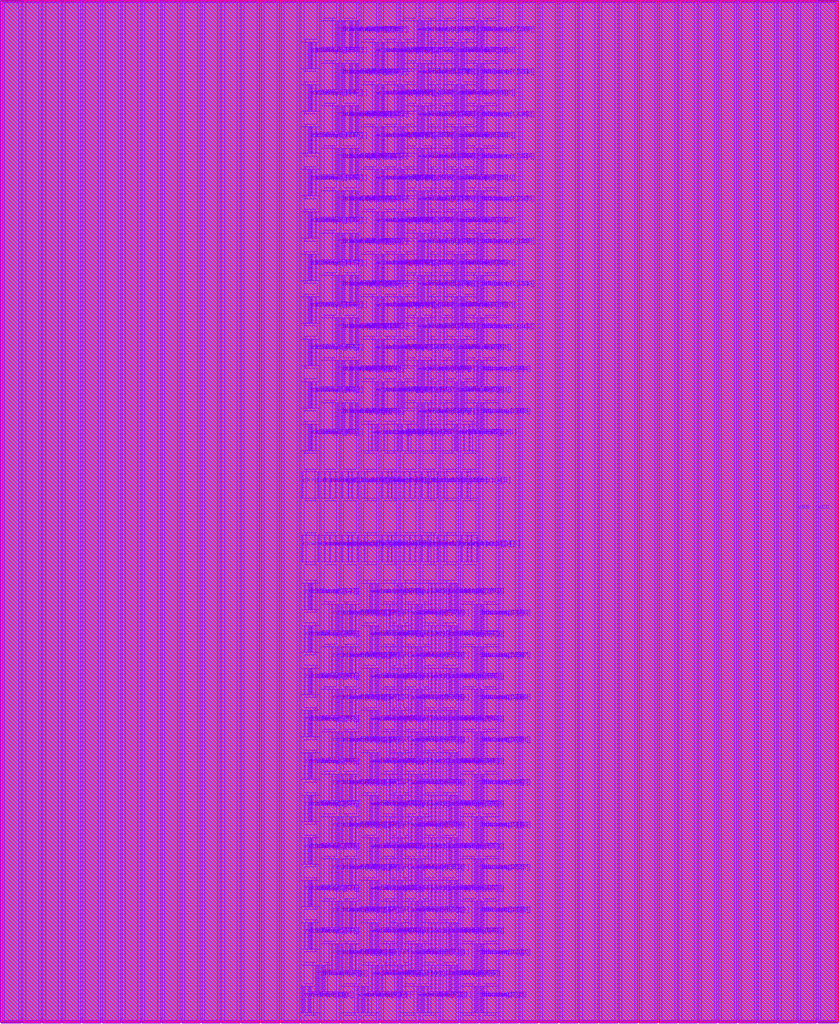
<source format=lef>
VERSION 5.8 ;
BUSBITCHARS "[]" ;
DIVIDERCHAR "/" ;

UNITS
  DATABASE MICRONS 4000 ;
END UNITS

PROPERTYDEFINITIONS
  MACRO hpml_layer STRING ;
  MACRO heml_layer STRING ;
END PROPERTYDEFINITIONS

MACRO arf156b040e2r2w0cbbehbaa4acw
  CLASS BLOCK ;
  FOREIGN arf156b040e2r2w0cbbehbaa4acw ;
  ORIGIN 0 0 ;
  SIZE 37.8 BY 46.08 ;
  PIN ckrdp0
    DIRECTION INPUT ;
    USE SIGNAL ;
    PORT
      LAYER m7 ;
        RECT 13.584 23.64 13.628 24.84 ;
    END
  END ckrdp0
  PIN ckrdp1
    DIRECTION INPUT ;
    USE SIGNAL ;
    PORT
      LAYER m7 ;
        RECT 17.444 23.64 17.488 24.84 ;
    END
  END ckrdp1
  PIN ckwrp0
    DIRECTION INPUT ;
    USE SIGNAL ;
    PORT
      LAYER m7 ;
        RECT 13.584 20.76 13.628 21.96 ;
    END
  END ckwrp0
  PIN ckwrp1
    DIRECTION INPUT ;
    USE SIGNAL ;
    PORT
      LAYER m7 ;
        RECT 17.612 20.76 17.656 21.96 ;
    END
  END ckwrp1
  PIN rdaddrp0[0]
    DIRECTION INPUT ;
    USE SIGNAL ;
    PORT
      LAYER m7 ;
        RECT 15.384 23.64 15.428 24.84 ;
    END
  END rdaddrp0[0]
  PIN rdaddrp0[1]
    DIRECTION INPUT ;
    USE SIGNAL ;
    PORT
      LAYER m7 ;
        RECT 15.644 23.64 15.688 24.84 ;
    END
  END rdaddrp0[1]
  PIN rdaddrp0[2]
    DIRECTION INPUT ;
    USE SIGNAL ;
    PORT
      LAYER m7 ;
        RECT 15.812 23.64 15.856 24.84 ;
    END
  END rdaddrp0[2]
  PIN rdaddrp0[3]
    DIRECTION INPUT ;
    USE SIGNAL ;
    PORT
      LAYER m7 ;
        RECT 16.072 23.64 16.116 24.84 ;
    END
  END rdaddrp0[3]
  PIN rdaddrp0[4]
    DIRECTION INPUT ;
    USE SIGNAL ;
    PORT
      LAYER m7 ;
        RECT 16.372 23.64 16.416 24.84 ;
    END
  END rdaddrp0[4]
  PIN rdaddrp0[5]
    DIRECTION INPUT ;
    USE SIGNAL ;
    PORT
      LAYER m7 ;
        RECT 17.184 23.64 17.228 24.84 ;
    END
  END rdaddrp0[5]
  PIN rdaddrp0_fd
    DIRECTION INPUT ;
    USE SIGNAL ;
    PORT
      LAYER m7 ;
        RECT 14.272 23.64 14.316 24.84 ;
    END
  END rdaddrp0_fd
  PIN rdaddrp0_rd
    DIRECTION INPUT ;
    USE SIGNAL ;
    PORT
      LAYER m7 ;
        RECT 14.572 23.64 14.616 24.84 ;
    END
  END rdaddrp0_rd
  PIN rdaddrp1[0]
    DIRECTION INPUT ;
    USE SIGNAL ;
    PORT
      LAYER m7 ;
        RECT 18.984 23.64 19.028 24.84 ;
    END
  END rdaddrp1[0]
  PIN rdaddrp1[1]
    DIRECTION INPUT ;
    USE SIGNAL ;
    PORT
      LAYER m7 ;
        RECT 19.244 23.64 19.288 24.84 ;
    END
  END rdaddrp1[1]
  PIN rdaddrp1[2]
    DIRECTION INPUT ;
    USE SIGNAL ;
    PORT
      LAYER m7 ;
        RECT 19.672 23.64 19.716 24.84 ;
    END
  END rdaddrp1[2]
  PIN rdaddrp1[3]
    DIRECTION INPUT ;
    USE SIGNAL ;
    PORT
      LAYER m7 ;
        RECT 19.972 23.64 20.016 24.84 ;
    END
  END rdaddrp1[3]
  PIN rdaddrp1[4]
    DIRECTION INPUT ;
    USE SIGNAL ;
    PORT
      LAYER m7 ;
        RECT 20.784 23.64 20.828 24.84 ;
    END
  END rdaddrp1[4]
  PIN rdaddrp1[5]
    DIRECTION INPUT ;
    USE SIGNAL ;
    PORT
      LAYER m7 ;
        RECT 21.044 23.64 21.088 24.84 ;
    END
  END rdaddrp1[5]
  PIN rdaddrp1_fd
    DIRECTION INPUT ;
    USE SIGNAL ;
    PORT
      LAYER m7 ;
        RECT 17.612 23.64 17.656 24.84 ;
    END
  END rdaddrp1_fd
  PIN rdaddrp1_rd
    DIRECTION INPUT ;
    USE SIGNAL ;
    PORT
      LAYER m7 ;
        RECT 18.172 23.64 18.216 24.84 ;
    END
  END rdaddrp1_rd
  PIN rdenp0
    DIRECTION INPUT ;
    USE SIGNAL ;
    PORT
      LAYER m7 ;
        RECT 14.828 23.64 14.872 24.84 ;
    END
  END rdenp0
  PIN rdenp1
    DIRECTION INPUT ;
    USE SIGNAL ;
    PORT
      LAYER m7 ;
        RECT 18.428 23.64 18.472 24.84 ;
    END
  END rdenp1
  PIN sdl_initp0
    DIRECTION INPUT ;
    USE SIGNAL ;
    PORT
      LAYER m7 ;
        RECT 15.084 23.64 15.128 24.84 ;
    END
  END sdl_initp0
  PIN sdl_initp1
    DIRECTION INPUT ;
    USE SIGNAL ;
    PORT
      LAYER m7 ;
        RECT 18.684 23.64 18.728 24.84 ;
    END
  END sdl_initp1
  PIN wraddrp0[0]
    DIRECTION INPUT ;
    USE SIGNAL ;
    PORT
      LAYER m7 ;
        RECT 15.644 20.76 15.688 21.96 ;
    END
  END wraddrp0[0]
  PIN wraddrp0[1]
    DIRECTION INPUT ;
    USE SIGNAL ;
    PORT
      LAYER m7 ;
        RECT 15.812 20.76 15.856 21.96 ;
    END
  END wraddrp0[1]
  PIN wraddrp0[2]
    DIRECTION INPUT ;
    USE SIGNAL ;
    PORT
      LAYER m7 ;
        RECT 16.072 20.76 16.116 21.96 ;
    END
  END wraddrp0[2]
  PIN wraddrp0[3]
    DIRECTION INPUT ;
    USE SIGNAL ;
    PORT
      LAYER m7 ;
        RECT 16.372 20.76 16.416 21.96 ;
    END
  END wraddrp0[3]
  PIN wraddrp0[4]
    DIRECTION INPUT ;
    USE SIGNAL ;
    PORT
      LAYER m7 ;
        RECT 17.184 20.76 17.228 21.96 ;
    END
  END wraddrp0[4]
  PIN wraddrp0[5]
    DIRECTION INPUT ;
    USE SIGNAL ;
    PORT
      LAYER m7 ;
        RECT 17.444 20.76 17.488 21.96 ;
    END
  END wraddrp0[5]
  PIN wraddrp0_fd
    DIRECTION INPUT ;
    USE SIGNAL ;
    PORT
      LAYER m7 ;
        RECT 14.272 20.76 14.316 21.96 ;
    END
  END wraddrp0_fd
  PIN wraddrp0_rd
    DIRECTION INPUT ;
    USE SIGNAL ;
    PORT
      LAYER m7 ;
        RECT 14.572 20.76 14.616 21.96 ;
    END
  END wraddrp0_rd
  PIN wraddrp1[0]
    DIRECTION INPUT ;
    USE SIGNAL ;
    PORT
      LAYER m7 ;
        RECT 19.672 20.76 19.716 21.96 ;
    END
  END wraddrp1[0]
  PIN wraddrp1[1]
    DIRECTION INPUT ;
    USE SIGNAL ;
    PORT
      LAYER m7 ;
        RECT 19.972 20.76 20.016 21.96 ;
    END
  END wraddrp1[1]
  PIN wraddrp1[2]
    DIRECTION INPUT ;
    USE SIGNAL ;
    PORT
      LAYER m7 ;
        RECT 20.784 20.76 20.828 21.96 ;
    END
  END wraddrp1[2]
  PIN wraddrp1[3]
    DIRECTION INPUT ;
    USE SIGNAL ;
    PORT
      LAYER m7 ;
        RECT 21.044 20.76 21.088 21.96 ;
    END
  END wraddrp1[3]
  PIN wraddrp1[4]
    DIRECTION INPUT ;
    USE SIGNAL ;
    PORT
      LAYER m7 ;
        RECT 21.212 20.76 21.256 21.96 ;
    END
  END wraddrp1[4]
  PIN wraddrp1[5]
    DIRECTION INPUT ;
    USE SIGNAL ;
    PORT
      LAYER m7 ;
        RECT 21.472 20.76 21.516 21.96 ;
    END
  END wraddrp1[5]
  PIN wraddrp1_fd
    DIRECTION INPUT ;
    USE SIGNAL ;
    PORT
      LAYER m7 ;
        RECT 18.172 20.76 18.216 21.96 ;
    END
  END wraddrp1_fd
  PIN wraddrp1_rd
    DIRECTION INPUT ;
    USE SIGNAL ;
    PORT
      LAYER m7 ;
        RECT 18.428 20.76 18.472 21.96 ;
    END
  END wraddrp1_rd
  PIN wrdatap0[0]
    DIRECTION INPUT ;
    USE SIGNAL ;
    PORT
      LAYER m7 ;
        RECT 16.072 0.36 16.116 1.56 ;
    END
  END wrdatap0[0]
  PIN wrdatap0[100]
    DIRECTION INPUT ;
    USE SIGNAL ;
    PORT
      LAYER m7 ;
        RECT 15.728 30.6 15.772 31.8 ;
    END
  END wrdatap0[100]
  PIN wrdatap0[101]
    DIRECTION INPUT ;
    USE SIGNAL ;
    PORT
      LAYER m7 ;
        RECT 15.812 30.6 15.856 31.8 ;
    END
  END wrdatap0[101]
  PIN wrdatap0[102]
    DIRECTION INPUT ;
    USE SIGNAL ;
    PORT
      LAYER m7 ;
        RECT 18.772 30.6 18.816 31.8 ;
    END
  END wrdatap0[102]
  PIN wrdatap0[103]
    DIRECTION INPUT ;
    USE SIGNAL ;
    PORT
      LAYER m7 ;
        RECT 18.984 30.6 19.028 31.8 ;
    END
  END wrdatap0[103]
  PIN wrdatap0[104]
    DIRECTION INPUT ;
    USE SIGNAL ;
    PORT
      LAYER m7 ;
        RECT 16.884 31.56 16.928 32.76 ;
    END
  END wrdatap0[104]
  PIN wrdatap0[105]
    DIRECTION INPUT ;
    USE SIGNAL ;
    PORT
      LAYER m7 ;
        RECT 16.972 31.56 17.016 32.76 ;
    END
  END wrdatap0[105]
  PIN wrdatap0[106]
    DIRECTION INPUT ;
    USE SIGNAL ;
    PORT
      LAYER m7 ;
        RECT 19.584 31.56 19.628 32.76 ;
    END
  END wrdatap0[106]
  PIN wrdatap0[107]
    DIRECTION INPUT ;
    USE SIGNAL ;
    PORT
      LAYER m7 ;
        RECT 17.872 31.56 17.916 32.76 ;
    END
  END wrdatap0[107]
  PIN wrdatap0[108]
    DIRECTION INPUT ;
    USE SIGNAL ;
    PORT
      LAYER m7 ;
        RECT 15.728 32.52 15.772 33.72 ;
    END
  END wrdatap0[108]
  PIN wrdatap0[109]
    DIRECTION INPUT ;
    USE SIGNAL ;
    PORT
      LAYER m7 ;
        RECT 15.812 32.52 15.856 33.72 ;
    END
  END wrdatap0[109]
  PIN wrdatap0[10]
    DIRECTION INPUT ;
    USE SIGNAL ;
    PORT
      LAYER m7 ;
        RECT 18.512 2.28 18.556 3.48 ;
    END
  END wrdatap0[10]
  PIN wrdatap0[110]
    DIRECTION INPUT ;
    USE SIGNAL ;
    PORT
      LAYER m7 ;
        RECT 18.772 32.52 18.816 33.72 ;
    END
  END wrdatap0[110]
  PIN wrdatap0[111]
    DIRECTION INPUT ;
    USE SIGNAL ;
    PORT
      LAYER m7 ;
        RECT 18.984 32.52 19.028 33.72 ;
    END
  END wrdatap0[111]
  PIN wrdatap0[112]
    DIRECTION INPUT ;
    USE SIGNAL ;
    PORT
      LAYER m7 ;
        RECT 16.884 33.48 16.928 34.68 ;
    END
  END wrdatap0[112]
  PIN wrdatap0[113]
    DIRECTION INPUT ;
    USE SIGNAL ;
    PORT
      LAYER m7 ;
        RECT 16.972 33.48 17.016 34.68 ;
    END
  END wrdatap0[113]
  PIN wrdatap0[114]
    DIRECTION INPUT ;
    USE SIGNAL ;
    PORT
      LAYER m7 ;
        RECT 19.584 33.48 19.628 34.68 ;
    END
  END wrdatap0[114]
  PIN wrdatap0[115]
    DIRECTION INPUT ;
    USE SIGNAL ;
    PORT
      LAYER m7 ;
        RECT 17.872 33.48 17.916 34.68 ;
    END
  END wrdatap0[115]
  PIN wrdatap0[116]
    DIRECTION INPUT ;
    USE SIGNAL ;
    PORT
      LAYER m7 ;
        RECT 15.728 34.44 15.772 35.64 ;
    END
  END wrdatap0[116]
  PIN wrdatap0[117]
    DIRECTION INPUT ;
    USE SIGNAL ;
    PORT
      LAYER m7 ;
        RECT 15.812 34.44 15.856 35.64 ;
    END
  END wrdatap0[117]
  PIN wrdatap0[118]
    DIRECTION INPUT ;
    USE SIGNAL ;
    PORT
      LAYER m7 ;
        RECT 18.772 34.44 18.816 35.64 ;
    END
  END wrdatap0[118]
  PIN wrdatap0[119]
    DIRECTION INPUT ;
    USE SIGNAL ;
    PORT
      LAYER m7 ;
        RECT 18.984 34.44 19.028 35.64 ;
    END
  END wrdatap0[119]
  PIN wrdatap0[11]
    DIRECTION INPUT ;
    USE SIGNAL ;
    PORT
      LAYER m7 ;
        RECT 18.684 2.28 18.728 3.48 ;
    END
  END wrdatap0[11]
  PIN wrdatap0[120]
    DIRECTION INPUT ;
    USE SIGNAL ;
    PORT
      LAYER m7 ;
        RECT 16.884 35.4 16.928 36.6 ;
    END
  END wrdatap0[120]
  PIN wrdatap0[121]
    DIRECTION INPUT ;
    USE SIGNAL ;
    PORT
      LAYER m7 ;
        RECT 16.972 35.4 17.016 36.6 ;
    END
  END wrdatap0[121]
  PIN wrdatap0[122]
    DIRECTION INPUT ;
    USE SIGNAL ;
    PORT
      LAYER m7 ;
        RECT 19.584 35.4 19.628 36.6 ;
    END
  END wrdatap0[122]
  PIN wrdatap0[123]
    DIRECTION INPUT ;
    USE SIGNAL ;
    PORT
      LAYER m7 ;
        RECT 17.872 35.4 17.916 36.6 ;
    END
  END wrdatap0[123]
  PIN wrdatap0[124]
    DIRECTION INPUT ;
    USE SIGNAL ;
    PORT
      LAYER m7 ;
        RECT 15.728 36.36 15.772 37.56 ;
    END
  END wrdatap0[124]
  PIN wrdatap0[125]
    DIRECTION INPUT ;
    USE SIGNAL ;
    PORT
      LAYER m7 ;
        RECT 15.812 36.36 15.856 37.56 ;
    END
  END wrdatap0[125]
  PIN wrdatap0[126]
    DIRECTION INPUT ;
    USE SIGNAL ;
    PORT
      LAYER m7 ;
        RECT 18.772 36.36 18.816 37.56 ;
    END
  END wrdatap0[126]
  PIN wrdatap0[127]
    DIRECTION INPUT ;
    USE SIGNAL ;
    PORT
      LAYER m7 ;
        RECT 18.984 36.36 19.028 37.56 ;
    END
  END wrdatap0[127]
  PIN wrdatap0[128]
    DIRECTION INPUT ;
    USE SIGNAL ;
    PORT
      LAYER m7 ;
        RECT 16.884 37.32 16.928 38.52 ;
    END
  END wrdatap0[128]
  PIN wrdatap0[129]
    DIRECTION INPUT ;
    USE SIGNAL ;
    PORT
      LAYER m7 ;
        RECT 16.972 37.32 17.016 38.52 ;
    END
  END wrdatap0[129]
  PIN wrdatap0[12]
    DIRECTION INPUT ;
    USE SIGNAL ;
    PORT
      LAYER m7 ;
        RECT 16.628 3.24 16.672 4.44 ;
    END
  END wrdatap0[12]
  PIN wrdatap0[130]
    DIRECTION INPUT ;
    USE SIGNAL ;
    PORT
      LAYER m7 ;
        RECT 19.584 37.32 19.628 38.52 ;
    END
  END wrdatap0[130]
  PIN wrdatap0[131]
    DIRECTION INPUT ;
    USE SIGNAL ;
    PORT
      LAYER m7 ;
        RECT 17.872 37.32 17.916 38.52 ;
    END
  END wrdatap0[131]
  PIN wrdatap0[132]
    DIRECTION INPUT ;
    USE SIGNAL ;
    PORT
      LAYER m7 ;
        RECT 15.728 38.28 15.772 39.48 ;
    END
  END wrdatap0[132]
  PIN wrdatap0[133]
    DIRECTION INPUT ;
    USE SIGNAL ;
    PORT
      LAYER m7 ;
        RECT 15.812 38.28 15.856 39.48 ;
    END
  END wrdatap0[133]
  PIN wrdatap0[134]
    DIRECTION INPUT ;
    USE SIGNAL ;
    PORT
      LAYER m7 ;
        RECT 18.772 38.28 18.816 39.48 ;
    END
  END wrdatap0[134]
  PIN wrdatap0[135]
    DIRECTION INPUT ;
    USE SIGNAL ;
    PORT
      LAYER m7 ;
        RECT 18.984 38.28 19.028 39.48 ;
    END
  END wrdatap0[135]
  PIN wrdatap0[136]
    DIRECTION INPUT ;
    USE SIGNAL ;
    PORT
      LAYER m7 ;
        RECT 16.884 39.24 16.928 40.44 ;
    END
  END wrdatap0[136]
  PIN wrdatap0[137]
    DIRECTION INPUT ;
    USE SIGNAL ;
    PORT
      LAYER m7 ;
        RECT 16.972 39.24 17.016 40.44 ;
    END
  END wrdatap0[137]
  PIN wrdatap0[138]
    DIRECTION INPUT ;
    USE SIGNAL ;
    PORT
      LAYER m7 ;
        RECT 19.584 39.24 19.628 40.44 ;
    END
  END wrdatap0[138]
  PIN wrdatap0[139]
    DIRECTION INPUT ;
    USE SIGNAL ;
    PORT
      LAYER m7 ;
        RECT 17.872 39.24 17.916 40.44 ;
    END
  END wrdatap0[139]
  PIN wrdatap0[13]
    DIRECTION INPUT ;
    USE SIGNAL ;
    PORT
      LAYER m7 ;
        RECT 16.712 3.24 16.756 4.44 ;
    END
  END wrdatap0[13]
  PIN wrdatap0[140]
    DIRECTION INPUT ;
    USE SIGNAL ;
    PORT
      LAYER m7 ;
        RECT 15.728 40.2 15.772 41.4 ;
    END
  END wrdatap0[140]
  PIN wrdatap0[141]
    DIRECTION INPUT ;
    USE SIGNAL ;
    PORT
      LAYER m7 ;
        RECT 15.812 40.2 15.856 41.4 ;
    END
  END wrdatap0[141]
  PIN wrdatap0[142]
    DIRECTION INPUT ;
    USE SIGNAL ;
    PORT
      LAYER m7 ;
        RECT 18.772 40.2 18.816 41.4 ;
    END
  END wrdatap0[142]
  PIN wrdatap0[143]
    DIRECTION INPUT ;
    USE SIGNAL ;
    PORT
      LAYER m7 ;
        RECT 18.984 40.2 19.028 41.4 ;
    END
  END wrdatap0[143]
  PIN wrdatap0[144]
    DIRECTION INPUT ;
    USE SIGNAL ;
    PORT
      LAYER m7 ;
        RECT 16.884 41.16 16.928 42.36 ;
    END
  END wrdatap0[144]
  PIN wrdatap0[145]
    DIRECTION INPUT ;
    USE SIGNAL ;
    PORT
      LAYER m7 ;
        RECT 16.972 41.16 17.016 42.36 ;
    END
  END wrdatap0[145]
  PIN wrdatap0[146]
    DIRECTION INPUT ;
    USE SIGNAL ;
    PORT
      LAYER m7 ;
        RECT 19.584 41.16 19.628 42.36 ;
    END
  END wrdatap0[146]
  PIN wrdatap0[147]
    DIRECTION INPUT ;
    USE SIGNAL ;
    PORT
      LAYER m7 ;
        RECT 17.872 41.16 17.916 42.36 ;
    END
  END wrdatap0[147]
  PIN wrdatap0[148]
    DIRECTION INPUT ;
    USE SIGNAL ;
    PORT
      LAYER m7 ;
        RECT 15.728 42.12 15.772 43.32 ;
    END
  END wrdatap0[148]
  PIN wrdatap0[149]
    DIRECTION INPUT ;
    USE SIGNAL ;
    PORT
      LAYER m7 ;
        RECT 15.812 42.12 15.856 43.32 ;
    END
  END wrdatap0[149]
  PIN wrdatap0[14]
    DIRECTION INPUT ;
    USE SIGNAL ;
    PORT
      LAYER m7 ;
        RECT 19.412 3.24 19.456 4.44 ;
    END
  END wrdatap0[14]
  PIN wrdatap0[150]
    DIRECTION INPUT ;
    USE SIGNAL ;
    PORT
      LAYER m7 ;
        RECT 18.772 42.12 18.816 43.32 ;
    END
  END wrdatap0[150]
  PIN wrdatap0[151]
    DIRECTION INPUT ;
    USE SIGNAL ;
    PORT
      LAYER m7 ;
        RECT 18.984 42.12 19.028 43.32 ;
    END
  END wrdatap0[151]
  PIN wrdatap0[152]
    DIRECTION INPUT ;
    USE SIGNAL ;
    PORT
      LAYER m7 ;
        RECT 16.884 43.08 16.928 44.28 ;
    END
  END wrdatap0[152]
  PIN wrdatap0[153]
    DIRECTION INPUT ;
    USE SIGNAL ;
    PORT
      LAYER m7 ;
        RECT 16.972 43.08 17.016 44.28 ;
    END
  END wrdatap0[153]
  PIN wrdatap0[154]
    DIRECTION INPUT ;
    USE SIGNAL ;
    PORT
      LAYER m7 ;
        RECT 19.584 43.08 19.628 44.28 ;
    END
  END wrdatap0[154]
  PIN wrdatap0[155]
    DIRECTION INPUT ;
    USE SIGNAL ;
    PORT
      LAYER m7 ;
        RECT 17.872 43.08 17.916 44.28 ;
    END
  END wrdatap0[155]
  PIN wrdatap0[156]
    DIRECTION INPUT ;
    USE SIGNAL ;
    PORT
      LAYER m7 ;
        RECT 15.728 44.04 15.772 45.24 ;
    END
  END wrdatap0[156]
  PIN wrdatap0[157]
    DIRECTION INPUT ;
    USE SIGNAL ;
    PORT
      LAYER m7 ;
        RECT 15.812 44.04 15.856 45.24 ;
    END
  END wrdatap0[157]
  PIN wrdatap0[158]
    DIRECTION INPUT ;
    USE SIGNAL ;
    PORT
      LAYER m7 ;
        RECT 18.772 44.04 18.816 45.24 ;
    END
  END wrdatap0[158]
  PIN wrdatap0[159]
    DIRECTION INPUT ;
    USE SIGNAL ;
    PORT
      LAYER m7 ;
        RECT 18.984 44.04 19.028 45.24 ;
    END
  END wrdatap0[159]
  PIN wrdatap0[15]
    DIRECTION INPUT ;
    USE SIGNAL ;
    PORT
      LAYER m7 ;
        RECT 19.584 3.24 19.628 4.44 ;
    END
  END wrdatap0[15]
  PIN wrdatap0[16]
    DIRECTION INPUT ;
    USE SIGNAL ;
    PORT
      LAYER m7 ;
        RECT 17.528 4.2 17.572 5.4 ;
    END
  END wrdatap0[16]
  PIN wrdatap0[17]
    DIRECTION INPUT ;
    USE SIGNAL ;
    PORT
      LAYER m7 ;
        RECT 15.728 4.2 15.772 5.4 ;
    END
  END wrdatap0[17]
  PIN wrdatap0[18]
    DIRECTION INPUT ;
    USE SIGNAL ;
    PORT
      LAYER m7 ;
        RECT 18.512 4.2 18.556 5.4 ;
    END
  END wrdatap0[18]
  PIN wrdatap0[19]
    DIRECTION INPUT ;
    USE SIGNAL ;
    PORT
      LAYER m7 ;
        RECT 18.684 4.2 18.728 5.4 ;
    END
  END wrdatap0[19]
  PIN wrdatap0[1]
    DIRECTION INPUT ;
    USE SIGNAL ;
    PORT
      LAYER m7 ;
        RECT 16.284 0.36 16.328 1.56 ;
    END
  END wrdatap0[1]
  PIN wrdatap0[20]
    DIRECTION INPUT ;
    USE SIGNAL ;
    PORT
      LAYER m7 ;
        RECT 16.628 5.16 16.672 6.36 ;
    END
  END wrdatap0[20]
  PIN wrdatap0[21]
    DIRECTION INPUT ;
    USE SIGNAL ;
    PORT
      LAYER m7 ;
        RECT 16.712 5.16 16.756 6.36 ;
    END
  END wrdatap0[21]
  PIN wrdatap0[22]
    DIRECTION INPUT ;
    USE SIGNAL ;
    PORT
      LAYER m7 ;
        RECT 19.412 5.16 19.456 6.36 ;
    END
  END wrdatap0[22]
  PIN wrdatap0[23]
    DIRECTION INPUT ;
    USE SIGNAL ;
    PORT
      LAYER m7 ;
        RECT 19.584 5.16 19.628 6.36 ;
    END
  END wrdatap0[23]
  PIN wrdatap0[24]
    DIRECTION INPUT ;
    USE SIGNAL ;
    PORT
      LAYER m7 ;
        RECT 17.528 6.12 17.572 7.32 ;
    END
  END wrdatap0[24]
  PIN wrdatap0[25]
    DIRECTION INPUT ;
    USE SIGNAL ;
    PORT
      LAYER m7 ;
        RECT 15.728 6.12 15.772 7.32 ;
    END
  END wrdatap0[25]
  PIN wrdatap0[26]
    DIRECTION INPUT ;
    USE SIGNAL ;
    PORT
      LAYER m7 ;
        RECT 18.512 6.12 18.556 7.32 ;
    END
  END wrdatap0[26]
  PIN wrdatap0[27]
    DIRECTION INPUT ;
    USE SIGNAL ;
    PORT
      LAYER m7 ;
        RECT 18.684 6.12 18.728 7.32 ;
    END
  END wrdatap0[27]
  PIN wrdatap0[28]
    DIRECTION INPUT ;
    USE SIGNAL ;
    PORT
      LAYER m7 ;
        RECT 16.628 7.08 16.672 8.28 ;
    END
  END wrdatap0[28]
  PIN wrdatap0[29]
    DIRECTION INPUT ;
    USE SIGNAL ;
    PORT
      LAYER m7 ;
        RECT 16.712 7.08 16.756 8.28 ;
    END
  END wrdatap0[29]
  PIN wrdatap0[2]
    DIRECTION INPUT ;
    USE SIGNAL ;
    PORT
      LAYER m7 ;
        RECT 18.772 0.36 18.816 1.56 ;
    END
  END wrdatap0[2]
  PIN wrdatap0[30]
    DIRECTION INPUT ;
    USE SIGNAL ;
    PORT
      LAYER m7 ;
        RECT 19.412 7.08 19.456 8.28 ;
    END
  END wrdatap0[30]
  PIN wrdatap0[31]
    DIRECTION INPUT ;
    USE SIGNAL ;
    PORT
      LAYER m7 ;
        RECT 19.584 7.08 19.628 8.28 ;
    END
  END wrdatap0[31]
  PIN wrdatap0[32]
    DIRECTION INPUT ;
    USE SIGNAL ;
    PORT
      LAYER m7 ;
        RECT 17.528 8.04 17.572 9.24 ;
    END
  END wrdatap0[32]
  PIN wrdatap0[33]
    DIRECTION INPUT ;
    USE SIGNAL ;
    PORT
      LAYER m7 ;
        RECT 15.728 8.04 15.772 9.24 ;
    END
  END wrdatap0[33]
  PIN wrdatap0[34]
    DIRECTION INPUT ;
    USE SIGNAL ;
    PORT
      LAYER m7 ;
        RECT 18.512 8.04 18.556 9.24 ;
    END
  END wrdatap0[34]
  PIN wrdatap0[35]
    DIRECTION INPUT ;
    USE SIGNAL ;
    PORT
      LAYER m7 ;
        RECT 18.684 8.04 18.728 9.24 ;
    END
  END wrdatap0[35]
  PIN wrdatap0[36]
    DIRECTION INPUT ;
    USE SIGNAL ;
    PORT
      LAYER m7 ;
        RECT 16.628 9 16.672 10.2 ;
    END
  END wrdatap0[36]
  PIN wrdatap0[37]
    DIRECTION INPUT ;
    USE SIGNAL ;
    PORT
      LAYER m7 ;
        RECT 16.712 9 16.756 10.2 ;
    END
  END wrdatap0[37]
  PIN wrdatap0[38]
    DIRECTION INPUT ;
    USE SIGNAL ;
    PORT
      LAYER m7 ;
        RECT 19.412 9 19.456 10.2 ;
    END
  END wrdatap0[38]
  PIN wrdatap0[39]
    DIRECTION INPUT ;
    USE SIGNAL ;
    PORT
      LAYER m7 ;
        RECT 19.584 9 19.628 10.2 ;
    END
  END wrdatap0[39]
  PIN wrdatap0[3]
    DIRECTION INPUT ;
    USE SIGNAL ;
    PORT
      LAYER m7 ;
        RECT 18.984 0.36 19.028 1.56 ;
    END
  END wrdatap0[3]
  PIN wrdatap0[40]
    DIRECTION INPUT ;
    USE SIGNAL ;
    PORT
      LAYER m7 ;
        RECT 17.528 9.96 17.572 11.16 ;
    END
  END wrdatap0[40]
  PIN wrdatap0[41]
    DIRECTION INPUT ;
    USE SIGNAL ;
    PORT
      LAYER m7 ;
        RECT 15.728 9.96 15.772 11.16 ;
    END
  END wrdatap0[41]
  PIN wrdatap0[42]
    DIRECTION INPUT ;
    USE SIGNAL ;
    PORT
      LAYER m7 ;
        RECT 18.512 9.96 18.556 11.16 ;
    END
  END wrdatap0[42]
  PIN wrdatap0[43]
    DIRECTION INPUT ;
    USE SIGNAL ;
    PORT
      LAYER m7 ;
        RECT 18.684 9.96 18.728 11.16 ;
    END
  END wrdatap0[43]
  PIN wrdatap0[44]
    DIRECTION INPUT ;
    USE SIGNAL ;
    PORT
      LAYER m7 ;
        RECT 16.628 10.92 16.672 12.12 ;
    END
  END wrdatap0[44]
  PIN wrdatap0[45]
    DIRECTION INPUT ;
    USE SIGNAL ;
    PORT
      LAYER m7 ;
        RECT 16.712 10.92 16.756 12.12 ;
    END
  END wrdatap0[45]
  PIN wrdatap0[46]
    DIRECTION INPUT ;
    USE SIGNAL ;
    PORT
      LAYER m7 ;
        RECT 19.412 10.92 19.456 12.12 ;
    END
  END wrdatap0[46]
  PIN wrdatap0[47]
    DIRECTION INPUT ;
    USE SIGNAL ;
    PORT
      LAYER m7 ;
        RECT 19.584 10.92 19.628 12.12 ;
    END
  END wrdatap0[47]
  PIN wrdatap0[48]
    DIRECTION INPUT ;
    USE SIGNAL ;
    PORT
      LAYER m7 ;
        RECT 17.528 11.88 17.572 13.08 ;
    END
  END wrdatap0[48]
  PIN wrdatap0[49]
    DIRECTION INPUT ;
    USE SIGNAL ;
    PORT
      LAYER m7 ;
        RECT 15.728 11.88 15.772 13.08 ;
    END
  END wrdatap0[49]
  PIN wrdatap0[4]
    DIRECTION INPUT ;
    USE SIGNAL ;
    PORT
      LAYER m7 ;
        RECT 16.712 1.32 16.756 2.52 ;
    END
  END wrdatap0[4]
  PIN wrdatap0[50]
    DIRECTION INPUT ;
    USE SIGNAL ;
    PORT
      LAYER m7 ;
        RECT 18.512 11.88 18.556 13.08 ;
    END
  END wrdatap0[50]
  PIN wrdatap0[51]
    DIRECTION INPUT ;
    USE SIGNAL ;
    PORT
      LAYER m7 ;
        RECT 18.684 11.88 18.728 13.08 ;
    END
  END wrdatap0[51]
  PIN wrdatap0[52]
    DIRECTION INPUT ;
    USE SIGNAL ;
    PORT
      LAYER m7 ;
        RECT 16.628 12.84 16.672 14.04 ;
    END
  END wrdatap0[52]
  PIN wrdatap0[53]
    DIRECTION INPUT ;
    USE SIGNAL ;
    PORT
      LAYER m7 ;
        RECT 16.712 12.84 16.756 14.04 ;
    END
  END wrdatap0[53]
  PIN wrdatap0[54]
    DIRECTION INPUT ;
    USE SIGNAL ;
    PORT
      LAYER m7 ;
        RECT 19.412 12.84 19.456 14.04 ;
    END
  END wrdatap0[54]
  PIN wrdatap0[55]
    DIRECTION INPUT ;
    USE SIGNAL ;
    PORT
      LAYER m7 ;
        RECT 19.584 12.84 19.628 14.04 ;
    END
  END wrdatap0[55]
  PIN wrdatap0[56]
    DIRECTION INPUT ;
    USE SIGNAL ;
    PORT
      LAYER m7 ;
        RECT 17.528 13.8 17.572 15 ;
    END
  END wrdatap0[56]
  PIN wrdatap0[57]
    DIRECTION INPUT ;
    USE SIGNAL ;
    PORT
      LAYER m7 ;
        RECT 15.728 13.8 15.772 15 ;
    END
  END wrdatap0[57]
  PIN wrdatap0[58]
    DIRECTION INPUT ;
    USE SIGNAL ;
    PORT
      LAYER m7 ;
        RECT 18.512 13.8 18.556 15 ;
    END
  END wrdatap0[58]
  PIN wrdatap0[59]
    DIRECTION INPUT ;
    USE SIGNAL ;
    PORT
      LAYER m7 ;
        RECT 18.684 13.8 18.728 15 ;
    END
  END wrdatap0[59]
  PIN wrdatap0[5]
    DIRECTION INPUT ;
    USE SIGNAL ;
    PORT
      LAYER m7 ;
        RECT 16.884 1.32 16.928 2.52 ;
    END
  END wrdatap0[5]
  PIN wrdatap0[60]
    DIRECTION INPUT ;
    USE SIGNAL ;
    PORT
      LAYER m7 ;
        RECT 16.628 14.76 16.672 15.96 ;
    END
  END wrdatap0[60]
  PIN wrdatap0[61]
    DIRECTION INPUT ;
    USE SIGNAL ;
    PORT
      LAYER m7 ;
        RECT 16.712 14.76 16.756 15.96 ;
    END
  END wrdatap0[61]
  PIN wrdatap0[62]
    DIRECTION INPUT ;
    USE SIGNAL ;
    PORT
      LAYER m7 ;
        RECT 19.412 14.76 19.456 15.96 ;
    END
  END wrdatap0[62]
  PIN wrdatap0[63]
    DIRECTION INPUT ;
    USE SIGNAL ;
    PORT
      LAYER m7 ;
        RECT 19.584 14.76 19.628 15.96 ;
    END
  END wrdatap0[63]
  PIN wrdatap0[64]
    DIRECTION INPUT ;
    USE SIGNAL ;
    PORT
      LAYER m7 ;
        RECT 17.528 15.72 17.572 16.92 ;
    END
  END wrdatap0[64]
  PIN wrdatap0[65]
    DIRECTION INPUT ;
    USE SIGNAL ;
    PORT
      LAYER m7 ;
        RECT 15.728 15.72 15.772 16.92 ;
    END
  END wrdatap0[65]
  PIN wrdatap0[66]
    DIRECTION INPUT ;
    USE SIGNAL ;
    PORT
      LAYER m7 ;
        RECT 18.512 15.72 18.556 16.92 ;
    END
  END wrdatap0[66]
  PIN wrdatap0[67]
    DIRECTION INPUT ;
    USE SIGNAL ;
    PORT
      LAYER m7 ;
        RECT 18.684 15.72 18.728 16.92 ;
    END
  END wrdatap0[67]
  PIN wrdatap0[68]
    DIRECTION INPUT ;
    USE SIGNAL ;
    PORT
      LAYER m7 ;
        RECT 16.628 16.68 16.672 17.88 ;
    END
  END wrdatap0[68]
  PIN wrdatap0[69]
    DIRECTION INPUT ;
    USE SIGNAL ;
    PORT
      LAYER m7 ;
        RECT 16.712 16.68 16.756 17.88 ;
    END
  END wrdatap0[69]
  PIN wrdatap0[6]
    DIRECTION INPUT ;
    USE SIGNAL ;
    PORT
      LAYER m7 ;
        RECT 19.412 1.32 19.456 2.52 ;
    END
  END wrdatap0[6]
  PIN wrdatap0[70]
    DIRECTION INPUT ;
    USE SIGNAL ;
    PORT
      LAYER m7 ;
        RECT 19.412 16.68 19.456 17.88 ;
    END
  END wrdatap0[70]
  PIN wrdatap0[71]
    DIRECTION INPUT ;
    USE SIGNAL ;
    PORT
      LAYER m7 ;
        RECT 19.584 16.68 19.628 17.88 ;
    END
  END wrdatap0[71]
  PIN wrdatap0[72]
    DIRECTION INPUT ;
    USE SIGNAL ;
    PORT
      LAYER m7 ;
        RECT 17.528 17.64 17.572 18.84 ;
    END
  END wrdatap0[72]
  PIN wrdatap0[73]
    DIRECTION INPUT ;
    USE SIGNAL ;
    PORT
      LAYER m7 ;
        RECT 15.728 17.64 15.772 18.84 ;
    END
  END wrdatap0[73]
  PIN wrdatap0[74]
    DIRECTION INPUT ;
    USE SIGNAL ;
    PORT
      LAYER m7 ;
        RECT 18.512 17.64 18.556 18.84 ;
    END
  END wrdatap0[74]
  PIN wrdatap0[75]
    DIRECTION INPUT ;
    USE SIGNAL ;
    PORT
      LAYER m7 ;
        RECT 18.684 17.64 18.728 18.84 ;
    END
  END wrdatap0[75]
  PIN wrdatap0[76]
    DIRECTION INPUT ;
    USE SIGNAL ;
    PORT
      LAYER m7 ;
        RECT 16.628 18.6 16.672 19.8 ;
    END
  END wrdatap0[76]
  PIN wrdatap0[77]
    DIRECTION INPUT ;
    USE SIGNAL ;
    PORT
      LAYER m7 ;
        RECT 16.712 18.6 16.756 19.8 ;
    END
  END wrdatap0[77]
  PIN wrdatap0[78]
    DIRECTION INPUT ;
    USE SIGNAL ;
    PORT
      LAYER m7 ;
        RECT 19.412 18.6 19.456 19.8 ;
    END
  END wrdatap0[78]
  PIN wrdatap0[79]
    DIRECTION INPUT ;
    USE SIGNAL ;
    PORT
      LAYER m7 ;
        RECT 19.584 18.6 19.628 19.8 ;
    END
  END wrdatap0[79]
  PIN wrdatap0[7]
    DIRECTION INPUT ;
    USE SIGNAL ;
    PORT
      LAYER m7 ;
        RECT 19.584 1.32 19.628 2.52 ;
    END
  END wrdatap0[7]
  PIN wrdatap0[80]
    DIRECTION INPUT ;
    USE SIGNAL ;
    PORT
      LAYER m7 ;
        RECT 16.712 25.8 16.756 27 ;
    END
  END wrdatap0[80]
  PIN wrdatap0[81]
    DIRECTION INPUT ;
    USE SIGNAL ;
    PORT
      LAYER m7 ;
        RECT 16.884 25.8 16.928 27 ;
    END
  END wrdatap0[81]
  PIN wrdatap0[82]
    DIRECTION INPUT ;
    USE SIGNAL ;
    PORT
      LAYER m7 ;
        RECT 19.584 25.8 19.628 27 ;
    END
  END wrdatap0[82]
  PIN wrdatap0[83]
    DIRECTION INPUT ;
    USE SIGNAL ;
    PORT
      LAYER m7 ;
        RECT 17.872 25.8 17.916 27 ;
    END
  END wrdatap0[83]
  PIN wrdatap0[84]
    DIRECTION INPUT ;
    USE SIGNAL ;
    PORT
      LAYER m7 ;
        RECT 15.728 26.76 15.772 27.96 ;
    END
  END wrdatap0[84]
  PIN wrdatap0[85]
    DIRECTION INPUT ;
    USE SIGNAL ;
    PORT
      LAYER m7 ;
        RECT 15.812 26.76 15.856 27.96 ;
    END
  END wrdatap0[85]
  PIN wrdatap0[86]
    DIRECTION INPUT ;
    USE SIGNAL ;
    PORT
      LAYER m7 ;
        RECT 18.772 26.76 18.816 27.96 ;
    END
  END wrdatap0[86]
  PIN wrdatap0[87]
    DIRECTION INPUT ;
    USE SIGNAL ;
    PORT
      LAYER m7 ;
        RECT 18.984 26.76 19.028 27.96 ;
    END
  END wrdatap0[87]
  PIN wrdatap0[88]
    DIRECTION INPUT ;
    USE SIGNAL ;
    PORT
      LAYER m7 ;
        RECT 16.884 27.72 16.928 28.92 ;
    END
  END wrdatap0[88]
  PIN wrdatap0[89]
    DIRECTION INPUT ;
    USE SIGNAL ;
    PORT
      LAYER m7 ;
        RECT 16.972 27.72 17.016 28.92 ;
    END
  END wrdatap0[89]
  PIN wrdatap0[8]
    DIRECTION INPUT ;
    USE SIGNAL ;
    PORT
      LAYER m7 ;
        RECT 17.528 2.28 17.572 3.48 ;
    END
  END wrdatap0[8]
  PIN wrdatap0[90]
    DIRECTION INPUT ;
    USE SIGNAL ;
    PORT
      LAYER m7 ;
        RECT 19.584 27.72 19.628 28.92 ;
    END
  END wrdatap0[90]
  PIN wrdatap0[91]
    DIRECTION INPUT ;
    USE SIGNAL ;
    PORT
      LAYER m7 ;
        RECT 17.872 27.72 17.916 28.92 ;
    END
  END wrdatap0[91]
  PIN wrdatap0[92]
    DIRECTION INPUT ;
    USE SIGNAL ;
    PORT
      LAYER m7 ;
        RECT 15.728 28.68 15.772 29.88 ;
    END
  END wrdatap0[92]
  PIN wrdatap0[93]
    DIRECTION INPUT ;
    USE SIGNAL ;
    PORT
      LAYER m7 ;
        RECT 15.812 28.68 15.856 29.88 ;
    END
  END wrdatap0[93]
  PIN wrdatap0[94]
    DIRECTION INPUT ;
    USE SIGNAL ;
    PORT
      LAYER m7 ;
        RECT 18.772 28.68 18.816 29.88 ;
    END
  END wrdatap0[94]
  PIN wrdatap0[95]
    DIRECTION INPUT ;
    USE SIGNAL ;
    PORT
      LAYER m7 ;
        RECT 18.984 28.68 19.028 29.88 ;
    END
  END wrdatap0[95]
  PIN wrdatap0[96]
    DIRECTION INPUT ;
    USE SIGNAL ;
    PORT
      LAYER m7 ;
        RECT 16.884 29.64 16.928 30.84 ;
    END
  END wrdatap0[96]
  PIN wrdatap0[97]
    DIRECTION INPUT ;
    USE SIGNAL ;
    PORT
      LAYER m7 ;
        RECT 16.972 29.64 17.016 30.84 ;
    END
  END wrdatap0[97]
  PIN wrdatap0[98]
    DIRECTION INPUT ;
    USE SIGNAL ;
    PORT
      LAYER m7 ;
        RECT 19.584 29.64 19.628 30.84 ;
    END
  END wrdatap0[98]
  PIN wrdatap0[99]
    DIRECTION INPUT ;
    USE SIGNAL ;
    PORT
      LAYER m7 ;
        RECT 17.872 29.64 17.916 30.84 ;
    END
  END wrdatap0[99]
  PIN wrdatap0[9]
    DIRECTION INPUT ;
    USE SIGNAL ;
    PORT
      LAYER m7 ;
        RECT 15.728 2.28 15.772 3.48 ;
    END
  END wrdatap0[9]
  PIN wrdatap0_fd
    DIRECTION INPUT ;
    USE SIGNAL ;
    PORT
      LAYER m7 ;
        RECT 15.084 20.76 15.128 21.96 ;
    END
  END wrdatap0_fd
  PIN wrdatap0_rd
    DIRECTION INPUT ;
    USE SIGNAL ;
    PORT
      LAYER m7 ;
        RECT 15.384 20.76 15.428 21.96 ;
    END
  END wrdatap0_rd
  PIN wrdatap1[0]
    DIRECTION INPUT ;
    USE SIGNAL ;
    PORT
      LAYER m7 ;
        RECT 16.372 0.36 16.416 1.56 ;
    END
  END wrdatap1[0]
  PIN wrdatap1[100]
    DIRECTION INPUT ;
    USE SIGNAL ;
    PORT
      LAYER m7 ;
        RECT 15.984 30.6 16.028 31.8 ;
    END
  END wrdatap1[100]
  PIN wrdatap1[101]
    DIRECTION INPUT ;
    USE SIGNAL ;
    PORT
      LAYER m7 ;
        RECT 16.072 30.6 16.116 31.8 ;
    END
  END wrdatap1[101]
  PIN wrdatap1[102]
    DIRECTION INPUT ;
    USE SIGNAL ;
    PORT
      LAYER m7 ;
        RECT 19.072 30.6 19.116 31.8 ;
    END
  END wrdatap1[102]
  PIN wrdatap1[103]
    DIRECTION INPUT ;
    USE SIGNAL ;
    PORT
      LAYER m7 ;
        RECT 19.244 30.6 19.288 31.8 ;
    END
  END wrdatap1[103]
  PIN wrdatap1[104]
    DIRECTION INPUT ;
    USE SIGNAL ;
    PORT
      LAYER m7 ;
        RECT 17.184 31.56 17.228 32.76 ;
    END
  END wrdatap1[104]
  PIN wrdatap1[105]
    DIRECTION INPUT ;
    USE SIGNAL ;
    PORT
      LAYER m7 ;
        RECT 17.272 31.56 17.316 32.76 ;
    END
  END wrdatap1[105]
  PIN wrdatap1[106]
    DIRECTION INPUT ;
    USE SIGNAL ;
    PORT
      LAYER m7 ;
        RECT 18.084 31.56 18.128 32.76 ;
    END
  END wrdatap1[106]
  PIN wrdatap1[107]
    DIRECTION INPUT ;
    USE SIGNAL ;
    PORT
      LAYER m7 ;
        RECT 18.172 31.56 18.216 32.76 ;
    END
  END wrdatap1[107]
  PIN wrdatap1[108]
    DIRECTION INPUT ;
    USE SIGNAL ;
    PORT
      LAYER m7 ;
        RECT 15.984 32.52 16.028 33.72 ;
    END
  END wrdatap1[108]
  PIN wrdatap1[109]
    DIRECTION INPUT ;
    USE SIGNAL ;
    PORT
      LAYER m7 ;
        RECT 16.072 32.52 16.116 33.72 ;
    END
  END wrdatap1[109]
  PIN wrdatap1[10]
    DIRECTION INPUT ;
    USE SIGNAL ;
    PORT
      LAYER m7 ;
        RECT 18.772 2.28 18.816 3.48 ;
    END
  END wrdatap1[10]
  PIN wrdatap1[110]
    DIRECTION INPUT ;
    USE SIGNAL ;
    PORT
      LAYER m7 ;
        RECT 19.072 32.52 19.116 33.72 ;
    END
  END wrdatap1[110]
  PIN wrdatap1[111]
    DIRECTION INPUT ;
    USE SIGNAL ;
    PORT
      LAYER m7 ;
        RECT 19.244 32.52 19.288 33.72 ;
    END
  END wrdatap1[111]
  PIN wrdatap1[112]
    DIRECTION INPUT ;
    USE SIGNAL ;
    PORT
      LAYER m7 ;
        RECT 17.184 33.48 17.228 34.68 ;
    END
  END wrdatap1[112]
  PIN wrdatap1[113]
    DIRECTION INPUT ;
    USE SIGNAL ;
    PORT
      LAYER m7 ;
        RECT 17.272 33.48 17.316 34.68 ;
    END
  END wrdatap1[113]
  PIN wrdatap1[114]
    DIRECTION INPUT ;
    USE SIGNAL ;
    PORT
      LAYER m7 ;
        RECT 18.084 33.48 18.128 34.68 ;
    END
  END wrdatap1[114]
  PIN wrdatap1[115]
    DIRECTION INPUT ;
    USE SIGNAL ;
    PORT
      LAYER m7 ;
        RECT 18.172 33.48 18.216 34.68 ;
    END
  END wrdatap1[115]
  PIN wrdatap1[116]
    DIRECTION INPUT ;
    USE SIGNAL ;
    PORT
      LAYER m7 ;
        RECT 15.984 34.44 16.028 35.64 ;
    END
  END wrdatap1[116]
  PIN wrdatap1[117]
    DIRECTION INPUT ;
    USE SIGNAL ;
    PORT
      LAYER m7 ;
        RECT 16.072 34.44 16.116 35.64 ;
    END
  END wrdatap1[117]
  PIN wrdatap1[118]
    DIRECTION INPUT ;
    USE SIGNAL ;
    PORT
      LAYER m7 ;
        RECT 19.072 34.44 19.116 35.64 ;
    END
  END wrdatap1[118]
  PIN wrdatap1[119]
    DIRECTION INPUT ;
    USE SIGNAL ;
    PORT
      LAYER m7 ;
        RECT 19.244 34.44 19.288 35.64 ;
    END
  END wrdatap1[119]
  PIN wrdatap1[11]
    DIRECTION INPUT ;
    USE SIGNAL ;
    PORT
      LAYER m7 ;
        RECT 18.984 2.28 19.028 3.48 ;
    END
  END wrdatap1[11]
  PIN wrdatap1[120]
    DIRECTION INPUT ;
    USE SIGNAL ;
    PORT
      LAYER m7 ;
        RECT 17.184 35.4 17.228 36.6 ;
    END
  END wrdatap1[120]
  PIN wrdatap1[121]
    DIRECTION INPUT ;
    USE SIGNAL ;
    PORT
      LAYER m7 ;
        RECT 17.272 35.4 17.316 36.6 ;
    END
  END wrdatap1[121]
  PIN wrdatap1[122]
    DIRECTION INPUT ;
    USE SIGNAL ;
    PORT
      LAYER m7 ;
        RECT 18.084 35.4 18.128 36.6 ;
    END
  END wrdatap1[122]
  PIN wrdatap1[123]
    DIRECTION INPUT ;
    USE SIGNAL ;
    PORT
      LAYER m7 ;
        RECT 18.172 35.4 18.216 36.6 ;
    END
  END wrdatap1[123]
  PIN wrdatap1[124]
    DIRECTION INPUT ;
    USE SIGNAL ;
    PORT
      LAYER m7 ;
        RECT 15.984 36.36 16.028 37.56 ;
    END
  END wrdatap1[124]
  PIN wrdatap1[125]
    DIRECTION INPUT ;
    USE SIGNAL ;
    PORT
      LAYER m7 ;
        RECT 16.072 36.36 16.116 37.56 ;
    END
  END wrdatap1[125]
  PIN wrdatap1[126]
    DIRECTION INPUT ;
    USE SIGNAL ;
    PORT
      LAYER m7 ;
        RECT 19.072 36.36 19.116 37.56 ;
    END
  END wrdatap1[126]
  PIN wrdatap1[127]
    DIRECTION INPUT ;
    USE SIGNAL ;
    PORT
      LAYER m7 ;
        RECT 19.244 36.36 19.288 37.56 ;
    END
  END wrdatap1[127]
  PIN wrdatap1[128]
    DIRECTION INPUT ;
    USE SIGNAL ;
    PORT
      LAYER m7 ;
        RECT 17.184 37.32 17.228 38.52 ;
    END
  END wrdatap1[128]
  PIN wrdatap1[129]
    DIRECTION INPUT ;
    USE SIGNAL ;
    PORT
      LAYER m7 ;
        RECT 17.272 37.32 17.316 38.52 ;
    END
  END wrdatap1[129]
  PIN wrdatap1[12]
    DIRECTION INPUT ;
    USE SIGNAL ;
    PORT
      LAYER m7 ;
        RECT 16.884 3.24 16.928 4.44 ;
    END
  END wrdatap1[12]
  PIN wrdatap1[130]
    DIRECTION INPUT ;
    USE SIGNAL ;
    PORT
      LAYER m7 ;
        RECT 18.084 37.32 18.128 38.52 ;
    END
  END wrdatap1[130]
  PIN wrdatap1[131]
    DIRECTION INPUT ;
    USE SIGNAL ;
    PORT
      LAYER m7 ;
        RECT 18.172 37.32 18.216 38.52 ;
    END
  END wrdatap1[131]
  PIN wrdatap1[132]
    DIRECTION INPUT ;
    USE SIGNAL ;
    PORT
      LAYER m7 ;
        RECT 15.984 38.28 16.028 39.48 ;
    END
  END wrdatap1[132]
  PIN wrdatap1[133]
    DIRECTION INPUT ;
    USE SIGNAL ;
    PORT
      LAYER m7 ;
        RECT 16.072 38.28 16.116 39.48 ;
    END
  END wrdatap1[133]
  PIN wrdatap1[134]
    DIRECTION INPUT ;
    USE SIGNAL ;
    PORT
      LAYER m7 ;
        RECT 19.072 38.28 19.116 39.48 ;
    END
  END wrdatap1[134]
  PIN wrdatap1[135]
    DIRECTION INPUT ;
    USE SIGNAL ;
    PORT
      LAYER m7 ;
        RECT 19.244 38.28 19.288 39.48 ;
    END
  END wrdatap1[135]
  PIN wrdatap1[136]
    DIRECTION INPUT ;
    USE SIGNAL ;
    PORT
      LAYER m7 ;
        RECT 17.184 39.24 17.228 40.44 ;
    END
  END wrdatap1[136]
  PIN wrdatap1[137]
    DIRECTION INPUT ;
    USE SIGNAL ;
    PORT
      LAYER m7 ;
        RECT 17.272 39.24 17.316 40.44 ;
    END
  END wrdatap1[137]
  PIN wrdatap1[138]
    DIRECTION INPUT ;
    USE SIGNAL ;
    PORT
      LAYER m7 ;
        RECT 18.084 39.24 18.128 40.44 ;
    END
  END wrdatap1[138]
  PIN wrdatap1[139]
    DIRECTION INPUT ;
    USE SIGNAL ;
    PORT
      LAYER m7 ;
        RECT 18.172 39.24 18.216 40.44 ;
    END
  END wrdatap1[139]
  PIN wrdatap1[13]
    DIRECTION INPUT ;
    USE SIGNAL ;
    PORT
      LAYER m7 ;
        RECT 16.972 3.24 17.016 4.44 ;
    END
  END wrdatap1[13]
  PIN wrdatap1[140]
    DIRECTION INPUT ;
    USE SIGNAL ;
    PORT
      LAYER m7 ;
        RECT 15.984 40.2 16.028 41.4 ;
    END
  END wrdatap1[140]
  PIN wrdatap1[141]
    DIRECTION INPUT ;
    USE SIGNAL ;
    PORT
      LAYER m7 ;
        RECT 16.072 40.2 16.116 41.4 ;
    END
  END wrdatap1[141]
  PIN wrdatap1[142]
    DIRECTION INPUT ;
    USE SIGNAL ;
    PORT
      LAYER m7 ;
        RECT 19.072 40.2 19.116 41.4 ;
    END
  END wrdatap1[142]
  PIN wrdatap1[143]
    DIRECTION INPUT ;
    USE SIGNAL ;
    PORT
      LAYER m7 ;
        RECT 19.244 40.2 19.288 41.4 ;
    END
  END wrdatap1[143]
  PIN wrdatap1[144]
    DIRECTION INPUT ;
    USE SIGNAL ;
    PORT
      LAYER m7 ;
        RECT 17.184 41.16 17.228 42.36 ;
    END
  END wrdatap1[144]
  PIN wrdatap1[145]
    DIRECTION INPUT ;
    USE SIGNAL ;
    PORT
      LAYER m7 ;
        RECT 17.272 41.16 17.316 42.36 ;
    END
  END wrdatap1[145]
  PIN wrdatap1[146]
    DIRECTION INPUT ;
    USE SIGNAL ;
    PORT
      LAYER m7 ;
        RECT 18.084 41.16 18.128 42.36 ;
    END
  END wrdatap1[146]
  PIN wrdatap1[147]
    DIRECTION INPUT ;
    USE SIGNAL ;
    PORT
      LAYER m7 ;
        RECT 18.172 41.16 18.216 42.36 ;
    END
  END wrdatap1[147]
  PIN wrdatap1[148]
    DIRECTION INPUT ;
    USE SIGNAL ;
    PORT
      LAYER m7 ;
        RECT 15.984 42.12 16.028 43.32 ;
    END
  END wrdatap1[148]
  PIN wrdatap1[149]
    DIRECTION INPUT ;
    USE SIGNAL ;
    PORT
      LAYER m7 ;
        RECT 16.072 42.12 16.116 43.32 ;
    END
  END wrdatap1[149]
  PIN wrdatap1[14]
    DIRECTION INPUT ;
    USE SIGNAL ;
    PORT
      LAYER m7 ;
        RECT 17.872 3.24 17.916 4.44 ;
    END
  END wrdatap1[14]
  PIN wrdatap1[150]
    DIRECTION INPUT ;
    USE SIGNAL ;
    PORT
      LAYER m7 ;
        RECT 19.072 42.12 19.116 43.32 ;
    END
  END wrdatap1[150]
  PIN wrdatap1[151]
    DIRECTION INPUT ;
    USE SIGNAL ;
    PORT
      LAYER m7 ;
        RECT 19.244 42.12 19.288 43.32 ;
    END
  END wrdatap1[151]
  PIN wrdatap1[152]
    DIRECTION INPUT ;
    USE SIGNAL ;
    PORT
      LAYER m7 ;
        RECT 17.184 43.08 17.228 44.28 ;
    END
  END wrdatap1[152]
  PIN wrdatap1[153]
    DIRECTION INPUT ;
    USE SIGNAL ;
    PORT
      LAYER m7 ;
        RECT 17.272 43.08 17.316 44.28 ;
    END
  END wrdatap1[153]
  PIN wrdatap1[154]
    DIRECTION INPUT ;
    USE SIGNAL ;
    PORT
      LAYER m7 ;
        RECT 18.084 43.08 18.128 44.28 ;
    END
  END wrdatap1[154]
  PIN wrdatap1[155]
    DIRECTION INPUT ;
    USE SIGNAL ;
    PORT
      LAYER m7 ;
        RECT 18.172 43.08 18.216 44.28 ;
    END
  END wrdatap1[155]
  PIN wrdatap1[156]
    DIRECTION INPUT ;
    USE SIGNAL ;
    PORT
      LAYER m7 ;
        RECT 15.984 44.04 16.028 45.24 ;
    END
  END wrdatap1[156]
  PIN wrdatap1[157]
    DIRECTION INPUT ;
    USE SIGNAL ;
    PORT
      LAYER m7 ;
        RECT 16.072 44.04 16.116 45.24 ;
    END
  END wrdatap1[157]
  PIN wrdatap1[158]
    DIRECTION INPUT ;
    USE SIGNAL ;
    PORT
      LAYER m7 ;
        RECT 19.072 44.04 19.116 45.24 ;
    END
  END wrdatap1[158]
  PIN wrdatap1[159]
    DIRECTION INPUT ;
    USE SIGNAL ;
    PORT
      LAYER m7 ;
        RECT 19.244 44.04 19.288 45.24 ;
    END
  END wrdatap1[159]
  PIN wrdatap1[15]
    DIRECTION INPUT ;
    USE SIGNAL ;
    PORT
      LAYER m7 ;
        RECT 18.084 3.24 18.128 4.44 ;
    END
  END wrdatap1[15]
  PIN wrdatap1[16]
    DIRECTION INPUT ;
    USE SIGNAL ;
    PORT
      LAYER m7 ;
        RECT 15.812 4.2 15.856 5.4 ;
    END
  END wrdatap1[16]
  PIN wrdatap1[17]
    DIRECTION INPUT ;
    USE SIGNAL ;
    PORT
      LAYER m7 ;
        RECT 15.984 4.2 16.028 5.4 ;
    END
  END wrdatap1[17]
  PIN wrdatap1[18]
    DIRECTION INPUT ;
    USE SIGNAL ;
    PORT
      LAYER m7 ;
        RECT 18.772 4.2 18.816 5.4 ;
    END
  END wrdatap1[18]
  PIN wrdatap1[19]
    DIRECTION INPUT ;
    USE SIGNAL ;
    PORT
      LAYER m7 ;
        RECT 18.984 4.2 19.028 5.4 ;
    END
  END wrdatap1[19]
  PIN wrdatap1[1]
    DIRECTION INPUT ;
    USE SIGNAL ;
    PORT
      LAYER m7 ;
        RECT 16.544 0.36 16.588 1.56 ;
    END
  END wrdatap1[1]
  PIN wrdatap1[20]
    DIRECTION INPUT ;
    USE SIGNAL ;
    PORT
      LAYER m7 ;
        RECT 16.884 5.16 16.928 6.36 ;
    END
  END wrdatap1[20]
  PIN wrdatap1[21]
    DIRECTION INPUT ;
    USE SIGNAL ;
    PORT
      LAYER m7 ;
        RECT 16.972 5.16 17.016 6.36 ;
    END
  END wrdatap1[21]
  PIN wrdatap1[22]
    DIRECTION INPUT ;
    USE SIGNAL ;
    PORT
      LAYER m7 ;
        RECT 17.872 5.16 17.916 6.36 ;
    END
  END wrdatap1[22]
  PIN wrdatap1[23]
    DIRECTION INPUT ;
    USE SIGNAL ;
    PORT
      LAYER m7 ;
        RECT 18.084 5.16 18.128 6.36 ;
    END
  END wrdatap1[23]
  PIN wrdatap1[24]
    DIRECTION INPUT ;
    USE SIGNAL ;
    PORT
      LAYER m7 ;
        RECT 15.812 6.12 15.856 7.32 ;
    END
  END wrdatap1[24]
  PIN wrdatap1[25]
    DIRECTION INPUT ;
    USE SIGNAL ;
    PORT
      LAYER m7 ;
        RECT 15.984 6.12 16.028 7.32 ;
    END
  END wrdatap1[25]
  PIN wrdatap1[26]
    DIRECTION INPUT ;
    USE SIGNAL ;
    PORT
      LAYER m7 ;
        RECT 18.772 6.12 18.816 7.32 ;
    END
  END wrdatap1[26]
  PIN wrdatap1[27]
    DIRECTION INPUT ;
    USE SIGNAL ;
    PORT
      LAYER m7 ;
        RECT 18.984 6.12 19.028 7.32 ;
    END
  END wrdatap1[27]
  PIN wrdatap1[28]
    DIRECTION INPUT ;
    USE SIGNAL ;
    PORT
      LAYER m7 ;
        RECT 16.884 7.08 16.928 8.28 ;
    END
  END wrdatap1[28]
  PIN wrdatap1[29]
    DIRECTION INPUT ;
    USE SIGNAL ;
    PORT
      LAYER m7 ;
        RECT 16.972 7.08 17.016 8.28 ;
    END
  END wrdatap1[29]
  PIN wrdatap1[2]
    DIRECTION INPUT ;
    USE SIGNAL ;
    PORT
      LAYER m7 ;
        RECT 19.072 0.36 19.116 1.56 ;
    END
  END wrdatap1[2]
  PIN wrdatap1[30]
    DIRECTION INPUT ;
    USE SIGNAL ;
    PORT
      LAYER m7 ;
        RECT 17.872 7.08 17.916 8.28 ;
    END
  END wrdatap1[30]
  PIN wrdatap1[31]
    DIRECTION INPUT ;
    USE SIGNAL ;
    PORT
      LAYER m7 ;
        RECT 18.084 7.08 18.128 8.28 ;
    END
  END wrdatap1[31]
  PIN wrdatap1[32]
    DIRECTION INPUT ;
    USE SIGNAL ;
    PORT
      LAYER m7 ;
        RECT 15.812 8.04 15.856 9.24 ;
    END
  END wrdatap1[32]
  PIN wrdatap1[33]
    DIRECTION INPUT ;
    USE SIGNAL ;
    PORT
      LAYER m7 ;
        RECT 15.984 8.04 16.028 9.24 ;
    END
  END wrdatap1[33]
  PIN wrdatap1[34]
    DIRECTION INPUT ;
    USE SIGNAL ;
    PORT
      LAYER m7 ;
        RECT 18.772 8.04 18.816 9.24 ;
    END
  END wrdatap1[34]
  PIN wrdatap1[35]
    DIRECTION INPUT ;
    USE SIGNAL ;
    PORT
      LAYER m7 ;
        RECT 18.984 8.04 19.028 9.24 ;
    END
  END wrdatap1[35]
  PIN wrdatap1[36]
    DIRECTION INPUT ;
    USE SIGNAL ;
    PORT
      LAYER m7 ;
        RECT 16.884 9 16.928 10.2 ;
    END
  END wrdatap1[36]
  PIN wrdatap1[37]
    DIRECTION INPUT ;
    USE SIGNAL ;
    PORT
      LAYER m7 ;
        RECT 16.972 9 17.016 10.2 ;
    END
  END wrdatap1[37]
  PIN wrdatap1[38]
    DIRECTION INPUT ;
    USE SIGNAL ;
    PORT
      LAYER m7 ;
        RECT 17.872 9 17.916 10.2 ;
    END
  END wrdatap1[38]
  PIN wrdatap1[39]
    DIRECTION INPUT ;
    USE SIGNAL ;
    PORT
      LAYER m7 ;
        RECT 18.084 9 18.128 10.2 ;
    END
  END wrdatap1[39]
  PIN wrdatap1[3]
    DIRECTION INPUT ;
    USE SIGNAL ;
    PORT
      LAYER m7 ;
        RECT 19.244 0.36 19.288 1.56 ;
    END
  END wrdatap1[3]
  PIN wrdatap1[40]
    DIRECTION INPUT ;
    USE SIGNAL ;
    PORT
      LAYER m7 ;
        RECT 15.812 9.96 15.856 11.16 ;
    END
  END wrdatap1[40]
  PIN wrdatap1[41]
    DIRECTION INPUT ;
    USE SIGNAL ;
    PORT
      LAYER m7 ;
        RECT 15.984 9.96 16.028 11.16 ;
    END
  END wrdatap1[41]
  PIN wrdatap1[42]
    DIRECTION INPUT ;
    USE SIGNAL ;
    PORT
      LAYER m7 ;
        RECT 18.772 9.96 18.816 11.16 ;
    END
  END wrdatap1[42]
  PIN wrdatap1[43]
    DIRECTION INPUT ;
    USE SIGNAL ;
    PORT
      LAYER m7 ;
        RECT 18.984 9.96 19.028 11.16 ;
    END
  END wrdatap1[43]
  PIN wrdatap1[44]
    DIRECTION INPUT ;
    USE SIGNAL ;
    PORT
      LAYER m7 ;
        RECT 16.884 10.92 16.928 12.12 ;
    END
  END wrdatap1[44]
  PIN wrdatap1[45]
    DIRECTION INPUT ;
    USE SIGNAL ;
    PORT
      LAYER m7 ;
        RECT 16.972 10.92 17.016 12.12 ;
    END
  END wrdatap1[45]
  PIN wrdatap1[46]
    DIRECTION INPUT ;
    USE SIGNAL ;
    PORT
      LAYER m7 ;
        RECT 17.872 10.92 17.916 12.12 ;
    END
  END wrdatap1[46]
  PIN wrdatap1[47]
    DIRECTION INPUT ;
    USE SIGNAL ;
    PORT
      LAYER m7 ;
        RECT 18.084 10.92 18.128 12.12 ;
    END
  END wrdatap1[47]
  PIN wrdatap1[48]
    DIRECTION INPUT ;
    USE SIGNAL ;
    PORT
      LAYER m7 ;
        RECT 15.812 11.88 15.856 13.08 ;
    END
  END wrdatap1[48]
  PIN wrdatap1[49]
    DIRECTION INPUT ;
    USE SIGNAL ;
    PORT
      LAYER m7 ;
        RECT 15.984 11.88 16.028 13.08 ;
    END
  END wrdatap1[49]
  PIN wrdatap1[4]
    DIRECTION INPUT ;
    USE SIGNAL ;
    PORT
      LAYER m7 ;
        RECT 16.972 1.32 17.016 2.52 ;
    END
  END wrdatap1[4]
  PIN wrdatap1[50]
    DIRECTION INPUT ;
    USE SIGNAL ;
    PORT
      LAYER m7 ;
        RECT 18.772 11.88 18.816 13.08 ;
    END
  END wrdatap1[50]
  PIN wrdatap1[51]
    DIRECTION INPUT ;
    USE SIGNAL ;
    PORT
      LAYER m7 ;
        RECT 18.984 11.88 19.028 13.08 ;
    END
  END wrdatap1[51]
  PIN wrdatap1[52]
    DIRECTION INPUT ;
    USE SIGNAL ;
    PORT
      LAYER m7 ;
        RECT 16.884 12.84 16.928 14.04 ;
    END
  END wrdatap1[52]
  PIN wrdatap1[53]
    DIRECTION INPUT ;
    USE SIGNAL ;
    PORT
      LAYER m7 ;
        RECT 16.972 12.84 17.016 14.04 ;
    END
  END wrdatap1[53]
  PIN wrdatap1[54]
    DIRECTION INPUT ;
    USE SIGNAL ;
    PORT
      LAYER m7 ;
        RECT 17.872 12.84 17.916 14.04 ;
    END
  END wrdatap1[54]
  PIN wrdatap1[55]
    DIRECTION INPUT ;
    USE SIGNAL ;
    PORT
      LAYER m7 ;
        RECT 18.084 12.84 18.128 14.04 ;
    END
  END wrdatap1[55]
  PIN wrdatap1[56]
    DIRECTION INPUT ;
    USE SIGNAL ;
    PORT
      LAYER m7 ;
        RECT 15.812 13.8 15.856 15 ;
    END
  END wrdatap1[56]
  PIN wrdatap1[57]
    DIRECTION INPUT ;
    USE SIGNAL ;
    PORT
      LAYER m7 ;
        RECT 15.984 13.8 16.028 15 ;
    END
  END wrdatap1[57]
  PIN wrdatap1[58]
    DIRECTION INPUT ;
    USE SIGNAL ;
    PORT
      LAYER m7 ;
        RECT 18.772 13.8 18.816 15 ;
    END
  END wrdatap1[58]
  PIN wrdatap1[59]
    DIRECTION INPUT ;
    USE SIGNAL ;
    PORT
      LAYER m7 ;
        RECT 18.984 13.8 19.028 15 ;
    END
  END wrdatap1[59]
  PIN wrdatap1[5]
    DIRECTION INPUT ;
    USE SIGNAL ;
    PORT
      LAYER m7 ;
        RECT 17.184 1.32 17.228 2.52 ;
    END
  END wrdatap1[5]
  PIN wrdatap1[60]
    DIRECTION INPUT ;
    USE SIGNAL ;
    PORT
      LAYER m7 ;
        RECT 16.884 14.76 16.928 15.96 ;
    END
  END wrdatap1[60]
  PIN wrdatap1[61]
    DIRECTION INPUT ;
    USE SIGNAL ;
    PORT
      LAYER m7 ;
        RECT 16.972 14.76 17.016 15.96 ;
    END
  END wrdatap1[61]
  PIN wrdatap1[62]
    DIRECTION INPUT ;
    USE SIGNAL ;
    PORT
      LAYER m7 ;
        RECT 17.872 14.76 17.916 15.96 ;
    END
  END wrdatap1[62]
  PIN wrdatap1[63]
    DIRECTION INPUT ;
    USE SIGNAL ;
    PORT
      LAYER m7 ;
        RECT 18.084 14.76 18.128 15.96 ;
    END
  END wrdatap1[63]
  PIN wrdatap1[64]
    DIRECTION INPUT ;
    USE SIGNAL ;
    PORT
      LAYER m7 ;
        RECT 15.812 15.72 15.856 16.92 ;
    END
  END wrdatap1[64]
  PIN wrdatap1[65]
    DIRECTION INPUT ;
    USE SIGNAL ;
    PORT
      LAYER m7 ;
        RECT 15.984 15.72 16.028 16.92 ;
    END
  END wrdatap1[65]
  PIN wrdatap1[66]
    DIRECTION INPUT ;
    USE SIGNAL ;
    PORT
      LAYER m7 ;
        RECT 18.772 15.72 18.816 16.92 ;
    END
  END wrdatap1[66]
  PIN wrdatap1[67]
    DIRECTION INPUT ;
    USE SIGNAL ;
    PORT
      LAYER m7 ;
        RECT 18.984 15.72 19.028 16.92 ;
    END
  END wrdatap1[67]
  PIN wrdatap1[68]
    DIRECTION INPUT ;
    USE SIGNAL ;
    PORT
      LAYER m7 ;
        RECT 16.884 16.68 16.928 17.88 ;
    END
  END wrdatap1[68]
  PIN wrdatap1[69]
    DIRECTION INPUT ;
    USE SIGNAL ;
    PORT
      LAYER m7 ;
        RECT 16.972 16.68 17.016 17.88 ;
    END
  END wrdatap1[69]
  PIN wrdatap1[6]
    DIRECTION INPUT ;
    USE SIGNAL ;
    PORT
      LAYER m7 ;
        RECT 17.872 1.32 17.916 2.52 ;
    END
  END wrdatap1[6]
  PIN wrdatap1[70]
    DIRECTION INPUT ;
    USE SIGNAL ;
    PORT
      LAYER m7 ;
        RECT 17.872 16.68 17.916 17.88 ;
    END
  END wrdatap1[70]
  PIN wrdatap1[71]
    DIRECTION INPUT ;
    USE SIGNAL ;
    PORT
      LAYER m7 ;
        RECT 18.084 16.68 18.128 17.88 ;
    END
  END wrdatap1[71]
  PIN wrdatap1[72]
    DIRECTION INPUT ;
    USE SIGNAL ;
    PORT
      LAYER m7 ;
        RECT 15.812 17.64 15.856 18.84 ;
    END
  END wrdatap1[72]
  PIN wrdatap1[73]
    DIRECTION INPUT ;
    USE SIGNAL ;
    PORT
      LAYER m7 ;
        RECT 15.984 17.64 16.028 18.84 ;
    END
  END wrdatap1[73]
  PIN wrdatap1[74]
    DIRECTION INPUT ;
    USE SIGNAL ;
    PORT
      LAYER m7 ;
        RECT 18.772 17.64 18.816 18.84 ;
    END
  END wrdatap1[74]
  PIN wrdatap1[75]
    DIRECTION INPUT ;
    USE SIGNAL ;
    PORT
      LAYER m7 ;
        RECT 18.984 17.64 19.028 18.84 ;
    END
  END wrdatap1[75]
  PIN wrdatap1[76]
    DIRECTION INPUT ;
    USE SIGNAL ;
    PORT
      LAYER m7 ;
        RECT 16.884 18.6 16.928 19.8 ;
    END
  END wrdatap1[76]
  PIN wrdatap1[77]
    DIRECTION INPUT ;
    USE SIGNAL ;
    PORT
      LAYER m7 ;
        RECT 16.972 18.6 17.016 19.8 ;
    END
  END wrdatap1[77]
  PIN wrdatap1[78]
    DIRECTION INPUT ;
    USE SIGNAL ;
    PORT
      LAYER m7 ;
        RECT 17.872 18.6 17.916 19.8 ;
    END
  END wrdatap1[78]
  PIN wrdatap1[79]
    DIRECTION INPUT ;
    USE SIGNAL ;
    PORT
      LAYER m7 ;
        RECT 18.084 18.6 18.128 19.8 ;
    END
  END wrdatap1[79]
  PIN wrdatap1[7]
    DIRECTION INPUT ;
    USE SIGNAL ;
    PORT
      LAYER m7 ;
        RECT 18.084 1.32 18.128 2.52 ;
    END
  END wrdatap1[7]
  PIN wrdatap1[80]
    DIRECTION INPUT ;
    USE SIGNAL ;
    PORT
      LAYER m7 ;
        RECT 16.972 25.8 17.016 27 ;
    END
  END wrdatap1[80]
  PIN wrdatap1[81]
    DIRECTION INPUT ;
    USE SIGNAL ;
    PORT
      LAYER m7 ;
        RECT 17.272 25.8 17.316 27 ;
    END
  END wrdatap1[81]
  PIN wrdatap1[82]
    DIRECTION INPUT ;
    USE SIGNAL ;
    PORT
      LAYER m7 ;
        RECT 18.084 25.8 18.128 27 ;
    END
  END wrdatap1[82]
  PIN wrdatap1[83]
    DIRECTION INPUT ;
    USE SIGNAL ;
    PORT
      LAYER m7 ;
        RECT 18.344 25.8 18.388 27 ;
    END
  END wrdatap1[83]
  PIN wrdatap1[84]
    DIRECTION INPUT ;
    USE SIGNAL ;
    PORT
      LAYER m7 ;
        RECT 15.984 26.76 16.028 27.96 ;
    END
  END wrdatap1[84]
  PIN wrdatap1[85]
    DIRECTION INPUT ;
    USE SIGNAL ;
    PORT
      LAYER m7 ;
        RECT 16.072 26.76 16.116 27.96 ;
    END
  END wrdatap1[85]
  PIN wrdatap1[86]
    DIRECTION INPUT ;
    USE SIGNAL ;
    PORT
      LAYER m7 ;
        RECT 19.072 26.76 19.116 27.96 ;
    END
  END wrdatap1[86]
  PIN wrdatap1[87]
    DIRECTION INPUT ;
    USE SIGNAL ;
    PORT
      LAYER m7 ;
        RECT 19.244 26.76 19.288 27.96 ;
    END
  END wrdatap1[87]
  PIN wrdatap1[88]
    DIRECTION INPUT ;
    USE SIGNAL ;
    PORT
      LAYER m7 ;
        RECT 17.184 27.72 17.228 28.92 ;
    END
  END wrdatap1[88]
  PIN wrdatap1[89]
    DIRECTION INPUT ;
    USE SIGNAL ;
    PORT
      LAYER m7 ;
        RECT 17.272 27.72 17.316 28.92 ;
    END
  END wrdatap1[89]
  PIN wrdatap1[8]
    DIRECTION INPUT ;
    USE SIGNAL ;
    PORT
      LAYER m7 ;
        RECT 15.812 2.28 15.856 3.48 ;
    END
  END wrdatap1[8]
  PIN wrdatap1[90]
    DIRECTION INPUT ;
    USE SIGNAL ;
    PORT
      LAYER m7 ;
        RECT 18.084 27.72 18.128 28.92 ;
    END
  END wrdatap1[90]
  PIN wrdatap1[91]
    DIRECTION INPUT ;
    USE SIGNAL ;
    PORT
      LAYER m7 ;
        RECT 18.172 27.72 18.216 28.92 ;
    END
  END wrdatap1[91]
  PIN wrdatap1[92]
    DIRECTION INPUT ;
    USE SIGNAL ;
    PORT
      LAYER m7 ;
        RECT 15.984 28.68 16.028 29.88 ;
    END
  END wrdatap1[92]
  PIN wrdatap1[93]
    DIRECTION INPUT ;
    USE SIGNAL ;
    PORT
      LAYER m7 ;
        RECT 16.072 28.68 16.116 29.88 ;
    END
  END wrdatap1[93]
  PIN wrdatap1[94]
    DIRECTION INPUT ;
    USE SIGNAL ;
    PORT
      LAYER m7 ;
        RECT 19.072 28.68 19.116 29.88 ;
    END
  END wrdatap1[94]
  PIN wrdatap1[95]
    DIRECTION INPUT ;
    USE SIGNAL ;
    PORT
      LAYER m7 ;
        RECT 19.244 28.68 19.288 29.88 ;
    END
  END wrdatap1[95]
  PIN wrdatap1[96]
    DIRECTION INPUT ;
    USE SIGNAL ;
    PORT
      LAYER m7 ;
        RECT 17.184 29.64 17.228 30.84 ;
    END
  END wrdatap1[96]
  PIN wrdatap1[97]
    DIRECTION INPUT ;
    USE SIGNAL ;
    PORT
      LAYER m7 ;
        RECT 17.272 29.64 17.316 30.84 ;
    END
  END wrdatap1[97]
  PIN wrdatap1[98]
    DIRECTION INPUT ;
    USE SIGNAL ;
    PORT
      LAYER m7 ;
        RECT 18.084 29.64 18.128 30.84 ;
    END
  END wrdatap1[98]
  PIN wrdatap1[99]
    DIRECTION INPUT ;
    USE SIGNAL ;
    PORT
      LAYER m7 ;
        RECT 18.172 29.64 18.216 30.84 ;
    END
  END wrdatap1[99]
  PIN wrdatap1[9]
    DIRECTION INPUT ;
    USE SIGNAL ;
    PORT
      LAYER m7 ;
        RECT 15.984 2.28 16.028 3.48 ;
    END
  END wrdatap1[9]
  PIN wrdatap1_fd
    DIRECTION INPUT ;
    USE SIGNAL ;
    PORT
      LAYER m7 ;
        RECT 18.984 20.76 19.028 21.96 ;
    END
  END wrdatap1_fd
  PIN wrdatap1_rd
    DIRECTION INPUT ;
    USE SIGNAL ;
    PORT
      LAYER m7 ;
        RECT 19.244 20.76 19.288 21.96 ;
    END
  END wrdatap1_rd
  PIN wrenp0
    DIRECTION INPUT ;
    USE SIGNAL ;
    PORT
      LAYER m7 ;
        RECT 14.828 20.76 14.872 21.96 ;
    END
  END wrenp0
  PIN wrenp1
    DIRECTION INPUT ;
    USE SIGNAL ;
    PORT
      LAYER m7 ;
        RECT 18.684 20.76 18.728 21.96 ;
    END
  END wrenp1
  PIN rddatap0[0]
    DIRECTION OUTPUT ;
    USE SIGNAL ;
    PORT
      LAYER m7 ;
        RECT 13.584 0.36 13.628 1.56 ;
    END
  END rddatap0[0]
  PIN rddatap0[100]
    DIRECTION OUTPUT ;
    USE SIGNAL ;
    PORT
      LAYER m7 ;
        RECT 15.084 30.6 15.128 31.8 ;
    END
  END rddatap0[100]
  PIN rddatap0[101]
    DIRECTION OUTPUT ;
    USE SIGNAL ;
    PORT
      LAYER m7 ;
        RECT 15.172 30.6 15.216 31.8 ;
    END
  END rddatap0[101]
  PIN rddatap0[102]
    DIRECTION OUTPUT ;
    USE SIGNAL ;
    PORT
      LAYER m7 ;
        RECT 21.472 30.6 21.516 31.8 ;
    END
  END rddatap0[102]
  PIN rddatap0[103]
    DIRECTION OUTPUT ;
    USE SIGNAL ;
    PORT
      LAYER m7 ;
        RECT 21.684 30.6 21.728 31.8 ;
    END
  END rddatap0[103]
  PIN rddatap0[104]
    DIRECTION OUTPUT ;
    USE SIGNAL ;
    PORT
      LAYER m7 ;
        RECT 13.844 31.56 13.888 32.76 ;
    END
  END rddatap0[104]
  PIN rddatap0[105]
    DIRECTION OUTPUT ;
    USE SIGNAL ;
    PORT
      LAYER m7 ;
        RECT 13.928 31.56 13.972 32.76 ;
    END
  END rddatap0[105]
  PIN rddatap0[106]
    DIRECTION OUTPUT ;
    USE SIGNAL ;
    PORT
      LAYER m7 ;
        RECT 20.484 31.56 20.528 32.76 ;
    END
  END rddatap0[106]
  PIN rddatap0[107]
    DIRECTION OUTPUT ;
    USE SIGNAL ;
    PORT
      LAYER m7 ;
        RECT 20.572 31.56 20.616 32.76 ;
    END
  END rddatap0[107]
  PIN rddatap0[108]
    DIRECTION OUTPUT ;
    USE SIGNAL ;
    PORT
      LAYER m7 ;
        RECT 15.084 32.52 15.128 33.72 ;
    END
  END rddatap0[108]
  PIN rddatap0[109]
    DIRECTION OUTPUT ;
    USE SIGNAL ;
    PORT
      LAYER m7 ;
        RECT 15.172 32.52 15.216 33.72 ;
    END
  END rddatap0[109]
  PIN rddatap0[10]
    DIRECTION OUTPUT ;
    USE SIGNAL ;
    PORT
      LAYER m7 ;
        RECT 21.384 2.28 21.428 3.48 ;
    END
  END rddatap0[10]
  PIN rddatap0[110]
    DIRECTION OUTPUT ;
    USE SIGNAL ;
    PORT
      LAYER m7 ;
        RECT 21.472 32.52 21.516 33.72 ;
    END
  END rddatap0[110]
  PIN rddatap0[111]
    DIRECTION OUTPUT ;
    USE SIGNAL ;
    PORT
      LAYER m7 ;
        RECT 21.684 32.52 21.728 33.72 ;
    END
  END rddatap0[111]
  PIN rddatap0[112]
    DIRECTION OUTPUT ;
    USE SIGNAL ;
    PORT
      LAYER m7 ;
        RECT 13.844 33.48 13.888 34.68 ;
    END
  END rddatap0[112]
  PIN rddatap0[113]
    DIRECTION OUTPUT ;
    USE SIGNAL ;
    PORT
      LAYER m7 ;
        RECT 13.928 33.48 13.972 34.68 ;
    END
  END rddatap0[113]
  PIN rddatap0[114]
    DIRECTION OUTPUT ;
    USE SIGNAL ;
    PORT
      LAYER m7 ;
        RECT 20.484 33.48 20.528 34.68 ;
    END
  END rddatap0[114]
  PIN rddatap0[115]
    DIRECTION OUTPUT ;
    USE SIGNAL ;
    PORT
      LAYER m7 ;
        RECT 20.572 33.48 20.616 34.68 ;
    END
  END rddatap0[115]
  PIN rddatap0[116]
    DIRECTION OUTPUT ;
    USE SIGNAL ;
    PORT
      LAYER m7 ;
        RECT 15.084 34.44 15.128 35.64 ;
    END
  END rddatap0[116]
  PIN rddatap0[117]
    DIRECTION OUTPUT ;
    USE SIGNAL ;
    PORT
      LAYER m7 ;
        RECT 15.172 34.44 15.216 35.64 ;
    END
  END rddatap0[117]
  PIN rddatap0[118]
    DIRECTION OUTPUT ;
    USE SIGNAL ;
    PORT
      LAYER m7 ;
        RECT 21.472 34.44 21.516 35.64 ;
    END
  END rddatap0[118]
  PIN rddatap0[119]
    DIRECTION OUTPUT ;
    USE SIGNAL ;
    PORT
      LAYER m7 ;
        RECT 21.684 34.44 21.728 35.64 ;
    END
  END rddatap0[119]
  PIN rddatap0[11]
    DIRECTION OUTPUT ;
    USE SIGNAL ;
    PORT
      LAYER m7 ;
        RECT 21.472 2.28 21.516 3.48 ;
    END
  END rddatap0[11]
  PIN rddatap0[120]
    DIRECTION OUTPUT ;
    USE SIGNAL ;
    PORT
      LAYER m7 ;
        RECT 13.844 35.4 13.888 36.6 ;
    END
  END rddatap0[120]
  PIN rddatap0[121]
    DIRECTION OUTPUT ;
    USE SIGNAL ;
    PORT
      LAYER m7 ;
        RECT 13.928 35.4 13.972 36.6 ;
    END
  END rddatap0[121]
  PIN rddatap0[122]
    DIRECTION OUTPUT ;
    USE SIGNAL ;
    PORT
      LAYER m7 ;
        RECT 20.484 35.4 20.528 36.6 ;
    END
  END rddatap0[122]
  PIN rddatap0[123]
    DIRECTION OUTPUT ;
    USE SIGNAL ;
    PORT
      LAYER m7 ;
        RECT 20.572 35.4 20.616 36.6 ;
    END
  END rddatap0[123]
  PIN rddatap0[124]
    DIRECTION OUTPUT ;
    USE SIGNAL ;
    PORT
      LAYER m7 ;
        RECT 15.084 36.36 15.128 37.56 ;
    END
  END rddatap0[124]
  PIN rddatap0[125]
    DIRECTION OUTPUT ;
    USE SIGNAL ;
    PORT
      LAYER m7 ;
        RECT 15.172 36.36 15.216 37.56 ;
    END
  END rddatap0[125]
  PIN rddatap0[126]
    DIRECTION OUTPUT ;
    USE SIGNAL ;
    PORT
      LAYER m7 ;
        RECT 21.472 36.36 21.516 37.56 ;
    END
  END rddatap0[126]
  PIN rddatap0[127]
    DIRECTION OUTPUT ;
    USE SIGNAL ;
    PORT
      LAYER m7 ;
        RECT 21.684 36.36 21.728 37.56 ;
    END
  END rddatap0[127]
  PIN rddatap0[128]
    DIRECTION OUTPUT ;
    USE SIGNAL ;
    PORT
      LAYER m7 ;
        RECT 13.844 37.32 13.888 38.52 ;
    END
  END rddatap0[128]
  PIN rddatap0[129]
    DIRECTION OUTPUT ;
    USE SIGNAL ;
    PORT
      LAYER m7 ;
        RECT 13.928 37.32 13.972 38.52 ;
    END
  END rddatap0[129]
  PIN rddatap0[12]
    DIRECTION OUTPUT ;
    USE SIGNAL ;
    PORT
      LAYER m7 ;
        RECT 13.672 3.24 13.716 4.44 ;
    END
  END rddatap0[12]
  PIN rddatap0[130]
    DIRECTION OUTPUT ;
    USE SIGNAL ;
    PORT
      LAYER m7 ;
        RECT 20.484 37.32 20.528 38.52 ;
    END
  END rddatap0[130]
  PIN rddatap0[131]
    DIRECTION OUTPUT ;
    USE SIGNAL ;
    PORT
      LAYER m7 ;
        RECT 20.572 37.32 20.616 38.52 ;
    END
  END rddatap0[131]
  PIN rddatap0[132]
    DIRECTION OUTPUT ;
    USE SIGNAL ;
    PORT
      LAYER m7 ;
        RECT 15.084 38.28 15.128 39.48 ;
    END
  END rddatap0[132]
  PIN rddatap0[133]
    DIRECTION OUTPUT ;
    USE SIGNAL ;
    PORT
      LAYER m7 ;
        RECT 15.172 38.28 15.216 39.48 ;
    END
  END rddatap0[133]
  PIN rddatap0[134]
    DIRECTION OUTPUT ;
    USE SIGNAL ;
    PORT
      LAYER m7 ;
        RECT 21.472 38.28 21.516 39.48 ;
    END
  END rddatap0[134]
  PIN rddatap0[135]
    DIRECTION OUTPUT ;
    USE SIGNAL ;
    PORT
      LAYER m7 ;
        RECT 21.684 38.28 21.728 39.48 ;
    END
  END rddatap0[135]
  PIN rddatap0[136]
    DIRECTION OUTPUT ;
    USE SIGNAL ;
    PORT
      LAYER m7 ;
        RECT 13.844 39.24 13.888 40.44 ;
    END
  END rddatap0[136]
  PIN rddatap0[137]
    DIRECTION OUTPUT ;
    USE SIGNAL ;
    PORT
      LAYER m7 ;
        RECT 13.928 39.24 13.972 40.44 ;
    END
  END rddatap0[137]
  PIN rddatap0[138]
    DIRECTION OUTPUT ;
    USE SIGNAL ;
    PORT
      LAYER m7 ;
        RECT 20.484 39.24 20.528 40.44 ;
    END
  END rddatap0[138]
  PIN rddatap0[139]
    DIRECTION OUTPUT ;
    USE SIGNAL ;
    PORT
      LAYER m7 ;
        RECT 20.572 39.24 20.616 40.44 ;
    END
  END rddatap0[139]
  PIN rddatap0[13]
    DIRECTION OUTPUT ;
    USE SIGNAL ;
    PORT
      LAYER m7 ;
        RECT 13.844 3.24 13.888 4.44 ;
    END
  END rddatap0[13]
  PIN rddatap0[140]
    DIRECTION OUTPUT ;
    USE SIGNAL ;
    PORT
      LAYER m7 ;
        RECT 15.084 40.2 15.128 41.4 ;
    END
  END rddatap0[140]
  PIN rddatap0[141]
    DIRECTION OUTPUT ;
    USE SIGNAL ;
    PORT
      LAYER m7 ;
        RECT 15.172 40.2 15.216 41.4 ;
    END
  END rddatap0[141]
  PIN rddatap0[142]
    DIRECTION OUTPUT ;
    USE SIGNAL ;
    PORT
      LAYER m7 ;
        RECT 21.472 40.2 21.516 41.4 ;
    END
  END rddatap0[142]
  PIN rddatap0[143]
    DIRECTION OUTPUT ;
    USE SIGNAL ;
    PORT
      LAYER m7 ;
        RECT 21.684 40.2 21.728 41.4 ;
    END
  END rddatap0[143]
  PIN rddatap0[144]
    DIRECTION OUTPUT ;
    USE SIGNAL ;
    PORT
      LAYER m7 ;
        RECT 13.844 41.16 13.888 42.36 ;
    END
  END rddatap0[144]
  PIN rddatap0[145]
    DIRECTION OUTPUT ;
    USE SIGNAL ;
    PORT
      LAYER m7 ;
        RECT 13.928 41.16 13.972 42.36 ;
    END
  END rddatap0[145]
  PIN rddatap0[146]
    DIRECTION OUTPUT ;
    USE SIGNAL ;
    PORT
      LAYER m7 ;
        RECT 20.484 41.16 20.528 42.36 ;
    END
  END rddatap0[146]
  PIN rddatap0[147]
    DIRECTION OUTPUT ;
    USE SIGNAL ;
    PORT
      LAYER m7 ;
        RECT 20.572 41.16 20.616 42.36 ;
    END
  END rddatap0[147]
  PIN rddatap0[148]
    DIRECTION OUTPUT ;
    USE SIGNAL ;
    PORT
      LAYER m7 ;
        RECT 15.084 42.12 15.128 43.32 ;
    END
  END rddatap0[148]
  PIN rddatap0[149]
    DIRECTION OUTPUT ;
    USE SIGNAL ;
    PORT
      LAYER m7 ;
        RECT 15.172 42.12 15.216 43.32 ;
    END
  END rddatap0[149]
  PIN rddatap0[14]
    DIRECTION OUTPUT ;
    USE SIGNAL ;
    PORT
      LAYER m7 ;
        RECT 20.228 3.24 20.272 4.44 ;
    END
  END rddatap0[14]
  PIN rddatap0[150]
    DIRECTION OUTPUT ;
    USE SIGNAL ;
    PORT
      LAYER m7 ;
        RECT 21.472 42.12 21.516 43.32 ;
    END
  END rddatap0[150]
  PIN rddatap0[151]
    DIRECTION OUTPUT ;
    USE SIGNAL ;
    PORT
      LAYER m7 ;
        RECT 21.684 42.12 21.728 43.32 ;
    END
  END rddatap0[151]
  PIN rddatap0[152]
    DIRECTION OUTPUT ;
    USE SIGNAL ;
    PORT
      LAYER m7 ;
        RECT 13.844 43.08 13.888 44.28 ;
    END
  END rddatap0[152]
  PIN rddatap0[153]
    DIRECTION OUTPUT ;
    USE SIGNAL ;
    PORT
      LAYER m7 ;
        RECT 13.928 43.08 13.972 44.28 ;
    END
  END rddatap0[153]
  PIN rddatap0[154]
    DIRECTION OUTPUT ;
    USE SIGNAL ;
    PORT
      LAYER m7 ;
        RECT 20.484 43.08 20.528 44.28 ;
    END
  END rddatap0[154]
  PIN rddatap0[155]
    DIRECTION OUTPUT ;
    USE SIGNAL ;
    PORT
      LAYER m7 ;
        RECT 20.572 43.08 20.616 44.28 ;
    END
  END rddatap0[155]
  PIN rddatap0[156]
    DIRECTION OUTPUT ;
    USE SIGNAL ;
    PORT
      LAYER m7 ;
        RECT 15.084 44.04 15.128 45.24 ;
    END
  END rddatap0[156]
  PIN rddatap0[157]
    DIRECTION OUTPUT ;
    USE SIGNAL ;
    PORT
      LAYER m7 ;
        RECT 15.172 44.04 15.216 45.24 ;
    END
  END rddatap0[157]
  PIN rddatap0[158]
    DIRECTION OUTPUT ;
    USE SIGNAL ;
    PORT
      LAYER m7 ;
        RECT 21.472 44.04 21.516 45.24 ;
    END
  END rddatap0[158]
  PIN rddatap0[159]
    DIRECTION OUTPUT ;
    USE SIGNAL ;
    PORT
      LAYER m7 ;
        RECT 21.684 44.04 21.728 45.24 ;
    END
  END rddatap0[159]
  PIN rddatap0[15]
    DIRECTION OUTPUT ;
    USE SIGNAL ;
    PORT
      LAYER m7 ;
        RECT 20.312 3.24 20.356 4.44 ;
    END
  END rddatap0[15]
  PIN rddatap0[16]
    DIRECTION OUTPUT ;
    USE SIGNAL ;
    PORT
      LAYER m7 ;
        RECT 14.912 4.2 14.956 5.4 ;
    END
  END rddatap0[16]
  PIN rddatap0[17]
    DIRECTION OUTPUT ;
    USE SIGNAL ;
    PORT
      LAYER m7 ;
        RECT 15.084 4.2 15.128 5.4 ;
    END
  END rddatap0[17]
  PIN rddatap0[18]
    DIRECTION OUTPUT ;
    USE SIGNAL ;
    PORT
      LAYER m7 ;
        RECT 21.384 4.2 21.428 5.4 ;
    END
  END rddatap0[18]
  PIN rddatap0[19]
    DIRECTION OUTPUT ;
    USE SIGNAL ;
    PORT
      LAYER m7 ;
        RECT 21.472 4.2 21.516 5.4 ;
    END
  END rddatap0[19]
  PIN rddatap0[1]
    DIRECTION OUTPUT ;
    USE SIGNAL ;
    PORT
      LAYER m7 ;
        RECT 13.672 0.36 13.716 1.56 ;
    END
  END rddatap0[1]
  PIN rddatap0[20]
    DIRECTION OUTPUT ;
    USE SIGNAL ;
    PORT
      LAYER m7 ;
        RECT 13.672 5.16 13.716 6.36 ;
    END
  END rddatap0[20]
  PIN rddatap0[21]
    DIRECTION OUTPUT ;
    USE SIGNAL ;
    PORT
      LAYER m7 ;
        RECT 13.844 5.16 13.888 6.36 ;
    END
  END rddatap0[21]
  PIN rddatap0[22]
    DIRECTION OUTPUT ;
    USE SIGNAL ;
    PORT
      LAYER m7 ;
        RECT 20.228 5.16 20.272 6.36 ;
    END
  END rddatap0[22]
  PIN rddatap0[23]
    DIRECTION OUTPUT ;
    USE SIGNAL ;
    PORT
      LAYER m7 ;
        RECT 20.312 5.16 20.356 6.36 ;
    END
  END rddatap0[23]
  PIN rddatap0[24]
    DIRECTION OUTPUT ;
    USE SIGNAL ;
    PORT
      LAYER m7 ;
        RECT 14.912 6.12 14.956 7.32 ;
    END
  END rddatap0[24]
  PIN rddatap0[25]
    DIRECTION OUTPUT ;
    USE SIGNAL ;
    PORT
      LAYER m7 ;
        RECT 15.084 6.12 15.128 7.32 ;
    END
  END rddatap0[25]
  PIN rddatap0[26]
    DIRECTION OUTPUT ;
    USE SIGNAL ;
    PORT
      LAYER m7 ;
        RECT 21.384 6.12 21.428 7.32 ;
    END
  END rddatap0[26]
  PIN rddatap0[27]
    DIRECTION OUTPUT ;
    USE SIGNAL ;
    PORT
      LAYER m7 ;
        RECT 21.472 6.12 21.516 7.32 ;
    END
  END rddatap0[27]
  PIN rddatap0[28]
    DIRECTION OUTPUT ;
    USE SIGNAL ;
    PORT
      LAYER m7 ;
        RECT 13.672 7.08 13.716 8.28 ;
    END
  END rddatap0[28]
  PIN rddatap0[29]
    DIRECTION OUTPUT ;
    USE SIGNAL ;
    PORT
      LAYER m7 ;
        RECT 13.844 7.08 13.888 8.28 ;
    END
  END rddatap0[29]
  PIN rddatap0[2]
    DIRECTION OUTPUT ;
    USE SIGNAL ;
    PORT
      LAYER m7 ;
        RECT 21.384 0.36 21.428 1.56 ;
    END
  END rddatap0[2]
  PIN rddatap0[30]
    DIRECTION OUTPUT ;
    USE SIGNAL ;
    PORT
      LAYER m7 ;
        RECT 20.228 7.08 20.272 8.28 ;
    END
  END rddatap0[30]
  PIN rddatap0[31]
    DIRECTION OUTPUT ;
    USE SIGNAL ;
    PORT
      LAYER m7 ;
        RECT 20.312 7.08 20.356 8.28 ;
    END
  END rddatap0[31]
  PIN rddatap0[32]
    DIRECTION OUTPUT ;
    USE SIGNAL ;
    PORT
      LAYER m7 ;
        RECT 14.912 8.04 14.956 9.24 ;
    END
  END rddatap0[32]
  PIN rddatap0[33]
    DIRECTION OUTPUT ;
    USE SIGNAL ;
    PORT
      LAYER m7 ;
        RECT 15.084 8.04 15.128 9.24 ;
    END
  END rddatap0[33]
  PIN rddatap0[34]
    DIRECTION OUTPUT ;
    USE SIGNAL ;
    PORT
      LAYER m7 ;
        RECT 21.384 8.04 21.428 9.24 ;
    END
  END rddatap0[34]
  PIN rddatap0[35]
    DIRECTION OUTPUT ;
    USE SIGNAL ;
    PORT
      LAYER m7 ;
        RECT 21.472 8.04 21.516 9.24 ;
    END
  END rddatap0[35]
  PIN rddatap0[36]
    DIRECTION OUTPUT ;
    USE SIGNAL ;
    PORT
      LAYER m7 ;
        RECT 13.672 9 13.716 10.2 ;
    END
  END rddatap0[36]
  PIN rddatap0[37]
    DIRECTION OUTPUT ;
    USE SIGNAL ;
    PORT
      LAYER m7 ;
        RECT 13.844 9 13.888 10.2 ;
    END
  END rddatap0[37]
  PIN rddatap0[38]
    DIRECTION OUTPUT ;
    USE SIGNAL ;
    PORT
      LAYER m7 ;
        RECT 20.228 9 20.272 10.2 ;
    END
  END rddatap0[38]
  PIN rddatap0[39]
    DIRECTION OUTPUT ;
    USE SIGNAL ;
    PORT
      LAYER m7 ;
        RECT 20.312 9 20.356 10.2 ;
    END
  END rddatap0[39]
  PIN rddatap0[3]
    DIRECTION OUTPUT ;
    USE SIGNAL ;
    PORT
      LAYER m7 ;
        RECT 21.472 0.36 21.516 1.56 ;
    END
  END rddatap0[3]
  PIN rddatap0[40]
    DIRECTION OUTPUT ;
    USE SIGNAL ;
    PORT
      LAYER m7 ;
        RECT 14.912 9.96 14.956 11.16 ;
    END
  END rddatap0[40]
  PIN rddatap0[41]
    DIRECTION OUTPUT ;
    USE SIGNAL ;
    PORT
      LAYER m7 ;
        RECT 15.084 9.96 15.128 11.16 ;
    END
  END rddatap0[41]
  PIN rddatap0[42]
    DIRECTION OUTPUT ;
    USE SIGNAL ;
    PORT
      LAYER m7 ;
        RECT 21.384 9.96 21.428 11.16 ;
    END
  END rddatap0[42]
  PIN rddatap0[43]
    DIRECTION OUTPUT ;
    USE SIGNAL ;
    PORT
      LAYER m7 ;
        RECT 21.472 9.96 21.516 11.16 ;
    END
  END rddatap0[43]
  PIN rddatap0[44]
    DIRECTION OUTPUT ;
    USE SIGNAL ;
    PORT
      LAYER m7 ;
        RECT 13.672 10.92 13.716 12.12 ;
    END
  END rddatap0[44]
  PIN rddatap0[45]
    DIRECTION OUTPUT ;
    USE SIGNAL ;
    PORT
      LAYER m7 ;
        RECT 13.844 10.92 13.888 12.12 ;
    END
  END rddatap0[45]
  PIN rddatap0[46]
    DIRECTION OUTPUT ;
    USE SIGNAL ;
    PORT
      LAYER m7 ;
        RECT 20.228 10.92 20.272 12.12 ;
    END
  END rddatap0[46]
  PIN rddatap0[47]
    DIRECTION OUTPUT ;
    USE SIGNAL ;
    PORT
      LAYER m7 ;
        RECT 20.312 10.92 20.356 12.12 ;
    END
  END rddatap0[47]
  PIN rddatap0[48]
    DIRECTION OUTPUT ;
    USE SIGNAL ;
    PORT
      LAYER m7 ;
        RECT 14.912 11.88 14.956 13.08 ;
    END
  END rddatap0[48]
  PIN rddatap0[49]
    DIRECTION OUTPUT ;
    USE SIGNAL ;
    PORT
      LAYER m7 ;
        RECT 15.084 11.88 15.128 13.08 ;
    END
  END rddatap0[49]
  PIN rddatap0[4]
    DIRECTION OUTPUT ;
    USE SIGNAL ;
    PORT
      LAYER m7 ;
        RECT 14.184 1.32 14.228 2.52 ;
    END
  END rddatap0[4]
  PIN rddatap0[50]
    DIRECTION OUTPUT ;
    USE SIGNAL ;
    PORT
      LAYER m7 ;
        RECT 21.384 11.88 21.428 13.08 ;
    END
  END rddatap0[50]
  PIN rddatap0[51]
    DIRECTION OUTPUT ;
    USE SIGNAL ;
    PORT
      LAYER m7 ;
        RECT 21.472 11.88 21.516 13.08 ;
    END
  END rddatap0[51]
  PIN rddatap0[52]
    DIRECTION OUTPUT ;
    USE SIGNAL ;
    PORT
      LAYER m7 ;
        RECT 13.672 12.84 13.716 14.04 ;
    END
  END rddatap0[52]
  PIN rddatap0[53]
    DIRECTION OUTPUT ;
    USE SIGNAL ;
    PORT
      LAYER m7 ;
        RECT 13.844 12.84 13.888 14.04 ;
    END
  END rddatap0[53]
  PIN rddatap0[54]
    DIRECTION OUTPUT ;
    USE SIGNAL ;
    PORT
      LAYER m7 ;
        RECT 20.228 12.84 20.272 14.04 ;
    END
  END rddatap0[54]
  PIN rddatap0[55]
    DIRECTION OUTPUT ;
    USE SIGNAL ;
    PORT
      LAYER m7 ;
        RECT 20.312 12.84 20.356 14.04 ;
    END
  END rddatap0[55]
  PIN rddatap0[56]
    DIRECTION OUTPUT ;
    USE SIGNAL ;
    PORT
      LAYER m7 ;
        RECT 14.912 13.8 14.956 15 ;
    END
  END rddatap0[56]
  PIN rddatap0[57]
    DIRECTION OUTPUT ;
    USE SIGNAL ;
    PORT
      LAYER m7 ;
        RECT 15.084 13.8 15.128 15 ;
    END
  END rddatap0[57]
  PIN rddatap0[58]
    DIRECTION OUTPUT ;
    USE SIGNAL ;
    PORT
      LAYER m7 ;
        RECT 21.384 13.8 21.428 15 ;
    END
  END rddatap0[58]
  PIN rddatap0[59]
    DIRECTION OUTPUT ;
    USE SIGNAL ;
    PORT
      LAYER m7 ;
        RECT 21.472 13.8 21.516 15 ;
    END
  END rddatap0[59]
  PIN rddatap0[5]
    DIRECTION OUTPUT ;
    USE SIGNAL ;
    PORT
      LAYER m7 ;
        RECT 14.272 1.32 14.316 2.52 ;
    END
  END rddatap0[5]
  PIN rddatap0[60]
    DIRECTION OUTPUT ;
    USE SIGNAL ;
    PORT
      LAYER m7 ;
        RECT 13.672 14.76 13.716 15.96 ;
    END
  END rddatap0[60]
  PIN rddatap0[61]
    DIRECTION OUTPUT ;
    USE SIGNAL ;
    PORT
      LAYER m7 ;
        RECT 13.844 14.76 13.888 15.96 ;
    END
  END rddatap0[61]
  PIN rddatap0[62]
    DIRECTION OUTPUT ;
    USE SIGNAL ;
    PORT
      LAYER m7 ;
        RECT 20.228 14.76 20.272 15.96 ;
    END
  END rddatap0[62]
  PIN rddatap0[63]
    DIRECTION OUTPUT ;
    USE SIGNAL ;
    PORT
      LAYER m7 ;
        RECT 20.312 14.76 20.356 15.96 ;
    END
  END rddatap0[63]
  PIN rddatap0[64]
    DIRECTION OUTPUT ;
    USE SIGNAL ;
    PORT
      LAYER m7 ;
        RECT 14.912 15.72 14.956 16.92 ;
    END
  END rddatap0[64]
  PIN rddatap0[65]
    DIRECTION OUTPUT ;
    USE SIGNAL ;
    PORT
      LAYER m7 ;
        RECT 15.084 15.72 15.128 16.92 ;
    END
  END rddatap0[65]
  PIN rddatap0[66]
    DIRECTION OUTPUT ;
    USE SIGNAL ;
    PORT
      LAYER m7 ;
        RECT 21.384 15.72 21.428 16.92 ;
    END
  END rddatap0[66]
  PIN rddatap0[67]
    DIRECTION OUTPUT ;
    USE SIGNAL ;
    PORT
      LAYER m7 ;
        RECT 21.472 15.72 21.516 16.92 ;
    END
  END rddatap0[67]
  PIN rddatap0[68]
    DIRECTION OUTPUT ;
    USE SIGNAL ;
    PORT
      LAYER m7 ;
        RECT 13.672 16.68 13.716 17.88 ;
    END
  END rddatap0[68]
  PIN rddatap0[69]
    DIRECTION OUTPUT ;
    USE SIGNAL ;
    PORT
      LAYER m7 ;
        RECT 13.844 16.68 13.888 17.88 ;
    END
  END rddatap0[69]
  PIN rddatap0[6]
    DIRECTION OUTPUT ;
    USE SIGNAL ;
    PORT
      LAYER m7 ;
        RECT 20.228 1.32 20.272 2.52 ;
    END
  END rddatap0[6]
  PIN rddatap0[70]
    DIRECTION OUTPUT ;
    USE SIGNAL ;
    PORT
      LAYER m7 ;
        RECT 20.228 16.68 20.272 17.88 ;
    END
  END rddatap0[70]
  PIN rddatap0[71]
    DIRECTION OUTPUT ;
    USE SIGNAL ;
    PORT
      LAYER m7 ;
        RECT 20.312 16.68 20.356 17.88 ;
    END
  END rddatap0[71]
  PIN rddatap0[72]
    DIRECTION OUTPUT ;
    USE SIGNAL ;
    PORT
      LAYER m7 ;
        RECT 14.912 17.64 14.956 18.84 ;
    END
  END rddatap0[72]
  PIN rddatap0[73]
    DIRECTION OUTPUT ;
    USE SIGNAL ;
    PORT
      LAYER m7 ;
        RECT 15.084 17.64 15.128 18.84 ;
    END
  END rddatap0[73]
  PIN rddatap0[74]
    DIRECTION OUTPUT ;
    USE SIGNAL ;
    PORT
      LAYER m7 ;
        RECT 21.384 17.64 21.428 18.84 ;
    END
  END rddatap0[74]
  PIN rddatap0[75]
    DIRECTION OUTPUT ;
    USE SIGNAL ;
    PORT
      LAYER m7 ;
        RECT 21.472 17.64 21.516 18.84 ;
    END
  END rddatap0[75]
  PIN rddatap0[76]
    DIRECTION OUTPUT ;
    USE SIGNAL ;
    PORT
      LAYER m7 ;
        RECT 13.672 18.6 13.716 19.8 ;
    END
  END rddatap0[76]
  PIN rddatap0[77]
    DIRECTION OUTPUT ;
    USE SIGNAL ;
    PORT
      LAYER m7 ;
        RECT 13.844 18.6 13.888 19.8 ;
    END
  END rddatap0[77]
  PIN rddatap0[78]
    DIRECTION OUTPUT ;
    USE SIGNAL ;
    PORT
      LAYER m7 ;
        RECT 20.228 18.6 20.272 19.8 ;
    END
  END rddatap0[78]
  PIN rddatap0[79]
    DIRECTION OUTPUT ;
    USE SIGNAL ;
    PORT
      LAYER m7 ;
        RECT 20.312 18.6 20.356 19.8 ;
    END
  END rddatap0[79]
  PIN rddatap0[7]
    DIRECTION OUTPUT ;
    USE SIGNAL ;
    PORT
      LAYER m7 ;
        RECT 20.312 1.32 20.356 2.52 ;
    END
  END rddatap0[7]
  PIN rddatap0[80]
    DIRECTION OUTPUT ;
    USE SIGNAL ;
    PORT
      LAYER m7 ;
        RECT 13.844 25.8 13.888 27 ;
    END
  END rddatap0[80]
  PIN rddatap0[81]
    DIRECTION OUTPUT ;
    USE SIGNAL ;
    PORT
      LAYER m7 ;
        RECT 13.928 25.8 13.972 27 ;
    END
  END rddatap0[81]
  PIN rddatap0[82]
    DIRECTION OUTPUT ;
    USE SIGNAL ;
    PORT
      LAYER m7 ;
        RECT 20.484 25.8 20.528 27 ;
    END
  END rddatap0[82]
  PIN rddatap0[83]
    DIRECTION OUTPUT ;
    USE SIGNAL ;
    PORT
      LAYER m7 ;
        RECT 20.572 25.8 20.616 27 ;
    END
  END rddatap0[83]
  PIN rddatap0[84]
    DIRECTION OUTPUT ;
    USE SIGNAL ;
    PORT
      LAYER m7 ;
        RECT 15.084 26.76 15.128 27.96 ;
    END
  END rddatap0[84]
  PIN rddatap0[85]
    DIRECTION OUTPUT ;
    USE SIGNAL ;
    PORT
      LAYER m7 ;
        RECT 15.172 26.76 15.216 27.96 ;
    END
  END rddatap0[85]
  PIN rddatap0[86]
    DIRECTION OUTPUT ;
    USE SIGNAL ;
    PORT
      LAYER m7 ;
        RECT 21.472 26.76 21.516 27.96 ;
    END
  END rddatap0[86]
  PIN rddatap0[87]
    DIRECTION OUTPUT ;
    USE SIGNAL ;
    PORT
      LAYER m7 ;
        RECT 21.684 26.76 21.728 27.96 ;
    END
  END rddatap0[87]
  PIN rddatap0[88]
    DIRECTION OUTPUT ;
    USE SIGNAL ;
    PORT
      LAYER m7 ;
        RECT 13.844 27.72 13.888 28.92 ;
    END
  END rddatap0[88]
  PIN rddatap0[89]
    DIRECTION OUTPUT ;
    USE SIGNAL ;
    PORT
      LAYER m7 ;
        RECT 13.928 27.72 13.972 28.92 ;
    END
  END rddatap0[89]
  PIN rddatap0[8]
    DIRECTION OUTPUT ;
    USE SIGNAL ;
    PORT
      LAYER m7 ;
        RECT 14.912 2.28 14.956 3.48 ;
    END
  END rddatap0[8]
  PIN rddatap0[90]
    DIRECTION OUTPUT ;
    USE SIGNAL ;
    PORT
      LAYER m7 ;
        RECT 20.484 27.72 20.528 28.92 ;
    END
  END rddatap0[90]
  PIN rddatap0[91]
    DIRECTION OUTPUT ;
    USE SIGNAL ;
    PORT
      LAYER m7 ;
        RECT 20.572 27.72 20.616 28.92 ;
    END
  END rddatap0[91]
  PIN rddatap0[92]
    DIRECTION OUTPUT ;
    USE SIGNAL ;
    PORT
      LAYER m7 ;
        RECT 15.084 28.68 15.128 29.88 ;
    END
  END rddatap0[92]
  PIN rddatap0[93]
    DIRECTION OUTPUT ;
    USE SIGNAL ;
    PORT
      LAYER m7 ;
        RECT 15.172 28.68 15.216 29.88 ;
    END
  END rddatap0[93]
  PIN rddatap0[94]
    DIRECTION OUTPUT ;
    USE SIGNAL ;
    PORT
      LAYER m7 ;
        RECT 21.472 28.68 21.516 29.88 ;
    END
  END rddatap0[94]
  PIN rddatap0[95]
    DIRECTION OUTPUT ;
    USE SIGNAL ;
    PORT
      LAYER m7 ;
        RECT 21.684 28.68 21.728 29.88 ;
    END
  END rddatap0[95]
  PIN rddatap0[96]
    DIRECTION OUTPUT ;
    USE SIGNAL ;
    PORT
      LAYER m7 ;
        RECT 13.844 29.64 13.888 30.84 ;
    END
  END rddatap0[96]
  PIN rddatap0[97]
    DIRECTION OUTPUT ;
    USE SIGNAL ;
    PORT
      LAYER m7 ;
        RECT 13.928 29.64 13.972 30.84 ;
    END
  END rddatap0[97]
  PIN rddatap0[98]
    DIRECTION OUTPUT ;
    USE SIGNAL ;
    PORT
      LAYER m7 ;
        RECT 20.484 29.64 20.528 30.84 ;
    END
  END rddatap0[98]
  PIN rddatap0[99]
    DIRECTION OUTPUT ;
    USE SIGNAL ;
    PORT
      LAYER m7 ;
        RECT 20.572 29.64 20.616 30.84 ;
    END
  END rddatap0[99]
  PIN rddatap0[9]
    DIRECTION OUTPUT ;
    USE SIGNAL ;
    PORT
      LAYER m7 ;
        RECT 15.084 2.28 15.128 3.48 ;
    END
  END rddatap0[9]
  PIN rddatap1[0]
    DIRECTION OUTPUT ;
    USE SIGNAL ;
    PORT
      LAYER m7 ;
        RECT 13.844 0.36 13.888 1.56 ;
    END
  END rddatap1[0]
  PIN rddatap1[100]
    DIRECTION OUTPUT ;
    USE SIGNAL ;
    PORT
      LAYER m7 ;
        RECT 15.384 30.6 15.428 31.8 ;
    END
  END rddatap1[100]
  PIN rddatap1[101]
    DIRECTION OUTPUT ;
    USE SIGNAL ;
    PORT
      LAYER m7 ;
        RECT 15.472 30.6 15.516 31.8 ;
    END
  END rddatap1[101]
  PIN rddatap1[102]
    DIRECTION OUTPUT ;
    USE SIGNAL ;
    PORT
      LAYER m7 ;
        RECT 21.772 30.6 21.816 31.8 ;
    END
  END rddatap1[102]
  PIN rddatap1[103]
    DIRECTION OUTPUT ;
    USE SIGNAL ;
    PORT
      LAYER m7 ;
        RECT 19.972 30.6 20.016 31.8 ;
    END
  END rddatap1[103]
  PIN rddatap1[104]
    DIRECTION OUTPUT ;
    USE SIGNAL ;
    PORT
      LAYER m7 ;
        RECT 14.012 31.56 14.056 32.76 ;
    END
  END rddatap1[104]
  PIN rddatap1[105]
    DIRECTION OUTPUT ;
    USE SIGNAL ;
    PORT
      LAYER m7 ;
        RECT 14.184 31.56 14.228 32.76 ;
    END
  END rddatap1[105]
  PIN rddatap1[106]
    DIRECTION OUTPUT ;
    USE SIGNAL ;
    PORT
      LAYER m7 ;
        RECT 20.784 31.56 20.828 32.76 ;
    END
  END rddatap1[106]
  PIN rddatap1[107]
    DIRECTION OUTPUT ;
    USE SIGNAL ;
    PORT
      LAYER m7 ;
        RECT 20.872 31.56 20.916 32.76 ;
    END
  END rddatap1[107]
  PIN rddatap1[108]
    DIRECTION OUTPUT ;
    USE SIGNAL ;
    PORT
      LAYER m7 ;
        RECT 15.384 32.52 15.428 33.72 ;
    END
  END rddatap1[108]
  PIN rddatap1[109]
    DIRECTION OUTPUT ;
    USE SIGNAL ;
    PORT
      LAYER m7 ;
        RECT 15.472 32.52 15.516 33.72 ;
    END
  END rddatap1[109]
  PIN rddatap1[10]
    DIRECTION OUTPUT ;
    USE SIGNAL ;
    PORT
      LAYER m7 ;
        RECT 21.684 2.28 21.728 3.48 ;
    END
  END rddatap1[10]
  PIN rddatap1[110]
    DIRECTION OUTPUT ;
    USE SIGNAL ;
    PORT
      LAYER m7 ;
        RECT 21.772 32.52 21.816 33.72 ;
    END
  END rddatap1[110]
  PIN rddatap1[111]
    DIRECTION OUTPUT ;
    USE SIGNAL ;
    PORT
      LAYER m7 ;
        RECT 19.972 32.52 20.016 33.72 ;
    END
  END rddatap1[111]
  PIN rddatap1[112]
    DIRECTION OUTPUT ;
    USE SIGNAL ;
    PORT
      LAYER m7 ;
        RECT 14.012 33.48 14.056 34.68 ;
    END
  END rddatap1[112]
  PIN rddatap1[113]
    DIRECTION OUTPUT ;
    USE SIGNAL ;
    PORT
      LAYER m7 ;
        RECT 14.184 33.48 14.228 34.68 ;
    END
  END rddatap1[113]
  PIN rddatap1[114]
    DIRECTION OUTPUT ;
    USE SIGNAL ;
    PORT
      LAYER m7 ;
        RECT 20.784 33.48 20.828 34.68 ;
    END
  END rddatap1[114]
  PIN rddatap1[115]
    DIRECTION OUTPUT ;
    USE SIGNAL ;
    PORT
      LAYER m7 ;
        RECT 20.872 33.48 20.916 34.68 ;
    END
  END rddatap1[115]
  PIN rddatap1[116]
    DIRECTION OUTPUT ;
    USE SIGNAL ;
    PORT
      LAYER m7 ;
        RECT 15.384 34.44 15.428 35.64 ;
    END
  END rddatap1[116]
  PIN rddatap1[117]
    DIRECTION OUTPUT ;
    USE SIGNAL ;
    PORT
      LAYER m7 ;
        RECT 15.472 34.44 15.516 35.64 ;
    END
  END rddatap1[117]
  PIN rddatap1[118]
    DIRECTION OUTPUT ;
    USE SIGNAL ;
    PORT
      LAYER m7 ;
        RECT 21.772 34.44 21.816 35.64 ;
    END
  END rddatap1[118]
  PIN rddatap1[119]
    DIRECTION OUTPUT ;
    USE SIGNAL ;
    PORT
      LAYER m7 ;
        RECT 19.972 34.44 20.016 35.64 ;
    END
  END rddatap1[119]
  PIN rddatap1[11]
    DIRECTION OUTPUT ;
    USE SIGNAL ;
    PORT
      LAYER m7 ;
        RECT 21.772 2.28 21.816 3.48 ;
    END
  END rddatap1[11]
  PIN rddatap1[120]
    DIRECTION OUTPUT ;
    USE SIGNAL ;
    PORT
      LAYER m7 ;
        RECT 14.012 35.4 14.056 36.6 ;
    END
  END rddatap1[120]
  PIN rddatap1[121]
    DIRECTION OUTPUT ;
    USE SIGNAL ;
    PORT
      LAYER m7 ;
        RECT 14.184 35.4 14.228 36.6 ;
    END
  END rddatap1[121]
  PIN rddatap1[122]
    DIRECTION OUTPUT ;
    USE SIGNAL ;
    PORT
      LAYER m7 ;
        RECT 20.784 35.4 20.828 36.6 ;
    END
  END rddatap1[122]
  PIN rddatap1[123]
    DIRECTION OUTPUT ;
    USE SIGNAL ;
    PORT
      LAYER m7 ;
        RECT 20.872 35.4 20.916 36.6 ;
    END
  END rddatap1[123]
  PIN rddatap1[124]
    DIRECTION OUTPUT ;
    USE SIGNAL ;
    PORT
      LAYER m7 ;
        RECT 15.384 36.36 15.428 37.56 ;
    END
  END rddatap1[124]
  PIN rddatap1[125]
    DIRECTION OUTPUT ;
    USE SIGNAL ;
    PORT
      LAYER m7 ;
        RECT 15.472 36.36 15.516 37.56 ;
    END
  END rddatap1[125]
  PIN rddatap1[126]
    DIRECTION OUTPUT ;
    USE SIGNAL ;
    PORT
      LAYER m7 ;
        RECT 21.772 36.36 21.816 37.56 ;
    END
  END rddatap1[126]
  PIN rddatap1[127]
    DIRECTION OUTPUT ;
    USE SIGNAL ;
    PORT
      LAYER m7 ;
        RECT 19.972 36.36 20.016 37.56 ;
    END
  END rddatap1[127]
  PIN rddatap1[128]
    DIRECTION OUTPUT ;
    USE SIGNAL ;
    PORT
      LAYER m7 ;
        RECT 14.012 37.32 14.056 38.52 ;
    END
  END rddatap1[128]
  PIN rddatap1[129]
    DIRECTION OUTPUT ;
    USE SIGNAL ;
    PORT
      LAYER m7 ;
        RECT 14.184 37.32 14.228 38.52 ;
    END
  END rddatap1[129]
  PIN rddatap1[12]
    DIRECTION OUTPUT ;
    USE SIGNAL ;
    PORT
      LAYER m7 ;
        RECT 13.928 3.24 13.972 4.44 ;
    END
  END rddatap1[12]
  PIN rddatap1[130]
    DIRECTION OUTPUT ;
    USE SIGNAL ;
    PORT
      LAYER m7 ;
        RECT 20.784 37.32 20.828 38.52 ;
    END
  END rddatap1[130]
  PIN rddatap1[131]
    DIRECTION OUTPUT ;
    USE SIGNAL ;
    PORT
      LAYER m7 ;
        RECT 20.872 37.32 20.916 38.52 ;
    END
  END rddatap1[131]
  PIN rddatap1[132]
    DIRECTION OUTPUT ;
    USE SIGNAL ;
    PORT
      LAYER m7 ;
        RECT 15.384 38.28 15.428 39.48 ;
    END
  END rddatap1[132]
  PIN rddatap1[133]
    DIRECTION OUTPUT ;
    USE SIGNAL ;
    PORT
      LAYER m7 ;
        RECT 15.472 38.28 15.516 39.48 ;
    END
  END rddatap1[133]
  PIN rddatap1[134]
    DIRECTION OUTPUT ;
    USE SIGNAL ;
    PORT
      LAYER m7 ;
        RECT 21.772 38.28 21.816 39.48 ;
    END
  END rddatap1[134]
  PIN rddatap1[135]
    DIRECTION OUTPUT ;
    USE SIGNAL ;
    PORT
      LAYER m7 ;
        RECT 19.972 38.28 20.016 39.48 ;
    END
  END rddatap1[135]
  PIN rddatap1[136]
    DIRECTION OUTPUT ;
    USE SIGNAL ;
    PORT
      LAYER m7 ;
        RECT 14.012 39.24 14.056 40.44 ;
    END
  END rddatap1[136]
  PIN rddatap1[137]
    DIRECTION OUTPUT ;
    USE SIGNAL ;
    PORT
      LAYER m7 ;
        RECT 14.184 39.24 14.228 40.44 ;
    END
  END rddatap1[137]
  PIN rddatap1[138]
    DIRECTION OUTPUT ;
    USE SIGNAL ;
    PORT
      LAYER m7 ;
        RECT 20.784 39.24 20.828 40.44 ;
    END
  END rddatap1[138]
  PIN rddatap1[139]
    DIRECTION OUTPUT ;
    USE SIGNAL ;
    PORT
      LAYER m7 ;
        RECT 20.872 39.24 20.916 40.44 ;
    END
  END rddatap1[139]
  PIN rddatap1[13]
    DIRECTION OUTPUT ;
    USE SIGNAL ;
    PORT
      LAYER m7 ;
        RECT 14.012 3.24 14.056 4.44 ;
    END
  END rddatap1[13]
  PIN rddatap1[140]
    DIRECTION OUTPUT ;
    USE SIGNAL ;
    PORT
      LAYER m7 ;
        RECT 15.384 40.2 15.428 41.4 ;
    END
  END rddatap1[140]
  PIN rddatap1[141]
    DIRECTION OUTPUT ;
    USE SIGNAL ;
    PORT
      LAYER m7 ;
        RECT 15.472 40.2 15.516 41.4 ;
    END
  END rddatap1[141]
  PIN rddatap1[142]
    DIRECTION OUTPUT ;
    USE SIGNAL ;
    PORT
      LAYER m7 ;
        RECT 21.772 40.2 21.816 41.4 ;
    END
  END rddatap1[142]
  PIN rddatap1[143]
    DIRECTION OUTPUT ;
    USE SIGNAL ;
    PORT
      LAYER m7 ;
        RECT 19.972 40.2 20.016 41.4 ;
    END
  END rddatap1[143]
  PIN rddatap1[144]
    DIRECTION OUTPUT ;
    USE SIGNAL ;
    PORT
      LAYER m7 ;
        RECT 14.012 41.16 14.056 42.36 ;
    END
  END rddatap1[144]
  PIN rddatap1[145]
    DIRECTION OUTPUT ;
    USE SIGNAL ;
    PORT
      LAYER m7 ;
        RECT 14.184 41.16 14.228 42.36 ;
    END
  END rddatap1[145]
  PIN rddatap1[146]
    DIRECTION OUTPUT ;
    USE SIGNAL ;
    PORT
      LAYER m7 ;
        RECT 20.784 41.16 20.828 42.36 ;
    END
  END rddatap1[146]
  PIN rddatap1[147]
    DIRECTION OUTPUT ;
    USE SIGNAL ;
    PORT
      LAYER m7 ;
        RECT 20.872 41.16 20.916 42.36 ;
    END
  END rddatap1[147]
  PIN rddatap1[148]
    DIRECTION OUTPUT ;
    USE SIGNAL ;
    PORT
      LAYER m7 ;
        RECT 15.384 42.12 15.428 43.32 ;
    END
  END rddatap1[148]
  PIN rddatap1[149]
    DIRECTION OUTPUT ;
    USE SIGNAL ;
    PORT
      LAYER m7 ;
        RECT 15.472 42.12 15.516 43.32 ;
    END
  END rddatap1[149]
  PIN rddatap1[14]
    DIRECTION OUTPUT ;
    USE SIGNAL ;
    PORT
      LAYER m7 ;
        RECT 20.484 3.24 20.528 4.44 ;
    END
  END rddatap1[14]
  PIN rddatap1[150]
    DIRECTION OUTPUT ;
    USE SIGNAL ;
    PORT
      LAYER m7 ;
        RECT 21.772 42.12 21.816 43.32 ;
    END
  END rddatap1[150]
  PIN rddatap1[151]
    DIRECTION OUTPUT ;
    USE SIGNAL ;
    PORT
      LAYER m7 ;
        RECT 19.972 42.12 20.016 43.32 ;
    END
  END rddatap1[151]
  PIN rddatap1[152]
    DIRECTION OUTPUT ;
    USE SIGNAL ;
    PORT
      LAYER m7 ;
        RECT 14.012 43.08 14.056 44.28 ;
    END
  END rddatap1[152]
  PIN rddatap1[153]
    DIRECTION OUTPUT ;
    USE SIGNAL ;
    PORT
      LAYER m7 ;
        RECT 14.184 43.08 14.228 44.28 ;
    END
  END rddatap1[153]
  PIN rddatap1[154]
    DIRECTION OUTPUT ;
    USE SIGNAL ;
    PORT
      LAYER m7 ;
        RECT 20.784 43.08 20.828 44.28 ;
    END
  END rddatap1[154]
  PIN rddatap1[155]
    DIRECTION OUTPUT ;
    USE SIGNAL ;
    PORT
      LAYER m7 ;
        RECT 20.872 43.08 20.916 44.28 ;
    END
  END rddatap1[155]
  PIN rddatap1[156]
    DIRECTION OUTPUT ;
    USE SIGNAL ;
    PORT
      LAYER m7 ;
        RECT 15.384 44.04 15.428 45.24 ;
    END
  END rddatap1[156]
  PIN rddatap1[157]
    DIRECTION OUTPUT ;
    USE SIGNAL ;
    PORT
      LAYER m7 ;
        RECT 15.472 44.04 15.516 45.24 ;
    END
  END rddatap1[157]
  PIN rddatap1[158]
    DIRECTION OUTPUT ;
    USE SIGNAL ;
    PORT
      LAYER m7 ;
        RECT 21.772 44.04 21.816 45.24 ;
    END
  END rddatap1[158]
  PIN rddatap1[159]
    DIRECTION OUTPUT ;
    USE SIGNAL ;
    PORT
      LAYER m7 ;
        RECT 19.972 44.04 20.016 45.24 ;
    END
  END rddatap1[159]
  PIN rddatap1[15]
    DIRECTION OUTPUT ;
    USE SIGNAL ;
    PORT
      LAYER m7 ;
        RECT 20.572 3.24 20.616 4.44 ;
    END
  END rddatap1[15]
  PIN rddatap1[16]
    DIRECTION OUTPUT ;
    USE SIGNAL ;
    PORT
      LAYER m7 ;
        RECT 15.172 4.2 15.216 5.4 ;
    END
  END rddatap1[16]
  PIN rddatap1[17]
    DIRECTION OUTPUT ;
    USE SIGNAL ;
    PORT
      LAYER m7 ;
        RECT 15.384 4.2 15.428 5.4 ;
    END
  END rddatap1[17]
  PIN rddatap1[18]
    DIRECTION OUTPUT ;
    USE SIGNAL ;
    PORT
      LAYER m7 ;
        RECT 21.684 4.2 21.728 5.4 ;
    END
  END rddatap1[18]
  PIN rddatap1[19]
    DIRECTION OUTPUT ;
    USE SIGNAL ;
    PORT
      LAYER m7 ;
        RECT 21.772 4.2 21.816 5.4 ;
    END
  END rddatap1[19]
  PIN rddatap1[1]
    DIRECTION OUTPUT ;
    USE SIGNAL ;
    PORT
      LAYER m7 ;
        RECT 13.928 0.36 13.972 1.56 ;
    END
  END rddatap1[1]
  PIN rddatap1[20]
    DIRECTION OUTPUT ;
    USE SIGNAL ;
    PORT
      LAYER m7 ;
        RECT 13.928 5.16 13.972 6.36 ;
    END
  END rddatap1[20]
  PIN rddatap1[21]
    DIRECTION OUTPUT ;
    USE SIGNAL ;
    PORT
      LAYER m7 ;
        RECT 14.012 5.16 14.056 6.36 ;
    END
  END rddatap1[21]
  PIN rddatap1[22]
    DIRECTION OUTPUT ;
    USE SIGNAL ;
    PORT
      LAYER m7 ;
        RECT 20.484 5.16 20.528 6.36 ;
    END
  END rddatap1[22]
  PIN rddatap1[23]
    DIRECTION OUTPUT ;
    USE SIGNAL ;
    PORT
      LAYER m7 ;
        RECT 20.572 5.16 20.616 6.36 ;
    END
  END rddatap1[23]
  PIN rddatap1[24]
    DIRECTION OUTPUT ;
    USE SIGNAL ;
    PORT
      LAYER m7 ;
        RECT 15.172 6.12 15.216 7.32 ;
    END
  END rddatap1[24]
  PIN rddatap1[25]
    DIRECTION OUTPUT ;
    USE SIGNAL ;
    PORT
      LAYER m7 ;
        RECT 15.384 6.12 15.428 7.32 ;
    END
  END rddatap1[25]
  PIN rddatap1[26]
    DIRECTION OUTPUT ;
    USE SIGNAL ;
    PORT
      LAYER m7 ;
        RECT 21.684 6.12 21.728 7.32 ;
    END
  END rddatap1[26]
  PIN rddatap1[27]
    DIRECTION OUTPUT ;
    USE SIGNAL ;
    PORT
      LAYER m7 ;
        RECT 21.772 6.12 21.816 7.32 ;
    END
  END rddatap1[27]
  PIN rddatap1[28]
    DIRECTION OUTPUT ;
    USE SIGNAL ;
    PORT
      LAYER m7 ;
        RECT 13.928 7.08 13.972 8.28 ;
    END
  END rddatap1[28]
  PIN rddatap1[29]
    DIRECTION OUTPUT ;
    USE SIGNAL ;
    PORT
      LAYER m7 ;
        RECT 14.012 7.08 14.056 8.28 ;
    END
  END rddatap1[29]
  PIN rddatap1[2]
    DIRECTION OUTPUT ;
    USE SIGNAL ;
    PORT
      LAYER m7 ;
        RECT 21.684 0.36 21.728 1.56 ;
    END
  END rddatap1[2]
  PIN rddatap1[30]
    DIRECTION OUTPUT ;
    USE SIGNAL ;
    PORT
      LAYER m7 ;
        RECT 20.484 7.08 20.528 8.28 ;
    END
  END rddatap1[30]
  PIN rddatap1[31]
    DIRECTION OUTPUT ;
    USE SIGNAL ;
    PORT
      LAYER m7 ;
        RECT 20.572 7.08 20.616 8.28 ;
    END
  END rddatap1[31]
  PIN rddatap1[32]
    DIRECTION OUTPUT ;
    USE SIGNAL ;
    PORT
      LAYER m7 ;
        RECT 15.172 8.04 15.216 9.24 ;
    END
  END rddatap1[32]
  PIN rddatap1[33]
    DIRECTION OUTPUT ;
    USE SIGNAL ;
    PORT
      LAYER m7 ;
        RECT 15.384 8.04 15.428 9.24 ;
    END
  END rddatap1[33]
  PIN rddatap1[34]
    DIRECTION OUTPUT ;
    USE SIGNAL ;
    PORT
      LAYER m7 ;
        RECT 21.684 8.04 21.728 9.24 ;
    END
  END rddatap1[34]
  PIN rddatap1[35]
    DIRECTION OUTPUT ;
    USE SIGNAL ;
    PORT
      LAYER m7 ;
        RECT 21.772 8.04 21.816 9.24 ;
    END
  END rddatap1[35]
  PIN rddatap1[36]
    DIRECTION OUTPUT ;
    USE SIGNAL ;
    PORT
      LAYER m7 ;
        RECT 13.928 9 13.972 10.2 ;
    END
  END rddatap1[36]
  PIN rddatap1[37]
    DIRECTION OUTPUT ;
    USE SIGNAL ;
    PORT
      LAYER m7 ;
        RECT 14.012 9 14.056 10.2 ;
    END
  END rddatap1[37]
  PIN rddatap1[38]
    DIRECTION OUTPUT ;
    USE SIGNAL ;
    PORT
      LAYER m7 ;
        RECT 20.484 9 20.528 10.2 ;
    END
  END rddatap1[38]
  PIN rddatap1[39]
    DIRECTION OUTPUT ;
    USE SIGNAL ;
    PORT
      LAYER m7 ;
        RECT 20.572 9 20.616 10.2 ;
    END
  END rddatap1[39]
  PIN rddatap1[3]
    DIRECTION OUTPUT ;
    USE SIGNAL ;
    PORT
      LAYER m7 ;
        RECT 21.772 0.36 21.816 1.56 ;
    END
  END rddatap1[3]
  PIN rddatap1[40]
    DIRECTION OUTPUT ;
    USE SIGNAL ;
    PORT
      LAYER m7 ;
        RECT 15.172 9.96 15.216 11.16 ;
    END
  END rddatap1[40]
  PIN rddatap1[41]
    DIRECTION OUTPUT ;
    USE SIGNAL ;
    PORT
      LAYER m7 ;
        RECT 15.384 9.96 15.428 11.16 ;
    END
  END rddatap1[41]
  PIN rddatap1[42]
    DIRECTION OUTPUT ;
    USE SIGNAL ;
    PORT
      LAYER m7 ;
        RECT 21.684 9.96 21.728 11.16 ;
    END
  END rddatap1[42]
  PIN rddatap1[43]
    DIRECTION OUTPUT ;
    USE SIGNAL ;
    PORT
      LAYER m7 ;
        RECT 21.772 9.96 21.816 11.16 ;
    END
  END rddatap1[43]
  PIN rddatap1[44]
    DIRECTION OUTPUT ;
    USE SIGNAL ;
    PORT
      LAYER m7 ;
        RECT 13.928 10.92 13.972 12.12 ;
    END
  END rddatap1[44]
  PIN rddatap1[45]
    DIRECTION OUTPUT ;
    USE SIGNAL ;
    PORT
      LAYER m7 ;
        RECT 14.012 10.92 14.056 12.12 ;
    END
  END rddatap1[45]
  PIN rddatap1[46]
    DIRECTION OUTPUT ;
    USE SIGNAL ;
    PORT
      LAYER m7 ;
        RECT 20.484 10.92 20.528 12.12 ;
    END
  END rddatap1[46]
  PIN rddatap1[47]
    DIRECTION OUTPUT ;
    USE SIGNAL ;
    PORT
      LAYER m7 ;
        RECT 20.572 10.92 20.616 12.12 ;
    END
  END rddatap1[47]
  PIN rddatap1[48]
    DIRECTION OUTPUT ;
    USE SIGNAL ;
    PORT
      LAYER m7 ;
        RECT 15.172 11.88 15.216 13.08 ;
    END
  END rddatap1[48]
  PIN rddatap1[49]
    DIRECTION OUTPUT ;
    USE SIGNAL ;
    PORT
      LAYER m7 ;
        RECT 15.384 11.88 15.428 13.08 ;
    END
  END rddatap1[49]
  PIN rddatap1[4]
    DIRECTION OUTPUT ;
    USE SIGNAL ;
    PORT
      LAYER m7 ;
        RECT 14.484 1.32 14.528 2.52 ;
    END
  END rddatap1[4]
  PIN rddatap1[50]
    DIRECTION OUTPUT ;
    USE SIGNAL ;
    PORT
      LAYER m7 ;
        RECT 21.684 11.88 21.728 13.08 ;
    END
  END rddatap1[50]
  PIN rddatap1[51]
    DIRECTION OUTPUT ;
    USE SIGNAL ;
    PORT
      LAYER m7 ;
        RECT 21.772 11.88 21.816 13.08 ;
    END
  END rddatap1[51]
  PIN rddatap1[52]
    DIRECTION OUTPUT ;
    USE SIGNAL ;
    PORT
      LAYER m7 ;
        RECT 13.928 12.84 13.972 14.04 ;
    END
  END rddatap1[52]
  PIN rddatap1[53]
    DIRECTION OUTPUT ;
    USE SIGNAL ;
    PORT
      LAYER m7 ;
        RECT 14.012 12.84 14.056 14.04 ;
    END
  END rddatap1[53]
  PIN rddatap1[54]
    DIRECTION OUTPUT ;
    USE SIGNAL ;
    PORT
      LAYER m7 ;
        RECT 20.484 12.84 20.528 14.04 ;
    END
  END rddatap1[54]
  PIN rddatap1[55]
    DIRECTION OUTPUT ;
    USE SIGNAL ;
    PORT
      LAYER m7 ;
        RECT 20.572 12.84 20.616 14.04 ;
    END
  END rddatap1[55]
  PIN rddatap1[56]
    DIRECTION OUTPUT ;
    USE SIGNAL ;
    PORT
      LAYER m7 ;
        RECT 15.172 13.8 15.216 15 ;
    END
  END rddatap1[56]
  PIN rddatap1[57]
    DIRECTION OUTPUT ;
    USE SIGNAL ;
    PORT
      LAYER m7 ;
        RECT 15.384 13.8 15.428 15 ;
    END
  END rddatap1[57]
  PIN rddatap1[58]
    DIRECTION OUTPUT ;
    USE SIGNAL ;
    PORT
      LAYER m7 ;
        RECT 21.684 13.8 21.728 15 ;
    END
  END rddatap1[58]
  PIN rddatap1[59]
    DIRECTION OUTPUT ;
    USE SIGNAL ;
    PORT
      LAYER m7 ;
        RECT 21.772 13.8 21.816 15 ;
    END
  END rddatap1[59]
  PIN rddatap1[5]
    DIRECTION OUTPUT ;
    USE SIGNAL ;
    PORT
      LAYER m7 ;
        RECT 14.572 1.32 14.616 2.52 ;
    END
  END rddatap1[5]
  PIN rddatap1[60]
    DIRECTION OUTPUT ;
    USE SIGNAL ;
    PORT
      LAYER m7 ;
        RECT 13.928 14.76 13.972 15.96 ;
    END
  END rddatap1[60]
  PIN rddatap1[61]
    DIRECTION OUTPUT ;
    USE SIGNAL ;
    PORT
      LAYER m7 ;
        RECT 14.012 14.76 14.056 15.96 ;
    END
  END rddatap1[61]
  PIN rddatap1[62]
    DIRECTION OUTPUT ;
    USE SIGNAL ;
    PORT
      LAYER m7 ;
        RECT 20.484 14.76 20.528 15.96 ;
    END
  END rddatap1[62]
  PIN rddatap1[63]
    DIRECTION OUTPUT ;
    USE SIGNAL ;
    PORT
      LAYER m7 ;
        RECT 20.572 14.76 20.616 15.96 ;
    END
  END rddatap1[63]
  PIN rddatap1[64]
    DIRECTION OUTPUT ;
    USE SIGNAL ;
    PORT
      LAYER m7 ;
        RECT 15.172 15.72 15.216 16.92 ;
    END
  END rddatap1[64]
  PIN rddatap1[65]
    DIRECTION OUTPUT ;
    USE SIGNAL ;
    PORT
      LAYER m7 ;
        RECT 15.384 15.72 15.428 16.92 ;
    END
  END rddatap1[65]
  PIN rddatap1[66]
    DIRECTION OUTPUT ;
    USE SIGNAL ;
    PORT
      LAYER m7 ;
        RECT 21.684 15.72 21.728 16.92 ;
    END
  END rddatap1[66]
  PIN rddatap1[67]
    DIRECTION OUTPUT ;
    USE SIGNAL ;
    PORT
      LAYER m7 ;
        RECT 21.772 15.72 21.816 16.92 ;
    END
  END rddatap1[67]
  PIN rddatap1[68]
    DIRECTION OUTPUT ;
    USE SIGNAL ;
    PORT
      LAYER m7 ;
        RECT 13.928 16.68 13.972 17.88 ;
    END
  END rddatap1[68]
  PIN rddatap1[69]
    DIRECTION OUTPUT ;
    USE SIGNAL ;
    PORT
      LAYER m7 ;
        RECT 14.012 16.68 14.056 17.88 ;
    END
  END rddatap1[69]
  PIN rddatap1[6]
    DIRECTION OUTPUT ;
    USE SIGNAL ;
    PORT
      LAYER m7 ;
        RECT 20.484 1.32 20.528 2.52 ;
    END
  END rddatap1[6]
  PIN rddatap1[70]
    DIRECTION OUTPUT ;
    USE SIGNAL ;
    PORT
      LAYER m7 ;
        RECT 20.484 16.68 20.528 17.88 ;
    END
  END rddatap1[70]
  PIN rddatap1[71]
    DIRECTION OUTPUT ;
    USE SIGNAL ;
    PORT
      LAYER m7 ;
        RECT 20.572 16.68 20.616 17.88 ;
    END
  END rddatap1[71]
  PIN rddatap1[72]
    DIRECTION OUTPUT ;
    USE SIGNAL ;
    PORT
      LAYER m7 ;
        RECT 15.172 17.64 15.216 18.84 ;
    END
  END rddatap1[72]
  PIN rddatap1[73]
    DIRECTION OUTPUT ;
    USE SIGNAL ;
    PORT
      LAYER m7 ;
        RECT 15.384 17.64 15.428 18.84 ;
    END
  END rddatap1[73]
  PIN rddatap1[74]
    DIRECTION OUTPUT ;
    USE SIGNAL ;
    PORT
      LAYER m7 ;
        RECT 21.684 17.64 21.728 18.84 ;
    END
  END rddatap1[74]
  PIN rddatap1[75]
    DIRECTION OUTPUT ;
    USE SIGNAL ;
    PORT
      LAYER m7 ;
        RECT 21.772 17.64 21.816 18.84 ;
    END
  END rddatap1[75]
  PIN rddatap1[76]
    DIRECTION OUTPUT ;
    USE SIGNAL ;
    PORT
      LAYER m7 ;
        RECT 13.928 18.6 13.972 19.8 ;
    END
  END rddatap1[76]
  PIN rddatap1[77]
    DIRECTION OUTPUT ;
    USE SIGNAL ;
    PORT
      LAYER m7 ;
        RECT 14.012 18.6 14.056 19.8 ;
    END
  END rddatap1[77]
  PIN rddatap1[78]
    DIRECTION OUTPUT ;
    USE SIGNAL ;
    PORT
      LAYER m7 ;
        RECT 20.484 18.6 20.528 19.8 ;
    END
  END rddatap1[78]
  PIN rddatap1[79]
    DIRECTION OUTPUT ;
    USE SIGNAL ;
    PORT
      LAYER m7 ;
        RECT 20.572 18.6 20.616 19.8 ;
    END
  END rddatap1[79]
  PIN rddatap1[7]
    DIRECTION OUTPUT ;
    USE SIGNAL ;
    PORT
      LAYER m7 ;
        RECT 20.572 1.32 20.616 2.52 ;
    END
  END rddatap1[7]
  PIN rddatap1[80]
    DIRECTION OUTPUT ;
    USE SIGNAL ;
    PORT
      LAYER m7 ;
        RECT 14.012 25.8 14.056 27 ;
    END
  END rddatap1[80]
  PIN rddatap1[81]
    DIRECTION OUTPUT ;
    USE SIGNAL ;
    PORT
      LAYER m7 ;
        RECT 14.184 25.8 14.228 27 ;
    END
  END rddatap1[81]
  PIN rddatap1[82]
    DIRECTION OUTPUT ;
    USE SIGNAL ;
    PORT
      LAYER m7 ;
        RECT 20.872 25.8 20.916 27 ;
    END
  END rddatap1[82]
  PIN rddatap1[83]
    DIRECTION OUTPUT ;
    USE SIGNAL ;
    PORT
      LAYER m7 ;
        RECT 21.128 25.8 21.172 27 ;
    END
  END rddatap1[83]
  PIN rddatap1[84]
    DIRECTION OUTPUT ;
    USE SIGNAL ;
    PORT
      LAYER m7 ;
        RECT 15.384 26.76 15.428 27.96 ;
    END
  END rddatap1[84]
  PIN rddatap1[85]
    DIRECTION OUTPUT ;
    USE SIGNAL ;
    PORT
      LAYER m7 ;
        RECT 15.472 26.76 15.516 27.96 ;
    END
  END rddatap1[85]
  PIN rddatap1[86]
    DIRECTION OUTPUT ;
    USE SIGNAL ;
    PORT
      LAYER m7 ;
        RECT 21.772 26.76 21.816 27.96 ;
    END
  END rddatap1[86]
  PIN rddatap1[87]
    DIRECTION OUTPUT ;
    USE SIGNAL ;
    PORT
      LAYER m7 ;
        RECT 19.972 26.76 20.016 27.96 ;
    END
  END rddatap1[87]
  PIN rddatap1[88]
    DIRECTION OUTPUT ;
    USE SIGNAL ;
    PORT
      LAYER m7 ;
        RECT 14.012 27.72 14.056 28.92 ;
    END
  END rddatap1[88]
  PIN rddatap1[89]
    DIRECTION OUTPUT ;
    USE SIGNAL ;
    PORT
      LAYER m7 ;
        RECT 14.184 27.72 14.228 28.92 ;
    END
  END rddatap1[89]
  PIN rddatap1[8]
    DIRECTION OUTPUT ;
    USE SIGNAL ;
    PORT
      LAYER m7 ;
        RECT 15.172 2.28 15.216 3.48 ;
    END
  END rddatap1[8]
  PIN rddatap1[90]
    DIRECTION OUTPUT ;
    USE SIGNAL ;
    PORT
      LAYER m7 ;
        RECT 20.784 27.72 20.828 28.92 ;
    END
  END rddatap1[90]
  PIN rddatap1[91]
    DIRECTION OUTPUT ;
    USE SIGNAL ;
    PORT
      LAYER m7 ;
        RECT 20.872 27.72 20.916 28.92 ;
    END
  END rddatap1[91]
  PIN rddatap1[92]
    DIRECTION OUTPUT ;
    USE SIGNAL ;
    PORT
      LAYER m7 ;
        RECT 15.384 28.68 15.428 29.88 ;
    END
  END rddatap1[92]
  PIN rddatap1[93]
    DIRECTION OUTPUT ;
    USE SIGNAL ;
    PORT
      LAYER m7 ;
        RECT 15.472 28.68 15.516 29.88 ;
    END
  END rddatap1[93]
  PIN rddatap1[94]
    DIRECTION OUTPUT ;
    USE SIGNAL ;
    PORT
      LAYER m7 ;
        RECT 21.772 28.68 21.816 29.88 ;
    END
  END rddatap1[94]
  PIN rddatap1[95]
    DIRECTION OUTPUT ;
    USE SIGNAL ;
    PORT
      LAYER m7 ;
        RECT 19.972 28.68 20.016 29.88 ;
    END
  END rddatap1[95]
  PIN rddatap1[96]
    DIRECTION OUTPUT ;
    USE SIGNAL ;
    PORT
      LAYER m7 ;
        RECT 14.012 29.64 14.056 30.84 ;
    END
  END rddatap1[96]
  PIN rddatap1[97]
    DIRECTION OUTPUT ;
    USE SIGNAL ;
    PORT
      LAYER m7 ;
        RECT 14.184 29.64 14.228 30.84 ;
    END
  END rddatap1[97]
  PIN rddatap1[98]
    DIRECTION OUTPUT ;
    USE SIGNAL ;
    PORT
      LAYER m7 ;
        RECT 20.784 29.64 20.828 30.84 ;
    END
  END rddatap1[98]
  PIN rddatap1[99]
    DIRECTION OUTPUT ;
    USE SIGNAL ;
    PORT
      LAYER m7 ;
        RECT 20.872 29.64 20.916 30.84 ;
    END
  END rddatap1[99]
  PIN rddatap1[9]
    DIRECTION OUTPUT ;
    USE SIGNAL ;
    PORT
      LAYER m7 ;
        RECT 15.384 2.28 15.428 3.48 ;
    END
  END rddatap1[9]
  PIN vcc
    DIRECTION INPUT ;
    USE POWER ;
    PORT
      LAYER m7 ;
        RECT 0.862 0.06 0.938 46.02 ;
        RECT 2.662 0.06 2.738 46.02 ;
        RECT 4.462 0.06 4.538 46.02 ;
        RECT 6.262 0.06 6.338 46.02 ;
        RECT 8.062 0.06 8.138 46.02 ;
        RECT 9.862 0.06 9.938 46.02 ;
        RECT 11.662 0.06 11.738 46.02 ;
        RECT 13.462 0.06 13.538 46.02 ;
        RECT 15.262 0.06 15.338 46.02 ;
        RECT 17.062 0.06 17.138 46.02 ;
        RECT 18.862 0.06 18.938 46.02 ;
        RECT 20.662 0.06 20.738 46.02 ;
        RECT 22.462 0.06 22.538 46.02 ;
        RECT 24.262 0.06 24.338 46.02 ;
        RECT 26.062 0.06 26.138 46.02 ;
        RECT 27.862 0.06 27.938 46.02 ;
        RECT 29.662 0.06 29.738 46.02 ;
        RECT 31.462 0.06 31.538 46.02 ;
        RECT 33.262 0.06 33.338 46.02 ;
        RECT 35.062 0.06 35.138 46.02 ;
        RECT 36.862 0.06 36.938 46.02 ;
    END
  END vcc
  PIN vss
    DIRECTION INOUT ;
    USE GROUND ;
    PORT
      LAYER m7 ;
        RECT 1.762 0.06 1.838 46.02 ;
        RECT 3.562 0.06 3.638 46.02 ;
        RECT 5.362 0.06 5.438 46.02 ;
        RECT 7.162 0.06 7.238 46.02 ;
        RECT 8.962 0.06 9.038 46.02 ;
        RECT 10.762 0.06 10.838 46.02 ;
        RECT 12.562 0.06 12.638 46.02 ;
        RECT 14.362 0.06 14.438 46.02 ;
        RECT 16.162 0.06 16.238 46.02 ;
        RECT 17.962 0.06 18.038 46.02 ;
        RECT 19.762 0.06 19.838 46.02 ;
        RECT 21.562 0.06 21.638 46.02 ;
        RECT 23.362 0.06 23.438 46.02 ;
        RECT 25.162 0.06 25.238 46.02 ;
        RECT 26.962 0.06 27.038 46.02 ;
        RECT 28.762 0.06 28.838 46.02 ;
        RECT 30.562 0.06 30.638 46.02 ;
        RECT 32.362 0.06 32.438 46.02 ;
        RECT 34.162 0.06 34.238 46.02 ;
        RECT 35.962 0.06 36.038 46.02 ;
    END
  END vss
  OBS
    LAYER m0 SPACING 0 ;
      RECT -0.016 -0.014 37.816 46.094 ;
    LAYER m1 SPACING 0 ;
      RECT -0.02 -0.02 37.82 46.1 ;
    LAYER m2 SPACING 0 ;
      RECT -0.0705 -0.038 37.8705 46.118 ;
    LAYER m3 SPACING 0 ;
      RECT -0.035 -0.07 37.835 46.15 ;
    LAYER m4 SPACING 0 ;
      RECT -0.07 -0.038 37.87 46.118 ;
    LAYER m5 SPACING 0 ;
      RECT -0.059 -0.09 37.859 46.17 ;
    LAYER m6 SPACING 0 ;
      RECT -0.09 -0.062 37.89 46.142 ;
    LAYER m7 SPACING 0 ;
      RECT 36.938 46.14 37.84 46.2 ;
      RECT 36.938 -0.06 37.892 46.14 ;
      RECT 36.938 -0.12 37.84 -0.06 ;
      RECT 36.038 -0.12 36.862 46.2 ;
      RECT 35.138 -0.12 35.962 46.2 ;
      RECT 34.238 -0.12 35.062 46.2 ;
      RECT 33.338 -0.12 34.162 46.2 ;
      RECT 32.438 -0.12 33.262 46.2 ;
      RECT 31.538 -0.12 32.362 46.2 ;
      RECT 30.638 -0.12 31.462 46.2 ;
      RECT 29.738 -0.12 30.562 46.2 ;
      RECT 28.838 -0.12 29.662 46.2 ;
      RECT 27.938 -0.12 28.762 46.2 ;
      RECT 27.038 -0.12 27.862 46.2 ;
      RECT 26.138 -0.12 26.962 46.2 ;
      RECT 25.238 -0.12 26.062 46.2 ;
      RECT 24.338 -0.12 25.162 46.2 ;
      RECT 23.438 -0.12 24.262 46.2 ;
      RECT 22.538 -0.12 23.362 46.2 ;
      RECT 21.638 45.24 22.462 46.2 ;
      RECT 21.638 44.04 21.684 45.24 ;
      RECT 21.728 44.04 21.772 45.24 ;
      RECT 21.816 44.04 22.462 45.24 ;
      RECT 21.638 43.32 22.462 44.04 ;
      RECT 21.638 42.12 21.684 43.32 ;
      RECT 21.728 42.12 21.772 43.32 ;
      RECT 21.816 42.12 22.462 43.32 ;
      RECT 21.638 41.4 22.462 42.12 ;
      RECT 21.638 40.2 21.684 41.4 ;
      RECT 21.728 40.2 21.772 41.4 ;
      RECT 21.816 40.2 22.462 41.4 ;
      RECT 21.638 39.48 22.462 40.2 ;
      RECT 21.638 38.28 21.684 39.48 ;
      RECT 21.728 38.28 21.772 39.48 ;
      RECT 21.816 38.28 22.462 39.48 ;
      RECT 21.638 37.56 22.462 38.28 ;
      RECT 21.638 36.36 21.684 37.56 ;
      RECT 21.728 36.36 21.772 37.56 ;
      RECT 21.816 36.36 22.462 37.56 ;
      RECT 21.638 35.64 22.462 36.36 ;
      RECT 21.638 34.44 21.684 35.64 ;
      RECT 21.728 34.44 21.772 35.64 ;
      RECT 21.816 34.44 22.462 35.64 ;
      RECT 21.638 33.72 22.462 34.44 ;
      RECT 21.638 32.52 21.684 33.72 ;
      RECT 21.728 32.52 21.772 33.72 ;
      RECT 21.816 32.52 22.462 33.72 ;
      RECT 21.638 31.8 22.462 32.52 ;
      RECT 21.638 30.6 21.684 31.8 ;
      RECT 21.728 30.6 21.772 31.8 ;
      RECT 21.816 30.6 22.462 31.8 ;
      RECT 21.638 29.88 22.462 30.6 ;
      RECT 21.638 28.68 21.684 29.88 ;
      RECT 21.728 28.68 21.772 29.88 ;
      RECT 21.816 28.68 22.462 29.88 ;
      RECT 21.638 27.96 22.462 28.68 ;
      RECT 21.638 26.76 21.684 27.96 ;
      RECT 21.728 26.76 21.772 27.96 ;
      RECT 21.816 26.76 22.462 27.96 ;
      RECT 21.638 18.84 22.462 26.76 ;
      RECT 21.638 17.64 21.684 18.84 ;
      RECT 21.728 17.64 21.772 18.84 ;
      RECT 21.816 17.64 22.462 18.84 ;
      RECT 21.638 16.92 22.462 17.64 ;
      RECT 21.638 15.72 21.684 16.92 ;
      RECT 21.728 15.72 21.772 16.92 ;
      RECT 21.816 15.72 22.462 16.92 ;
      RECT 21.638 15 22.462 15.72 ;
      RECT 21.638 13.8 21.684 15 ;
      RECT 21.728 13.8 21.772 15 ;
      RECT 21.816 13.8 22.462 15 ;
      RECT 21.638 13.08 22.462 13.8 ;
      RECT 21.638 11.88 21.684 13.08 ;
      RECT 21.728 11.88 21.772 13.08 ;
      RECT 21.816 11.88 22.462 13.08 ;
      RECT 21.638 11.16 22.462 11.88 ;
      RECT 21.638 9.96 21.684 11.16 ;
      RECT 21.728 9.96 21.772 11.16 ;
      RECT 21.816 9.96 22.462 11.16 ;
      RECT 21.638 9.24 22.462 9.96 ;
      RECT 21.638 8.04 21.684 9.24 ;
      RECT 21.728 8.04 21.772 9.24 ;
      RECT 21.816 8.04 22.462 9.24 ;
      RECT 21.638 7.32 22.462 8.04 ;
      RECT 21.638 6.12 21.684 7.32 ;
      RECT 21.728 6.12 21.772 7.32 ;
      RECT 21.816 6.12 22.462 7.32 ;
      RECT 21.638 5.4 22.462 6.12 ;
      RECT 21.638 4.2 21.684 5.4 ;
      RECT 21.728 4.2 21.772 5.4 ;
      RECT 21.816 4.2 22.462 5.4 ;
      RECT 21.638 3.48 22.462 4.2 ;
      RECT 21.638 2.28 21.684 3.48 ;
      RECT 21.728 2.28 21.772 3.48 ;
      RECT 21.816 2.28 22.462 3.48 ;
      RECT 21.638 1.56 22.462 2.28 ;
      RECT 21.638 0.36 21.684 1.56 ;
      RECT 21.728 0.36 21.772 1.56 ;
      RECT 21.816 0.36 22.462 1.56 ;
      RECT 21.638 -0.12 22.462 0.36 ;
      RECT 20.738 45.24 21.562 46.2 ;
      RECT 20.738 44.28 21.472 45.24 ;
      RECT 21.516 44.04 21.562 45.24 ;
      RECT 20.916 44.04 21.472 44.28 ;
      RECT 20.916 43.32 21.562 44.04 ;
      RECT 20.738 43.08 20.784 44.28 ;
      RECT 20.828 43.08 20.872 44.28 ;
      RECT 20.916 43.08 21.472 43.32 ;
      RECT 20.738 42.36 21.472 43.08 ;
      RECT 21.516 42.12 21.562 43.32 ;
      RECT 20.916 42.12 21.472 42.36 ;
      RECT 20.916 41.4 21.562 42.12 ;
      RECT 20.738 41.16 20.784 42.36 ;
      RECT 20.828 41.16 20.872 42.36 ;
      RECT 20.916 41.16 21.472 41.4 ;
      RECT 20.738 40.44 21.472 41.16 ;
      RECT 21.516 40.2 21.562 41.4 ;
      RECT 20.916 40.2 21.472 40.44 ;
      RECT 20.916 39.48 21.562 40.2 ;
      RECT 20.738 39.24 20.784 40.44 ;
      RECT 20.828 39.24 20.872 40.44 ;
      RECT 20.916 39.24 21.472 39.48 ;
      RECT 20.738 38.52 21.472 39.24 ;
      RECT 21.516 38.28 21.562 39.48 ;
      RECT 20.916 38.28 21.472 38.52 ;
      RECT 20.916 37.56 21.562 38.28 ;
      RECT 20.738 37.32 20.784 38.52 ;
      RECT 20.828 37.32 20.872 38.52 ;
      RECT 20.916 37.32 21.472 37.56 ;
      RECT 20.738 36.6 21.472 37.32 ;
      RECT 21.516 36.36 21.562 37.56 ;
      RECT 20.916 36.36 21.472 36.6 ;
      RECT 20.916 35.64 21.562 36.36 ;
      RECT 20.738 35.4 20.784 36.6 ;
      RECT 20.828 35.4 20.872 36.6 ;
      RECT 20.916 35.4 21.472 35.64 ;
      RECT 20.738 34.68 21.472 35.4 ;
      RECT 21.516 34.44 21.562 35.64 ;
      RECT 20.916 34.44 21.472 34.68 ;
      RECT 20.916 33.72 21.562 34.44 ;
      RECT 20.738 33.48 20.784 34.68 ;
      RECT 20.828 33.48 20.872 34.68 ;
      RECT 20.916 33.48 21.472 33.72 ;
      RECT 20.738 32.76 21.472 33.48 ;
      RECT 21.516 32.52 21.562 33.72 ;
      RECT 20.916 32.52 21.472 32.76 ;
      RECT 20.916 31.8 21.562 32.52 ;
      RECT 20.738 31.56 20.784 32.76 ;
      RECT 20.828 31.56 20.872 32.76 ;
      RECT 20.916 31.56 21.472 31.8 ;
      RECT 20.738 30.84 21.472 31.56 ;
      RECT 21.516 30.6 21.562 31.8 ;
      RECT 20.916 30.6 21.472 30.84 ;
      RECT 20.916 29.88 21.562 30.6 ;
      RECT 20.738 29.64 20.784 30.84 ;
      RECT 20.828 29.64 20.872 30.84 ;
      RECT 20.916 29.64 21.472 29.88 ;
      RECT 20.738 28.92 21.472 29.64 ;
      RECT 21.516 28.68 21.562 29.88 ;
      RECT 20.916 28.68 21.472 28.92 ;
      RECT 20.916 27.96 21.562 28.68 ;
      RECT 20.738 27.72 20.784 28.92 ;
      RECT 20.828 27.72 20.872 28.92 ;
      RECT 20.916 27.72 21.472 27.96 ;
      RECT 20.738 27 21.472 27.72 ;
      RECT 21.516 26.76 21.562 27.96 ;
      RECT 21.172 26.76 21.472 27 ;
      RECT 20.738 25.8 20.872 27 ;
      RECT 20.916 25.8 21.128 27 ;
      RECT 21.172 25.8 21.562 26.76 ;
      RECT 20.738 24.84 21.562 25.8 ;
      RECT 20.738 23.64 20.784 24.84 ;
      RECT 20.828 23.64 21.044 24.84 ;
      RECT 21.088 23.64 21.562 24.84 ;
      RECT 20.738 21.96 21.562 23.64 ;
      RECT 20.738 20.76 20.784 21.96 ;
      RECT 20.828 20.76 21.044 21.96 ;
      RECT 21.088 20.76 21.212 21.96 ;
      RECT 21.256 20.76 21.472 21.96 ;
      RECT 21.516 20.76 21.562 21.96 ;
      RECT 20.738 18.84 21.562 20.76 ;
      RECT 20.738 17.64 21.384 18.84 ;
      RECT 21.428 17.64 21.472 18.84 ;
      RECT 21.516 17.64 21.562 18.84 ;
      RECT 20.738 16.92 21.562 17.64 ;
      RECT 20.738 15.72 21.384 16.92 ;
      RECT 21.428 15.72 21.472 16.92 ;
      RECT 21.516 15.72 21.562 16.92 ;
      RECT 20.738 15 21.562 15.72 ;
      RECT 20.738 13.8 21.384 15 ;
      RECT 21.428 13.8 21.472 15 ;
      RECT 21.516 13.8 21.562 15 ;
      RECT 20.738 13.08 21.562 13.8 ;
      RECT 20.738 11.88 21.384 13.08 ;
      RECT 21.428 11.88 21.472 13.08 ;
      RECT 21.516 11.88 21.562 13.08 ;
      RECT 20.738 11.16 21.562 11.88 ;
      RECT 20.738 9.96 21.384 11.16 ;
      RECT 21.428 9.96 21.472 11.16 ;
      RECT 21.516 9.96 21.562 11.16 ;
      RECT 20.738 9.24 21.562 9.96 ;
      RECT 20.738 8.04 21.384 9.24 ;
      RECT 21.428 8.04 21.472 9.24 ;
      RECT 21.516 8.04 21.562 9.24 ;
      RECT 20.738 7.32 21.562 8.04 ;
      RECT 20.738 6.12 21.384 7.32 ;
      RECT 21.428 6.12 21.472 7.32 ;
      RECT 21.516 6.12 21.562 7.32 ;
      RECT 20.738 5.4 21.562 6.12 ;
      RECT 20.738 4.2 21.384 5.4 ;
      RECT 21.428 4.2 21.472 5.4 ;
      RECT 21.516 4.2 21.562 5.4 ;
      RECT 20.738 3.48 21.562 4.2 ;
      RECT 20.738 2.28 21.384 3.48 ;
      RECT 21.428 2.28 21.472 3.48 ;
      RECT 21.516 2.28 21.562 3.48 ;
      RECT 20.738 1.56 21.562 2.28 ;
      RECT 20.738 0.36 21.384 1.56 ;
      RECT 21.428 0.36 21.472 1.56 ;
      RECT 21.516 0.36 21.562 1.56 ;
      RECT 20.738 -0.12 21.562 0.36 ;
      RECT 19.838 45.24 20.662 46.2 ;
      RECT 20.016 44.28 20.662 45.24 ;
      RECT 19.838 44.04 19.972 45.24 ;
      RECT 20.016 44.04 20.484 44.28 ;
      RECT 19.838 43.32 20.484 44.04 ;
      RECT 20.528 43.08 20.572 44.28 ;
      RECT 20.616 43.08 20.662 44.28 ;
      RECT 20.016 43.08 20.484 43.32 ;
      RECT 20.016 42.36 20.662 43.08 ;
      RECT 19.838 42.12 19.972 43.32 ;
      RECT 20.016 42.12 20.484 42.36 ;
      RECT 19.838 41.4 20.484 42.12 ;
      RECT 20.528 41.16 20.572 42.36 ;
      RECT 20.616 41.16 20.662 42.36 ;
      RECT 20.016 41.16 20.484 41.4 ;
      RECT 20.016 40.44 20.662 41.16 ;
      RECT 19.838 40.2 19.972 41.4 ;
      RECT 20.016 40.2 20.484 40.44 ;
      RECT 19.838 39.48 20.484 40.2 ;
      RECT 20.528 39.24 20.572 40.44 ;
      RECT 20.616 39.24 20.662 40.44 ;
      RECT 20.016 39.24 20.484 39.48 ;
      RECT 20.016 38.52 20.662 39.24 ;
      RECT 19.838 38.28 19.972 39.48 ;
      RECT 20.016 38.28 20.484 38.52 ;
      RECT 19.838 37.56 20.484 38.28 ;
      RECT 20.528 37.32 20.572 38.52 ;
      RECT 20.616 37.32 20.662 38.52 ;
      RECT 20.016 37.32 20.484 37.56 ;
      RECT 20.016 36.6 20.662 37.32 ;
      RECT 19.838 36.36 19.972 37.56 ;
      RECT 20.016 36.36 20.484 36.6 ;
      RECT 19.838 35.64 20.484 36.36 ;
      RECT 20.528 35.4 20.572 36.6 ;
      RECT 20.616 35.4 20.662 36.6 ;
      RECT 20.016 35.4 20.484 35.64 ;
      RECT 20.016 34.68 20.662 35.4 ;
      RECT 19.838 34.44 19.972 35.64 ;
      RECT 20.016 34.44 20.484 34.68 ;
      RECT 19.838 33.72 20.484 34.44 ;
      RECT 20.528 33.48 20.572 34.68 ;
      RECT 20.616 33.48 20.662 34.68 ;
      RECT 20.016 33.48 20.484 33.72 ;
      RECT 20.016 32.76 20.662 33.48 ;
      RECT 19.838 32.52 19.972 33.72 ;
      RECT 20.016 32.52 20.484 32.76 ;
      RECT 19.838 31.8 20.484 32.52 ;
      RECT 20.528 31.56 20.572 32.76 ;
      RECT 20.616 31.56 20.662 32.76 ;
      RECT 20.016 31.56 20.484 31.8 ;
      RECT 20.016 30.84 20.662 31.56 ;
      RECT 19.838 30.6 19.972 31.8 ;
      RECT 20.016 30.6 20.484 30.84 ;
      RECT 19.838 29.88 20.484 30.6 ;
      RECT 20.528 29.64 20.572 30.84 ;
      RECT 20.616 29.64 20.662 30.84 ;
      RECT 20.016 29.64 20.484 29.88 ;
      RECT 20.016 28.92 20.662 29.64 ;
      RECT 19.838 28.68 19.972 29.88 ;
      RECT 20.016 28.68 20.484 28.92 ;
      RECT 19.838 27.96 20.484 28.68 ;
      RECT 20.528 27.72 20.572 28.92 ;
      RECT 20.616 27.72 20.662 28.92 ;
      RECT 20.016 27.72 20.484 27.96 ;
      RECT 20.016 27 20.662 27.72 ;
      RECT 19.838 26.76 19.972 27.96 ;
      RECT 20.016 26.76 20.484 27 ;
      RECT 20.528 25.8 20.572 27 ;
      RECT 20.616 25.8 20.662 27 ;
      RECT 19.838 25.8 20.484 26.76 ;
      RECT 19.838 24.84 20.662 25.8 ;
      RECT 19.838 23.64 19.972 24.84 ;
      RECT 20.016 23.64 20.662 24.84 ;
      RECT 19.838 21.96 20.662 23.64 ;
      RECT 19.838 20.76 19.972 21.96 ;
      RECT 20.016 20.76 20.662 21.96 ;
      RECT 19.838 19.8 20.662 20.76 ;
      RECT 19.838 18.6 20.228 19.8 ;
      RECT 20.272 18.6 20.312 19.8 ;
      RECT 20.356 18.6 20.484 19.8 ;
      RECT 20.528 18.6 20.572 19.8 ;
      RECT 20.616 18.6 20.662 19.8 ;
      RECT 19.838 17.88 20.662 18.6 ;
      RECT 19.838 16.68 20.228 17.88 ;
      RECT 20.272 16.68 20.312 17.88 ;
      RECT 20.356 16.68 20.484 17.88 ;
      RECT 20.528 16.68 20.572 17.88 ;
      RECT 20.616 16.68 20.662 17.88 ;
      RECT 19.838 15.96 20.662 16.68 ;
      RECT 19.838 14.76 20.228 15.96 ;
      RECT 20.272 14.76 20.312 15.96 ;
      RECT 20.356 14.76 20.484 15.96 ;
      RECT 20.528 14.76 20.572 15.96 ;
      RECT 20.616 14.76 20.662 15.96 ;
      RECT 19.838 14.04 20.662 14.76 ;
      RECT 19.838 12.84 20.228 14.04 ;
      RECT 20.272 12.84 20.312 14.04 ;
      RECT 20.356 12.84 20.484 14.04 ;
      RECT 20.528 12.84 20.572 14.04 ;
      RECT 20.616 12.84 20.662 14.04 ;
      RECT 19.838 12.12 20.662 12.84 ;
      RECT 19.838 10.92 20.228 12.12 ;
      RECT 20.272 10.92 20.312 12.12 ;
      RECT 20.356 10.92 20.484 12.12 ;
      RECT 20.528 10.92 20.572 12.12 ;
      RECT 20.616 10.92 20.662 12.12 ;
      RECT 19.838 10.2 20.662 10.92 ;
      RECT 19.838 9 20.228 10.2 ;
      RECT 20.272 9 20.312 10.2 ;
      RECT 20.356 9 20.484 10.2 ;
      RECT 20.528 9 20.572 10.2 ;
      RECT 20.616 9 20.662 10.2 ;
      RECT 19.838 8.28 20.662 9 ;
      RECT 19.838 7.08 20.228 8.28 ;
      RECT 20.272 7.08 20.312 8.28 ;
      RECT 20.356 7.08 20.484 8.28 ;
      RECT 20.528 7.08 20.572 8.28 ;
      RECT 20.616 7.08 20.662 8.28 ;
      RECT 19.838 6.36 20.662 7.08 ;
      RECT 19.838 5.16 20.228 6.36 ;
      RECT 20.272 5.16 20.312 6.36 ;
      RECT 20.356 5.16 20.484 6.36 ;
      RECT 20.528 5.16 20.572 6.36 ;
      RECT 20.616 5.16 20.662 6.36 ;
      RECT 19.838 4.44 20.662 5.16 ;
      RECT 19.838 3.24 20.228 4.44 ;
      RECT 20.272 3.24 20.312 4.44 ;
      RECT 20.356 3.24 20.484 4.44 ;
      RECT 20.528 3.24 20.572 4.44 ;
      RECT 20.616 3.24 20.662 4.44 ;
      RECT 19.838 2.52 20.662 3.24 ;
      RECT 19.838 1.32 20.228 2.52 ;
      RECT 20.272 1.32 20.312 2.52 ;
      RECT 20.356 1.32 20.484 2.52 ;
      RECT 20.528 1.32 20.572 2.52 ;
      RECT 20.616 1.32 20.662 2.52 ;
      RECT 19.838 -0.12 20.662 1.32 ;
      RECT 18.938 45.24 19.762 46.2 ;
      RECT 19.288 44.28 19.762 45.24 ;
      RECT 18.938 44.04 18.984 45.24 ;
      RECT 19.028 44.04 19.072 45.24 ;
      RECT 19.116 44.04 19.244 45.24 ;
      RECT 19.288 44.04 19.584 44.28 ;
      RECT 18.938 43.32 19.584 44.04 ;
      RECT 19.628 43.08 19.762 44.28 ;
      RECT 19.288 43.08 19.584 43.32 ;
      RECT 19.288 42.36 19.762 43.08 ;
      RECT 18.938 42.12 18.984 43.32 ;
      RECT 19.028 42.12 19.072 43.32 ;
      RECT 19.116 42.12 19.244 43.32 ;
      RECT 19.288 42.12 19.584 42.36 ;
      RECT 18.938 41.4 19.584 42.12 ;
      RECT 19.628 41.16 19.762 42.36 ;
      RECT 19.288 41.16 19.584 41.4 ;
      RECT 19.288 40.44 19.762 41.16 ;
      RECT 18.938 40.2 18.984 41.4 ;
      RECT 19.028 40.2 19.072 41.4 ;
      RECT 19.116 40.2 19.244 41.4 ;
      RECT 19.288 40.2 19.584 40.44 ;
      RECT 18.938 39.48 19.584 40.2 ;
      RECT 19.628 39.24 19.762 40.44 ;
      RECT 19.288 39.24 19.584 39.48 ;
      RECT 19.288 38.52 19.762 39.24 ;
      RECT 18.938 38.28 18.984 39.48 ;
      RECT 19.028 38.28 19.072 39.48 ;
      RECT 19.116 38.28 19.244 39.48 ;
      RECT 19.288 38.28 19.584 38.52 ;
      RECT 18.938 37.56 19.584 38.28 ;
      RECT 19.628 37.32 19.762 38.52 ;
      RECT 19.288 37.32 19.584 37.56 ;
      RECT 19.288 36.6 19.762 37.32 ;
      RECT 18.938 36.36 18.984 37.56 ;
      RECT 19.028 36.36 19.072 37.56 ;
      RECT 19.116 36.36 19.244 37.56 ;
      RECT 19.288 36.36 19.584 36.6 ;
      RECT 18.938 35.64 19.584 36.36 ;
      RECT 19.628 35.4 19.762 36.6 ;
      RECT 19.288 35.4 19.584 35.64 ;
      RECT 19.288 34.68 19.762 35.4 ;
      RECT 18.938 34.44 18.984 35.64 ;
      RECT 19.028 34.44 19.072 35.64 ;
      RECT 19.116 34.44 19.244 35.64 ;
      RECT 19.288 34.44 19.584 34.68 ;
      RECT 18.938 33.72 19.584 34.44 ;
      RECT 19.628 33.48 19.762 34.68 ;
      RECT 19.288 33.48 19.584 33.72 ;
      RECT 19.288 32.76 19.762 33.48 ;
      RECT 18.938 32.52 18.984 33.72 ;
      RECT 19.028 32.52 19.072 33.72 ;
      RECT 19.116 32.52 19.244 33.72 ;
      RECT 19.288 32.52 19.584 32.76 ;
      RECT 18.938 31.8 19.584 32.52 ;
      RECT 19.628 31.56 19.762 32.76 ;
      RECT 19.288 31.56 19.584 31.8 ;
      RECT 19.288 30.84 19.762 31.56 ;
      RECT 18.938 30.6 18.984 31.8 ;
      RECT 19.028 30.6 19.072 31.8 ;
      RECT 19.116 30.6 19.244 31.8 ;
      RECT 19.288 30.6 19.584 30.84 ;
      RECT 18.938 29.88 19.584 30.6 ;
      RECT 19.628 29.64 19.762 30.84 ;
      RECT 19.288 29.64 19.584 29.88 ;
      RECT 19.288 28.92 19.762 29.64 ;
      RECT 18.938 28.68 18.984 29.88 ;
      RECT 19.028 28.68 19.072 29.88 ;
      RECT 19.116 28.68 19.244 29.88 ;
      RECT 19.288 28.68 19.584 28.92 ;
      RECT 18.938 27.96 19.584 28.68 ;
      RECT 19.628 27.72 19.762 28.92 ;
      RECT 19.288 27.72 19.584 27.96 ;
      RECT 19.288 27 19.762 27.72 ;
      RECT 18.938 26.76 18.984 27.96 ;
      RECT 19.028 26.76 19.072 27.96 ;
      RECT 19.116 26.76 19.244 27.96 ;
      RECT 19.288 26.76 19.584 27 ;
      RECT 19.628 25.8 19.762 27 ;
      RECT 18.938 25.8 19.584 26.76 ;
      RECT 18.938 24.84 19.762 25.8 ;
      RECT 18.938 23.64 18.984 24.84 ;
      RECT 19.028 23.64 19.244 24.84 ;
      RECT 19.288 23.64 19.672 24.84 ;
      RECT 19.716 23.64 19.762 24.84 ;
      RECT 18.938 21.96 19.762 23.64 ;
      RECT 18.938 20.76 18.984 21.96 ;
      RECT 19.028 20.76 19.244 21.96 ;
      RECT 19.288 20.76 19.672 21.96 ;
      RECT 19.716 20.76 19.762 21.96 ;
      RECT 18.938 19.8 19.762 20.76 ;
      RECT 18.938 18.84 19.412 19.8 ;
      RECT 19.456 18.6 19.584 19.8 ;
      RECT 19.628 18.6 19.762 19.8 ;
      RECT 19.028 18.6 19.412 18.84 ;
      RECT 19.028 17.88 19.762 18.6 ;
      RECT 18.938 17.64 18.984 18.84 ;
      RECT 19.028 17.64 19.412 17.88 ;
      RECT 18.938 16.92 19.412 17.64 ;
      RECT 19.456 16.68 19.584 17.88 ;
      RECT 19.628 16.68 19.762 17.88 ;
      RECT 19.028 16.68 19.412 16.92 ;
      RECT 19.028 15.96 19.762 16.68 ;
      RECT 18.938 15.72 18.984 16.92 ;
      RECT 19.028 15.72 19.412 15.96 ;
      RECT 18.938 15 19.412 15.72 ;
      RECT 19.456 14.76 19.584 15.96 ;
      RECT 19.628 14.76 19.762 15.96 ;
      RECT 19.028 14.76 19.412 15 ;
      RECT 19.028 14.04 19.762 14.76 ;
      RECT 18.938 13.8 18.984 15 ;
      RECT 19.028 13.8 19.412 14.04 ;
      RECT 18.938 13.08 19.412 13.8 ;
      RECT 19.456 12.84 19.584 14.04 ;
      RECT 19.628 12.84 19.762 14.04 ;
      RECT 19.028 12.84 19.412 13.08 ;
      RECT 19.028 12.12 19.762 12.84 ;
      RECT 18.938 11.88 18.984 13.08 ;
      RECT 19.028 11.88 19.412 12.12 ;
      RECT 18.938 11.16 19.412 11.88 ;
      RECT 19.456 10.92 19.584 12.12 ;
      RECT 19.628 10.92 19.762 12.12 ;
      RECT 19.028 10.92 19.412 11.16 ;
      RECT 19.028 10.2 19.762 10.92 ;
      RECT 18.938 9.96 18.984 11.16 ;
      RECT 19.028 9.96 19.412 10.2 ;
      RECT 18.938 9.24 19.412 9.96 ;
      RECT 19.456 9 19.584 10.2 ;
      RECT 19.628 9 19.762 10.2 ;
      RECT 19.028 9 19.412 9.24 ;
      RECT 19.028 8.28 19.762 9 ;
      RECT 18.938 8.04 18.984 9.24 ;
      RECT 19.028 8.04 19.412 8.28 ;
      RECT 18.938 7.32 19.412 8.04 ;
      RECT 19.456 7.08 19.584 8.28 ;
      RECT 19.628 7.08 19.762 8.28 ;
      RECT 19.028 7.08 19.412 7.32 ;
      RECT 19.028 6.36 19.762 7.08 ;
      RECT 18.938 6.12 18.984 7.32 ;
      RECT 19.028 6.12 19.412 6.36 ;
      RECT 18.938 5.4 19.412 6.12 ;
      RECT 19.456 5.16 19.584 6.36 ;
      RECT 19.628 5.16 19.762 6.36 ;
      RECT 19.028 5.16 19.412 5.4 ;
      RECT 19.028 4.44 19.762 5.16 ;
      RECT 18.938 4.2 18.984 5.4 ;
      RECT 19.028 4.2 19.412 4.44 ;
      RECT 18.938 3.48 19.412 4.2 ;
      RECT 19.456 3.24 19.584 4.44 ;
      RECT 19.628 3.24 19.762 4.44 ;
      RECT 19.028 3.24 19.412 3.48 ;
      RECT 19.028 2.52 19.762 3.24 ;
      RECT 18.938 2.28 18.984 3.48 ;
      RECT 19.028 2.28 19.412 2.52 ;
      RECT 18.938 1.56 19.412 2.28 ;
      RECT 19.456 1.32 19.584 2.52 ;
      RECT 19.628 1.32 19.762 2.52 ;
      RECT 19.288 1.32 19.412 1.56 ;
      RECT 18.938 0.36 18.984 1.56 ;
      RECT 19.028 0.36 19.072 1.56 ;
      RECT 19.116 0.36 19.244 1.56 ;
      RECT 19.288 0.36 19.762 1.32 ;
      RECT 18.938 -0.12 19.762 0.36 ;
      RECT 18.038 45.24 18.862 46.2 ;
      RECT 18.038 44.28 18.772 45.24 ;
      RECT 18.816 44.04 18.862 45.24 ;
      RECT 18.216 44.04 18.772 44.28 ;
      RECT 18.216 43.32 18.862 44.04 ;
      RECT 18.038 43.08 18.084 44.28 ;
      RECT 18.128 43.08 18.172 44.28 ;
      RECT 18.216 43.08 18.772 43.32 ;
      RECT 18.038 42.36 18.772 43.08 ;
      RECT 18.816 42.12 18.862 43.32 ;
      RECT 18.216 42.12 18.772 42.36 ;
      RECT 18.216 41.4 18.862 42.12 ;
      RECT 18.038 41.16 18.084 42.36 ;
      RECT 18.128 41.16 18.172 42.36 ;
      RECT 18.216 41.16 18.772 41.4 ;
      RECT 18.038 40.44 18.772 41.16 ;
      RECT 18.816 40.2 18.862 41.4 ;
      RECT 18.216 40.2 18.772 40.44 ;
      RECT 18.216 39.48 18.862 40.2 ;
      RECT 18.038 39.24 18.084 40.44 ;
      RECT 18.128 39.24 18.172 40.44 ;
      RECT 18.216 39.24 18.772 39.48 ;
      RECT 18.038 38.52 18.772 39.24 ;
      RECT 18.816 38.28 18.862 39.48 ;
      RECT 18.216 38.28 18.772 38.52 ;
      RECT 18.216 37.56 18.862 38.28 ;
      RECT 18.038 37.32 18.084 38.52 ;
      RECT 18.128 37.32 18.172 38.52 ;
      RECT 18.216 37.32 18.772 37.56 ;
      RECT 18.038 36.6 18.772 37.32 ;
      RECT 18.816 36.36 18.862 37.56 ;
      RECT 18.216 36.36 18.772 36.6 ;
      RECT 18.216 35.64 18.862 36.36 ;
      RECT 18.038 35.4 18.084 36.6 ;
      RECT 18.128 35.4 18.172 36.6 ;
      RECT 18.216 35.4 18.772 35.64 ;
      RECT 18.038 34.68 18.772 35.4 ;
      RECT 18.816 34.44 18.862 35.64 ;
      RECT 18.216 34.44 18.772 34.68 ;
      RECT 18.216 33.72 18.862 34.44 ;
      RECT 18.038 33.48 18.084 34.68 ;
      RECT 18.128 33.48 18.172 34.68 ;
      RECT 18.216 33.48 18.772 33.72 ;
      RECT 18.038 32.76 18.772 33.48 ;
      RECT 18.816 32.52 18.862 33.72 ;
      RECT 18.216 32.52 18.772 32.76 ;
      RECT 18.216 31.8 18.862 32.52 ;
      RECT 18.038 31.56 18.084 32.76 ;
      RECT 18.128 31.56 18.172 32.76 ;
      RECT 18.216 31.56 18.772 31.8 ;
      RECT 18.038 30.84 18.772 31.56 ;
      RECT 18.816 30.6 18.862 31.8 ;
      RECT 18.216 30.6 18.772 30.84 ;
      RECT 18.216 29.88 18.862 30.6 ;
      RECT 18.038 29.64 18.084 30.84 ;
      RECT 18.128 29.64 18.172 30.84 ;
      RECT 18.216 29.64 18.772 29.88 ;
      RECT 18.038 28.92 18.772 29.64 ;
      RECT 18.816 28.68 18.862 29.88 ;
      RECT 18.216 28.68 18.772 28.92 ;
      RECT 18.216 27.96 18.862 28.68 ;
      RECT 18.038 27.72 18.084 28.92 ;
      RECT 18.128 27.72 18.172 28.92 ;
      RECT 18.216 27.72 18.772 27.96 ;
      RECT 18.038 27 18.772 27.72 ;
      RECT 18.816 26.76 18.862 27.96 ;
      RECT 18.388 26.76 18.772 27 ;
      RECT 18.038 25.8 18.084 27 ;
      RECT 18.128 25.8 18.344 27 ;
      RECT 18.388 25.8 18.862 26.76 ;
      RECT 18.038 24.84 18.862 25.8 ;
      RECT 18.038 23.64 18.172 24.84 ;
      RECT 18.216 23.64 18.428 24.84 ;
      RECT 18.472 23.64 18.684 24.84 ;
      RECT 18.728 23.64 18.862 24.84 ;
      RECT 18.038 21.96 18.862 23.64 ;
      RECT 18.038 20.76 18.172 21.96 ;
      RECT 18.216 20.76 18.428 21.96 ;
      RECT 18.472 20.76 18.684 21.96 ;
      RECT 18.728 20.76 18.862 21.96 ;
      RECT 18.038 19.8 18.862 20.76 ;
      RECT 18.128 18.84 18.862 19.8 ;
      RECT 18.038 18.6 18.084 19.8 ;
      RECT 18.128 18.6 18.512 18.84 ;
      RECT 18.038 17.88 18.512 18.6 ;
      RECT 18.556 17.64 18.684 18.84 ;
      RECT 18.728 17.64 18.772 18.84 ;
      RECT 18.816 17.64 18.862 18.84 ;
      RECT 18.128 17.64 18.512 17.88 ;
      RECT 18.128 16.92 18.862 17.64 ;
      RECT 18.038 16.68 18.084 17.88 ;
      RECT 18.128 16.68 18.512 16.92 ;
      RECT 18.038 15.96 18.512 16.68 ;
      RECT 18.556 15.72 18.684 16.92 ;
      RECT 18.728 15.72 18.772 16.92 ;
      RECT 18.816 15.72 18.862 16.92 ;
      RECT 18.128 15.72 18.512 15.96 ;
      RECT 18.128 15 18.862 15.72 ;
      RECT 18.038 14.76 18.084 15.96 ;
      RECT 18.128 14.76 18.512 15 ;
      RECT 18.038 14.04 18.512 14.76 ;
      RECT 18.556 13.8 18.684 15 ;
      RECT 18.728 13.8 18.772 15 ;
      RECT 18.816 13.8 18.862 15 ;
      RECT 18.128 13.8 18.512 14.04 ;
      RECT 18.128 13.08 18.862 13.8 ;
      RECT 18.038 12.84 18.084 14.04 ;
      RECT 18.128 12.84 18.512 13.08 ;
      RECT 18.038 12.12 18.512 12.84 ;
      RECT 18.556 11.88 18.684 13.08 ;
      RECT 18.728 11.88 18.772 13.08 ;
      RECT 18.816 11.88 18.862 13.08 ;
      RECT 18.128 11.88 18.512 12.12 ;
      RECT 18.128 11.16 18.862 11.88 ;
      RECT 18.038 10.92 18.084 12.12 ;
      RECT 18.128 10.92 18.512 11.16 ;
      RECT 18.038 10.2 18.512 10.92 ;
      RECT 18.556 9.96 18.684 11.16 ;
      RECT 18.728 9.96 18.772 11.16 ;
      RECT 18.816 9.96 18.862 11.16 ;
      RECT 18.128 9.96 18.512 10.2 ;
      RECT 18.128 9.24 18.862 9.96 ;
      RECT 18.038 9 18.084 10.2 ;
      RECT 18.128 9 18.512 9.24 ;
      RECT 18.038 8.28 18.512 9 ;
      RECT 18.556 8.04 18.684 9.24 ;
      RECT 18.728 8.04 18.772 9.24 ;
      RECT 18.816 8.04 18.862 9.24 ;
      RECT 18.128 8.04 18.512 8.28 ;
      RECT 18.128 7.32 18.862 8.04 ;
      RECT 18.038 7.08 18.084 8.28 ;
      RECT 18.128 7.08 18.512 7.32 ;
      RECT 18.038 6.36 18.512 7.08 ;
      RECT 18.556 6.12 18.684 7.32 ;
      RECT 18.728 6.12 18.772 7.32 ;
      RECT 18.816 6.12 18.862 7.32 ;
      RECT 18.128 6.12 18.512 6.36 ;
      RECT 18.128 5.4 18.862 6.12 ;
      RECT 18.038 5.16 18.084 6.36 ;
      RECT 18.128 5.16 18.512 5.4 ;
      RECT 18.038 4.44 18.512 5.16 ;
      RECT 18.556 4.2 18.684 5.4 ;
      RECT 18.728 4.2 18.772 5.4 ;
      RECT 18.816 4.2 18.862 5.4 ;
      RECT 18.128 4.2 18.512 4.44 ;
      RECT 18.128 3.48 18.862 4.2 ;
      RECT 18.038 3.24 18.084 4.44 ;
      RECT 18.128 3.24 18.512 3.48 ;
      RECT 18.038 2.52 18.512 3.24 ;
      RECT 18.556 2.28 18.684 3.48 ;
      RECT 18.728 2.28 18.772 3.48 ;
      RECT 18.816 2.28 18.862 3.48 ;
      RECT 18.128 2.28 18.512 2.52 ;
      RECT 18.128 1.56 18.862 2.28 ;
      RECT 18.038 1.32 18.084 2.52 ;
      RECT 18.128 1.32 18.772 1.56 ;
      RECT 18.816 0.36 18.862 1.56 ;
      RECT 18.038 0.36 18.772 1.32 ;
      RECT 18.038 -0.12 18.862 0.36 ;
      RECT 17.138 44.28 17.962 46.2 ;
      RECT 17.138 43.08 17.184 44.28 ;
      RECT 17.228 43.08 17.272 44.28 ;
      RECT 17.316 43.08 17.872 44.28 ;
      RECT 17.916 43.08 17.962 44.28 ;
      RECT 17.138 42.36 17.962 43.08 ;
      RECT 17.138 41.16 17.184 42.36 ;
      RECT 17.228 41.16 17.272 42.36 ;
      RECT 17.316 41.16 17.872 42.36 ;
      RECT 17.916 41.16 17.962 42.36 ;
      RECT 17.138 40.44 17.962 41.16 ;
      RECT 17.138 39.24 17.184 40.44 ;
      RECT 17.228 39.24 17.272 40.44 ;
      RECT 17.316 39.24 17.872 40.44 ;
      RECT 17.916 39.24 17.962 40.44 ;
      RECT 17.138 38.52 17.962 39.24 ;
      RECT 17.138 37.32 17.184 38.52 ;
      RECT 17.228 37.32 17.272 38.52 ;
      RECT 17.316 37.32 17.872 38.52 ;
      RECT 17.916 37.32 17.962 38.52 ;
      RECT 17.138 36.6 17.962 37.32 ;
      RECT 17.138 35.4 17.184 36.6 ;
      RECT 17.228 35.4 17.272 36.6 ;
      RECT 17.316 35.4 17.872 36.6 ;
      RECT 17.916 35.4 17.962 36.6 ;
      RECT 17.138 34.68 17.962 35.4 ;
      RECT 17.138 33.48 17.184 34.68 ;
      RECT 17.228 33.48 17.272 34.68 ;
      RECT 17.316 33.48 17.872 34.68 ;
      RECT 17.916 33.48 17.962 34.68 ;
      RECT 17.138 32.76 17.962 33.48 ;
      RECT 17.138 31.56 17.184 32.76 ;
      RECT 17.228 31.56 17.272 32.76 ;
      RECT 17.316 31.56 17.872 32.76 ;
      RECT 17.916 31.56 17.962 32.76 ;
      RECT 17.138 30.84 17.962 31.56 ;
      RECT 17.138 29.64 17.184 30.84 ;
      RECT 17.228 29.64 17.272 30.84 ;
      RECT 17.316 29.64 17.872 30.84 ;
      RECT 17.916 29.64 17.962 30.84 ;
      RECT 17.138 28.92 17.962 29.64 ;
      RECT 17.138 27.72 17.184 28.92 ;
      RECT 17.228 27.72 17.272 28.92 ;
      RECT 17.316 27.72 17.872 28.92 ;
      RECT 17.916 27.72 17.962 28.92 ;
      RECT 17.138 27 17.962 27.72 ;
      RECT 17.138 25.8 17.272 27 ;
      RECT 17.316 25.8 17.872 27 ;
      RECT 17.916 25.8 17.962 27 ;
      RECT 17.138 24.84 17.962 25.8 ;
      RECT 17.138 23.64 17.184 24.84 ;
      RECT 17.228 23.64 17.444 24.84 ;
      RECT 17.488 23.64 17.612 24.84 ;
      RECT 17.656 23.64 17.962 24.84 ;
      RECT 17.138 21.96 17.962 23.64 ;
      RECT 17.138 20.76 17.184 21.96 ;
      RECT 17.228 20.76 17.444 21.96 ;
      RECT 17.488 20.76 17.612 21.96 ;
      RECT 17.656 20.76 17.962 21.96 ;
      RECT 17.138 19.8 17.962 20.76 ;
      RECT 17.138 18.84 17.872 19.8 ;
      RECT 17.916 18.6 17.962 19.8 ;
      RECT 17.572 18.6 17.872 18.84 ;
      RECT 17.572 17.88 17.962 18.6 ;
      RECT 17.138 17.64 17.528 18.84 ;
      RECT 17.572 17.64 17.872 17.88 ;
      RECT 17.138 16.92 17.872 17.64 ;
      RECT 17.916 16.68 17.962 17.88 ;
      RECT 17.572 16.68 17.872 16.92 ;
      RECT 17.572 15.96 17.962 16.68 ;
      RECT 17.138 15.72 17.528 16.92 ;
      RECT 17.572 15.72 17.872 15.96 ;
      RECT 17.138 15 17.872 15.72 ;
      RECT 17.916 14.76 17.962 15.96 ;
      RECT 17.572 14.76 17.872 15 ;
      RECT 17.572 14.04 17.962 14.76 ;
      RECT 17.138 13.8 17.528 15 ;
      RECT 17.572 13.8 17.872 14.04 ;
      RECT 17.138 13.08 17.872 13.8 ;
      RECT 17.916 12.84 17.962 14.04 ;
      RECT 17.572 12.84 17.872 13.08 ;
      RECT 17.572 12.12 17.962 12.84 ;
      RECT 17.138 11.88 17.528 13.08 ;
      RECT 17.572 11.88 17.872 12.12 ;
      RECT 17.138 11.16 17.872 11.88 ;
      RECT 17.916 10.92 17.962 12.12 ;
      RECT 17.572 10.92 17.872 11.16 ;
      RECT 17.572 10.2 17.962 10.92 ;
      RECT 17.138 9.96 17.528 11.16 ;
      RECT 17.572 9.96 17.872 10.2 ;
      RECT 17.138 9.24 17.872 9.96 ;
      RECT 17.916 9 17.962 10.2 ;
      RECT 17.572 9 17.872 9.24 ;
      RECT 17.572 8.28 17.962 9 ;
      RECT 17.138 8.04 17.528 9.24 ;
      RECT 17.572 8.04 17.872 8.28 ;
      RECT 17.138 7.32 17.872 8.04 ;
      RECT 17.916 7.08 17.962 8.28 ;
      RECT 17.572 7.08 17.872 7.32 ;
      RECT 17.572 6.36 17.962 7.08 ;
      RECT 17.138 6.12 17.528 7.32 ;
      RECT 17.572 6.12 17.872 6.36 ;
      RECT 17.138 5.4 17.872 6.12 ;
      RECT 17.916 5.16 17.962 6.36 ;
      RECT 17.572 5.16 17.872 5.4 ;
      RECT 17.572 4.44 17.962 5.16 ;
      RECT 17.138 4.2 17.528 5.4 ;
      RECT 17.572 4.2 17.872 4.44 ;
      RECT 17.138 3.48 17.872 4.2 ;
      RECT 17.916 3.24 17.962 4.44 ;
      RECT 17.572 3.24 17.872 3.48 ;
      RECT 17.138 2.52 17.528 3.48 ;
      RECT 17.572 2.52 17.962 3.24 ;
      RECT 17.228 2.28 17.528 2.52 ;
      RECT 17.572 2.28 17.872 2.52 ;
      RECT 17.138 1.32 17.184 2.52 ;
      RECT 17.916 1.32 17.962 2.52 ;
      RECT 17.228 1.32 17.872 2.28 ;
      RECT 17.138 -0.12 17.962 1.32 ;
      RECT 16.238 44.28 17.062 46.2 ;
      RECT 16.238 43.08 16.884 44.28 ;
      RECT 16.928 43.08 16.972 44.28 ;
      RECT 17.016 43.08 17.062 44.28 ;
      RECT 16.238 42.36 17.062 43.08 ;
      RECT 16.238 41.16 16.884 42.36 ;
      RECT 16.928 41.16 16.972 42.36 ;
      RECT 17.016 41.16 17.062 42.36 ;
      RECT 16.238 40.44 17.062 41.16 ;
      RECT 16.238 39.24 16.884 40.44 ;
      RECT 16.928 39.24 16.972 40.44 ;
      RECT 17.016 39.24 17.062 40.44 ;
      RECT 16.238 38.52 17.062 39.24 ;
      RECT 16.238 37.32 16.884 38.52 ;
      RECT 16.928 37.32 16.972 38.52 ;
      RECT 17.016 37.32 17.062 38.52 ;
      RECT 16.238 36.6 17.062 37.32 ;
      RECT 16.238 35.4 16.884 36.6 ;
      RECT 16.928 35.4 16.972 36.6 ;
      RECT 17.016 35.4 17.062 36.6 ;
      RECT 16.238 34.68 17.062 35.4 ;
      RECT 16.238 33.48 16.884 34.68 ;
      RECT 16.928 33.48 16.972 34.68 ;
      RECT 17.016 33.48 17.062 34.68 ;
      RECT 16.238 32.76 17.062 33.48 ;
      RECT 16.238 31.56 16.884 32.76 ;
      RECT 16.928 31.56 16.972 32.76 ;
      RECT 17.016 31.56 17.062 32.76 ;
      RECT 16.238 30.84 17.062 31.56 ;
      RECT 16.238 29.64 16.884 30.84 ;
      RECT 16.928 29.64 16.972 30.84 ;
      RECT 17.016 29.64 17.062 30.84 ;
      RECT 16.238 28.92 17.062 29.64 ;
      RECT 16.238 27.72 16.884 28.92 ;
      RECT 16.928 27.72 16.972 28.92 ;
      RECT 17.016 27.72 17.062 28.92 ;
      RECT 16.238 27 17.062 27.72 ;
      RECT 16.238 25.8 16.712 27 ;
      RECT 16.756 25.8 16.884 27 ;
      RECT 16.928 25.8 16.972 27 ;
      RECT 17.016 25.8 17.062 27 ;
      RECT 16.238 24.84 17.062 25.8 ;
      RECT 16.238 23.64 16.372 24.84 ;
      RECT 16.416 23.64 17.062 24.84 ;
      RECT 16.238 21.96 17.062 23.64 ;
      RECT 16.238 20.76 16.372 21.96 ;
      RECT 16.416 20.76 17.062 21.96 ;
      RECT 16.238 19.8 17.062 20.76 ;
      RECT 16.238 18.6 16.628 19.8 ;
      RECT 16.672 18.6 16.712 19.8 ;
      RECT 16.756 18.6 16.884 19.8 ;
      RECT 16.928 18.6 16.972 19.8 ;
      RECT 17.016 18.6 17.062 19.8 ;
      RECT 16.238 17.88 17.062 18.6 ;
      RECT 16.238 16.68 16.628 17.88 ;
      RECT 16.672 16.68 16.712 17.88 ;
      RECT 16.756 16.68 16.884 17.88 ;
      RECT 16.928 16.68 16.972 17.88 ;
      RECT 17.016 16.68 17.062 17.88 ;
      RECT 16.238 15.96 17.062 16.68 ;
      RECT 16.238 14.76 16.628 15.96 ;
      RECT 16.672 14.76 16.712 15.96 ;
      RECT 16.756 14.76 16.884 15.96 ;
      RECT 16.928 14.76 16.972 15.96 ;
      RECT 17.016 14.76 17.062 15.96 ;
      RECT 16.238 14.04 17.062 14.76 ;
      RECT 16.238 12.84 16.628 14.04 ;
      RECT 16.672 12.84 16.712 14.04 ;
      RECT 16.756 12.84 16.884 14.04 ;
      RECT 16.928 12.84 16.972 14.04 ;
      RECT 17.016 12.84 17.062 14.04 ;
      RECT 16.238 12.12 17.062 12.84 ;
      RECT 16.238 10.92 16.628 12.12 ;
      RECT 16.672 10.92 16.712 12.12 ;
      RECT 16.756 10.92 16.884 12.12 ;
      RECT 16.928 10.92 16.972 12.12 ;
      RECT 17.016 10.92 17.062 12.12 ;
      RECT 16.238 10.2 17.062 10.92 ;
      RECT 16.238 9 16.628 10.2 ;
      RECT 16.672 9 16.712 10.2 ;
      RECT 16.756 9 16.884 10.2 ;
      RECT 16.928 9 16.972 10.2 ;
      RECT 17.016 9 17.062 10.2 ;
      RECT 16.238 8.28 17.062 9 ;
      RECT 16.238 7.08 16.628 8.28 ;
      RECT 16.672 7.08 16.712 8.28 ;
      RECT 16.756 7.08 16.884 8.28 ;
      RECT 16.928 7.08 16.972 8.28 ;
      RECT 17.016 7.08 17.062 8.28 ;
      RECT 16.238 6.36 17.062 7.08 ;
      RECT 16.238 5.16 16.628 6.36 ;
      RECT 16.672 5.16 16.712 6.36 ;
      RECT 16.756 5.16 16.884 6.36 ;
      RECT 16.928 5.16 16.972 6.36 ;
      RECT 17.016 5.16 17.062 6.36 ;
      RECT 16.238 4.44 17.062 5.16 ;
      RECT 16.238 3.24 16.628 4.44 ;
      RECT 16.672 3.24 16.712 4.44 ;
      RECT 16.756 3.24 16.884 4.44 ;
      RECT 16.928 3.24 16.972 4.44 ;
      RECT 17.016 3.24 17.062 4.44 ;
      RECT 16.238 2.52 17.062 3.24 ;
      RECT 16.238 1.56 16.712 2.52 ;
      RECT 16.756 1.32 16.884 2.52 ;
      RECT 16.928 1.32 16.972 2.52 ;
      RECT 17.016 1.32 17.062 2.52 ;
      RECT 16.588 1.32 16.712 1.56 ;
      RECT 16.238 0.36 16.284 1.56 ;
      RECT 16.328 0.36 16.372 1.56 ;
      RECT 16.416 0.36 16.544 1.56 ;
      RECT 16.588 0.36 17.062 1.32 ;
      RECT 16.238 -0.12 17.062 0.36 ;
      RECT 15.338 45.24 16.162 46.2 ;
      RECT 15.338 44.04 15.384 45.24 ;
      RECT 15.428 44.04 15.472 45.24 ;
      RECT 15.516 44.04 15.728 45.24 ;
      RECT 15.772 44.04 15.812 45.24 ;
      RECT 15.856 44.04 15.984 45.24 ;
      RECT 16.028 44.04 16.072 45.24 ;
      RECT 16.116 44.04 16.162 45.24 ;
      RECT 15.338 43.32 16.162 44.04 ;
      RECT 15.338 42.12 15.384 43.32 ;
      RECT 15.428 42.12 15.472 43.32 ;
      RECT 15.516 42.12 15.728 43.32 ;
      RECT 15.772 42.12 15.812 43.32 ;
      RECT 15.856 42.12 15.984 43.32 ;
      RECT 16.028 42.12 16.072 43.32 ;
      RECT 16.116 42.12 16.162 43.32 ;
      RECT 15.338 41.4 16.162 42.12 ;
      RECT 15.338 40.2 15.384 41.4 ;
      RECT 15.428 40.2 15.472 41.4 ;
      RECT 15.516 40.2 15.728 41.4 ;
      RECT 15.772 40.2 15.812 41.4 ;
      RECT 15.856 40.2 15.984 41.4 ;
      RECT 16.028 40.2 16.072 41.4 ;
      RECT 16.116 40.2 16.162 41.4 ;
      RECT 15.338 39.48 16.162 40.2 ;
      RECT 15.338 38.28 15.384 39.48 ;
      RECT 15.428 38.28 15.472 39.48 ;
      RECT 15.516 38.28 15.728 39.48 ;
      RECT 15.772 38.28 15.812 39.48 ;
      RECT 15.856 38.28 15.984 39.48 ;
      RECT 16.028 38.28 16.072 39.48 ;
      RECT 16.116 38.28 16.162 39.48 ;
      RECT 15.338 37.56 16.162 38.28 ;
      RECT 15.338 36.36 15.384 37.56 ;
      RECT 15.428 36.36 15.472 37.56 ;
      RECT 15.516 36.36 15.728 37.56 ;
      RECT 15.772 36.36 15.812 37.56 ;
      RECT 15.856 36.36 15.984 37.56 ;
      RECT 16.028 36.36 16.072 37.56 ;
      RECT 16.116 36.36 16.162 37.56 ;
      RECT 15.338 35.64 16.162 36.36 ;
      RECT 15.338 34.44 15.384 35.64 ;
      RECT 15.428 34.44 15.472 35.64 ;
      RECT 15.516 34.44 15.728 35.64 ;
      RECT 15.772 34.44 15.812 35.64 ;
      RECT 15.856 34.44 15.984 35.64 ;
      RECT 16.028 34.44 16.072 35.64 ;
      RECT 16.116 34.44 16.162 35.64 ;
      RECT 15.338 33.72 16.162 34.44 ;
      RECT 15.338 32.52 15.384 33.72 ;
      RECT 15.428 32.52 15.472 33.72 ;
      RECT 15.516 32.52 15.728 33.72 ;
      RECT 15.772 32.52 15.812 33.72 ;
      RECT 15.856 32.52 15.984 33.72 ;
      RECT 16.028 32.52 16.072 33.72 ;
      RECT 16.116 32.52 16.162 33.72 ;
      RECT 15.338 31.8 16.162 32.52 ;
      RECT 15.338 30.6 15.384 31.8 ;
      RECT 15.428 30.6 15.472 31.8 ;
      RECT 15.516 30.6 15.728 31.8 ;
      RECT 15.772 30.6 15.812 31.8 ;
      RECT 15.856 30.6 15.984 31.8 ;
      RECT 16.028 30.6 16.072 31.8 ;
      RECT 16.116 30.6 16.162 31.8 ;
      RECT 15.338 29.88 16.162 30.6 ;
      RECT 15.338 28.68 15.384 29.88 ;
      RECT 15.428 28.68 15.472 29.88 ;
      RECT 15.516 28.68 15.728 29.88 ;
      RECT 15.772 28.68 15.812 29.88 ;
      RECT 15.856 28.68 15.984 29.88 ;
      RECT 16.028 28.68 16.072 29.88 ;
      RECT 16.116 28.68 16.162 29.88 ;
      RECT 15.338 27.96 16.162 28.68 ;
      RECT 15.338 26.76 15.384 27.96 ;
      RECT 15.428 26.76 15.472 27.96 ;
      RECT 15.516 26.76 15.728 27.96 ;
      RECT 15.772 26.76 15.812 27.96 ;
      RECT 15.856 26.76 15.984 27.96 ;
      RECT 16.028 26.76 16.072 27.96 ;
      RECT 16.116 26.76 16.162 27.96 ;
      RECT 15.338 24.84 16.162 26.76 ;
      RECT 15.338 23.64 15.384 24.84 ;
      RECT 15.428 23.64 15.644 24.84 ;
      RECT 15.688 23.64 15.812 24.84 ;
      RECT 15.856 23.64 16.072 24.84 ;
      RECT 16.116 23.64 16.162 24.84 ;
      RECT 15.338 21.96 16.162 23.64 ;
      RECT 15.338 20.76 15.384 21.96 ;
      RECT 15.428 20.76 15.644 21.96 ;
      RECT 15.688 20.76 15.812 21.96 ;
      RECT 15.856 20.76 16.072 21.96 ;
      RECT 16.116 20.76 16.162 21.96 ;
      RECT 15.338 18.84 16.162 20.76 ;
      RECT 15.338 17.64 15.384 18.84 ;
      RECT 15.428 17.64 15.728 18.84 ;
      RECT 15.772 17.64 15.812 18.84 ;
      RECT 15.856 17.64 15.984 18.84 ;
      RECT 16.028 17.64 16.162 18.84 ;
      RECT 15.338 16.92 16.162 17.64 ;
      RECT 15.338 15.72 15.384 16.92 ;
      RECT 15.428 15.72 15.728 16.92 ;
      RECT 15.772 15.72 15.812 16.92 ;
      RECT 15.856 15.72 15.984 16.92 ;
      RECT 16.028 15.72 16.162 16.92 ;
      RECT 15.338 15 16.162 15.72 ;
      RECT 15.338 13.8 15.384 15 ;
      RECT 15.428 13.8 15.728 15 ;
      RECT 15.772 13.8 15.812 15 ;
      RECT 15.856 13.8 15.984 15 ;
      RECT 16.028 13.8 16.162 15 ;
      RECT 15.338 13.08 16.162 13.8 ;
      RECT 15.338 11.88 15.384 13.08 ;
      RECT 15.428 11.88 15.728 13.08 ;
      RECT 15.772 11.88 15.812 13.08 ;
      RECT 15.856 11.88 15.984 13.08 ;
      RECT 16.028 11.88 16.162 13.08 ;
      RECT 15.338 11.16 16.162 11.88 ;
      RECT 15.338 9.96 15.384 11.16 ;
      RECT 15.428 9.96 15.728 11.16 ;
      RECT 15.772 9.96 15.812 11.16 ;
      RECT 15.856 9.96 15.984 11.16 ;
      RECT 16.028 9.96 16.162 11.16 ;
      RECT 15.338 9.24 16.162 9.96 ;
      RECT 15.338 8.04 15.384 9.24 ;
      RECT 15.428 8.04 15.728 9.24 ;
      RECT 15.772 8.04 15.812 9.24 ;
      RECT 15.856 8.04 15.984 9.24 ;
      RECT 16.028 8.04 16.162 9.24 ;
      RECT 15.338 7.32 16.162 8.04 ;
      RECT 15.338 6.12 15.384 7.32 ;
      RECT 15.428 6.12 15.728 7.32 ;
      RECT 15.772 6.12 15.812 7.32 ;
      RECT 15.856 6.12 15.984 7.32 ;
      RECT 16.028 6.12 16.162 7.32 ;
      RECT 15.338 5.4 16.162 6.12 ;
      RECT 15.338 4.2 15.384 5.4 ;
      RECT 15.428 4.2 15.728 5.4 ;
      RECT 15.772 4.2 15.812 5.4 ;
      RECT 15.856 4.2 15.984 5.4 ;
      RECT 16.028 4.2 16.162 5.4 ;
      RECT 15.338 3.48 16.162 4.2 ;
      RECT 15.338 2.28 15.384 3.48 ;
      RECT 15.428 2.28 15.728 3.48 ;
      RECT 15.772 2.28 15.812 3.48 ;
      RECT 15.856 2.28 15.984 3.48 ;
      RECT 16.028 2.28 16.162 3.48 ;
      RECT 15.338 1.56 16.162 2.28 ;
      RECT 15.338 0.36 16.072 1.56 ;
      RECT 16.116 0.36 16.162 1.56 ;
      RECT 15.338 -0.12 16.162 0.36 ;
      RECT 14.438 45.24 15.262 46.2 ;
      RECT 14.438 44.04 15.084 45.24 ;
      RECT 15.128 44.04 15.172 45.24 ;
      RECT 15.216 44.04 15.262 45.24 ;
      RECT 14.438 43.32 15.262 44.04 ;
      RECT 14.438 42.12 15.084 43.32 ;
      RECT 15.128 42.12 15.172 43.32 ;
      RECT 15.216 42.12 15.262 43.32 ;
      RECT 14.438 41.4 15.262 42.12 ;
      RECT 14.438 40.2 15.084 41.4 ;
      RECT 15.128 40.2 15.172 41.4 ;
      RECT 15.216 40.2 15.262 41.4 ;
      RECT 14.438 39.48 15.262 40.2 ;
      RECT 14.438 38.28 15.084 39.48 ;
      RECT 15.128 38.28 15.172 39.48 ;
      RECT 15.216 38.28 15.262 39.48 ;
      RECT 14.438 37.56 15.262 38.28 ;
      RECT 14.438 36.36 15.084 37.56 ;
      RECT 15.128 36.36 15.172 37.56 ;
      RECT 15.216 36.36 15.262 37.56 ;
      RECT 14.438 35.64 15.262 36.36 ;
      RECT 14.438 34.44 15.084 35.64 ;
      RECT 15.128 34.44 15.172 35.64 ;
      RECT 15.216 34.44 15.262 35.64 ;
      RECT 14.438 33.72 15.262 34.44 ;
      RECT 14.438 32.52 15.084 33.72 ;
      RECT 15.128 32.52 15.172 33.72 ;
      RECT 15.216 32.52 15.262 33.72 ;
      RECT 14.438 31.8 15.262 32.52 ;
      RECT 14.438 30.6 15.084 31.8 ;
      RECT 15.128 30.6 15.172 31.8 ;
      RECT 15.216 30.6 15.262 31.8 ;
      RECT 14.438 29.88 15.262 30.6 ;
      RECT 14.438 28.68 15.084 29.88 ;
      RECT 15.128 28.68 15.172 29.88 ;
      RECT 15.216 28.68 15.262 29.88 ;
      RECT 14.438 27.96 15.262 28.68 ;
      RECT 14.438 26.76 15.084 27.96 ;
      RECT 15.128 26.76 15.172 27.96 ;
      RECT 15.216 26.76 15.262 27.96 ;
      RECT 14.438 24.84 15.262 26.76 ;
      RECT 14.438 23.64 14.572 24.84 ;
      RECT 14.616 23.64 14.828 24.84 ;
      RECT 14.872 23.64 15.084 24.84 ;
      RECT 15.128 23.64 15.262 24.84 ;
      RECT 14.438 21.96 15.262 23.64 ;
      RECT 14.438 20.76 14.572 21.96 ;
      RECT 14.616 20.76 14.828 21.96 ;
      RECT 14.872 20.76 15.084 21.96 ;
      RECT 15.128 20.76 15.262 21.96 ;
      RECT 14.438 18.84 15.262 20.76 ;
      RECT 14.438 17.64 14.912 18.84 ;
      RECT 14.956 17.64 15.084 18.84 ;
      RECT 15.128 17.64 15.172 18.84 ;
      RECT 15.216 17.64 15.262 18.84 ;
      RECT 14.438 16.92 15.262 17.64 ;
      RECT 14.438 15.72 14.912 16.92 ;
      RECT 14.956 15.72 15.084 16.92 ;
      RECT 15.128 15.72 15.172 16.92 ;
      RECT 15.216 15.72 15.262 16.92 ;
      RECT 14.438 15 15.262 15.72 ;
      RECT 14.438 13.8 14.912 15 ;
      RECT 14.956 13.8 15.084 15 ;
      RECT 15.128 13.8 15.172 15 ;
      RECT 15.216 13.8 15.262 15 ;
      RECT 14.438 13.08 15.262 13.8 ;
      RECT 14.438 11.88 14.912 13.08 ;
      RECT 14.956 11.88 15.084 13.08 ;
      RECT 15.128 11.88 15.172 13.08 ;
      RECT 15.216 11.88 15.262 13.08 ;
      RECT 14.438 11.16 15.262 11.88 ;
      RECT 14.438 9.96 14.912 11.16 ;
      RECT 14.956 9.96 15.084 11.16 ;
      RECT 15.128 9.96 15.172 11.16 ;
      RECT 15.216 9.96 15.262 11.16 ;
      RECT 14.438 9.24 15.262 9.96 ;
      RECT 14.438 8.04 14.912 9.24 ;
      RECT 14.956 8.04 15.084 9.24 ;
      RECT 15.128 8.04 15.172 9.24 ;
      RECT 15.216 8.04 15.262 9.24 ;
      RECT 14.438 7.32 15.262 8.04 ;
      RECT 14.438 6.12 14.912 7.32 ;
      RECT 14.956 6.12 15.084 7.32 ;
      RECT 15.128 6.12 15.172 7.32 ;
      RECT 15.216 6.12 15.262 7.32 ;
      RECT 14.438 5.4 15.262 6.12 ;
      RECT 14.438 4.2 14.912 5.4 ;
      RECT 14.956 4.2 15.084 5.4 ;
      RECT 15.128 4.2 15.172 5.4 ;
      RECT 15.216 4.2 15.262 5.4 ;
      RECT 14.438 3.48 15.262 4.2 ;
      RECT 14.438 2.52 14.912 3.48 ;
      RECT 14.956 2.28 15.084 3.48 ;
      RECT 15.128 2.28 15.172 3.48 ;
      RECT 15.216 2.28 15.262 3.48 ;
      RECT 14.616 2.28 14.912 2.52 ;
      RECT 14.438 1.32 14.484 2.52 ;
      RECT 14.528 1.32 14.572 2.52 ;
      RECT 14.616 1.32 15.262 2.28 ;
      RECT 14.438 -0.12 15.262 1.32 ;
      RECT 13.538 44.28 14.362 46.2 ;
      RECT 13.538 43.08 13.844 44.28 ;
      RECT 13.888 43.08 13.928 44.28 ;
      RECT 13.972 43.08 14.012 44.28 ;
      RECT 14.056 43.08 14.184 44.28 ;
      RECT 14.228 43.08 14.362 44.28 ;
      RECT 13.538 42.36 14.362 43.08 ;
      RECT 13.538 41.16 13.844 42.36 ;
      RECT 13.888 41.16 13.928 42.36 ;
      RECT 13.972 41.16 14.012 42.36 ;
      RECT 14.056 41.16 14.184 42.36 ;
      RECT 14.228 41.16 14.362 42.36 ;
      RECT 13.538 40.44 14.362 41.16 ;
      RECT 13.538 39.24 13.844 40.44 ;
      RECT 13.888 39.24 13.928 40.44 ;
      RECT 13.972 39.24 14.012 40.44 ;
      RECT 14.056 39.24 14.184 40.44 ;
      RECT 14.228 39.24 14.362 40.44 ;
      RECT 13.538 38.52 14.362 39.24 ;
      RECT 13.538 37.32 13.844 38.52 ;
      RECT 13.888 37.32 13.928 38.52 ;
      RECT 13.972 37.32 14.012 38.52 ;
      RECT 14.056 37.32 14.184 38.52 ;
      RECT 14.228 37.32 14.362 38.52 ;
      RECT 13.538 36.6 14.362 37.32 ;
      RECT 13.538 35.4 13.844 36.6 ;
      RECT 13.888 35.4 13.928 36.6 ;
      RECT 13.972 35.4 14.012 36.6 ;
      RECT 14.056 35.4 14.184 36.6 ;
      RECT 14.228 35.4 14.362 36.6 ;
      RECT 13.538 34.68 14.362 35.4 ;
      RECT 13.538 33.48 13.844 34.68 ;
      RECT 13.888 33.48 13.928 34.68 ;
      RECT 13.972 33.48 14.012 34.68 ;
      RECT 14.056 33.48 14.184 34.68 ;
      RECT 14.228 33.48 14.362 34.68 ;
      RECT 13.538 32.76 14.362 33.48 ;
      RECT 13.538 31.56 13.844 32.76 ;
      RECT 13.888 31.56 13.928 32.76 ;
      RECT 13.972 31.56 14.012 32.76 ;
      RECT 14.056 31.56 14.184 32.76 ;
      RECT 14.228 31.56 14.362 32.76 ;
      RECT 13.538 30.84 14.362 31.56 ;
      RECT 13.538 29.64 13.844 30.84 ;
      RECT 13.888 29.64 13.928 30.84 ;
      RECT 13.972 29.64 14.012 30.84 ;
      RECT 14.056 29.64 14.184 30.84 ;
      RECT 14.228 29.64 14.362 30.84 ;
      RECT 13.538 28.92 14.362 29.64 ;
      RECT 13.538 27.72 13.844 28.92 ;
      RECT 13.888 27.72 13.928 28.92 ;
      RECT 13.972 27.72 14.012 28.92 ;
      RECT 14.056 27.72 14.184 28.92 ;
      RECT 14.228 27.72 14.362 28.92 ;
      RECT 13.538 27 14.362 27.72 ;
      RECT 13.538 25.8 13.844 27 ;
      RECT 13.888 25.8 13.928 27 ;
      RECT 13.972 25.8 14.012 27 ;
      RECT 14.056 25.8 14.184 27 ;
      RECT 14.228 25.8 14.362 27 ;
      RECT 13.538 24.84 14.362 25.8 ;
      RECT 13.538 23.64 13.584 24.84 ;
      RECT 13.628 23.64 14.272 24.84 ;
      RECT 14.316 23.64 14.362 24.84 ;
      RECT 13.538 21.96 14.362 23.64 ;
      RECT 13.538 20.76 13.584 21.96 ;
      RECT 13.628 20.76 14.272 21.96 ;
      RECT 14.316 20.76 14.362 21.96 ;
      RECT 13.538 19.8 14.362 20.76 ;
      RECT 13.538 18.6 13.672 19.8 ;
      RECT 13.716 18.6 13.844 19.8 ;
      RECT 13.888 18.6 13.928 19.8 ;
      RECT 13.972 18.6 14.012 19.8 ;
      RECT 14.056 18.6 14.362 19.8 ;
      RECT 13.538 17.88 14.362 18.6 ;
      RECT 13.538 16.68 13.672 17.88 ;
      RECT 13.716 16.68 13.844 17.88 ;
      RECT 13.888 16.68 13.928 17.88 ;
      RECT 13.972 16.68 14.012 17.88 ;
      RECT 14.056 16.68 14.362 17.88 ;
      RECT 13.538 15.96 14.362 16.68 ;
      RECT 13.538 14.76 13.672 15.96 ;
      RECT 13.716 14.76 13.844 15.96 ;
      RECT 13.888 14.76 13.928 15.96 ;
      RECT 13.972 14.76 14.012 15.96 ;
      RECT 14.056 14.76 14.362 15.96 ;
      RECT 13.538 14.04 14.362 14.76 ;
      RECT 13.538 12.84 13.672 14.04 ;
      RECT 13.716 12.84 13.844 14.04 ;
      RECT 13.888 12.84 13.928 14.04 ;
      RECT 13.972 12.84 14.012 14.04 ;
      RECT 14.056 12.84 14.362 14.04 ;
      RECT 13.538 12.12 14.362 12.84 ;
      RECT 13.538 10.92 13.672 12.12 ;
      RECT 13.716 10.92 13.844 12.12 ;
      RECT 13.888 10.92 13.928 12.12 ;
      RECT 13.972 10.92 14.012 12.12 ;
      RECT 14.056 10.92 14.362 12.12 ;
      RECT 13.538 10.2 14.362 10.92 ;
      RECT 13.538 9 13.672 10.2 ;
      RECT 13.716 9 13.844 10.2 ;
      RECT 13.888 9 13.928 10.2 ;
      RECT 13.972 9 14.012 10.2 ;
      RECT 14.056 9 14.362 10.2 ;
      RECT 13.538 8.28 14.362 9 ;
      RECT 13.538 7.08 13.672 8.28 ;
      RECT 13.716 7.08 13.844 8.28 ;
      RECT 13.888 7.08 13.928 8.28 ;
      RECT 13.972 7.08 14.012 8.28 ;
      RECT 14.056 7.08 14.362 8.28 ;
      RECT 13.538 6.36 14.362 7.08 ;
      RECT 13.538 5.16 13.672 6.36 ;
      RECT 13.716 5.16 13.844 6.36 ;
      RECT 13.888 5.16 13.928 6.36 ;
      RECT 13.972 5.16 14.012 6.36 ;
      RECT 14.056 5.16 14.362 6.36 ;
      RECT 13.538 4.44 14.362 5.16 ;
      RECT 13.538 3.24 13.672 4.44 ;
      RECT 13.716 3.24 13.844 4.44 ;
      RECT 13.888 3.24 13.928 4.44 ;
      RECT 13.972 3.24 14.012 4.44 ;
      RECT 14.056 3.24 14.362 4.44 ;
      RECT 13.538 2.52 14.362 3.24 ;
      RECT 13.538 1.56 14.184 2.52 ;
      RECT 14.228 1.32 14.272 2.52 ;
      RECT 14.316 1.32 14.362 2.52 ;
      RECT 13.972 1.32 14.184 1.56 ;
      RECT 13.538 0.36 13.584 1.56 ;
      RECT 13.628 0.36 13.672 1.56 ;
      RECT 13.716 0.36 13.844 1.56 ;
      RECT 13.888 0.36 13.928 1.56 ;
      RECT 13.972 0.36 14.362 1.32 ;
      RECT 13.538 -0.12 14.362 0.36 ;
      RECT 12.638 -0.12 13.462 46.2 ;
      RECT 11.738 -0.12 12.562 46.2 ;
      RECT 10.838 -0.12 11.662 46.2 ;
      RECT 9.938 -0.12 10.762 46.2 ;
      RECT 9.038 -0.12 9.862 46.2 ;
      RECT 8.138 -0.12 8.962 46.2 ;
      RECT 7.238 -0.12 8.062 46.2 ;
      RECT 6.338 -0.12 7.162 46.2 ;
      RECT 5.438 -0.12 6.262 46.2 ;
      RECT 4.538 -0.12 5.362 46.2 ;
      RECT 3.638 -0.12 4.462 46.2 ;
      RECT 2.738 -0.12 3.562 46.2 ;
      RECT 1.838 -0.12 2.662 46.2 ;
      RECT 0.938 -0.12 1.762 46.2 ;
      RECT -0.04 46.14 0.862 46.2 ;
      RECT -0.092 -0.06 0.862 46.14 ;
      RECT -0.04 -0.12 0.862 -0.06 ;
    LAYER m7 ;
      RECT 37.058 0 37.72 46.08 ;
      RECT 36.158 0 36.742 46.08 ;
      RECT 35.258 0 35.842 46.08 ;
      RECT 34.358 0 34.942 46.08 ;
      RECT 33.458 0 34.042 46.08 ;
      RECT 32.558 0 33.142 46.08 ;
      RECT 31.658 0 32.242 46.08 ;
      RECT 30.758 0 31.342 46.08 ;
      RECT 29.858 0 30.442 46.08 ;
      RECT 28.958 0 29.542 46.08 ;
      RECT 28.058 0 28.642 46.08 ;
      RECT 27.158 0 27.742 46.08 ;
      RECT 26.258 0 26.842 46.08 ;
      RECT 25.358 0 25.942 46.08 ;
      RECT 24.458 0 25.042 46.08 ;
      RECT 23.558 0 24.142 46.08 ;
      RECT 22.658 0 23.242 46.08 ;
      RECT 21.758 45.36 22.342 46.08 ;
      RECT 21.936 43.92 22.342 45.36 ;
      RECT 21.758 43.44 22.342 43.92 ;
      RECT 21.936 42 22.342 43.44 ;
      RECT 21.758 41.52 22.342 42 ;
      RECT 21.936 40.08 22.342 41.52 ;
      RECT 21.758 39.6 22.342 40.08 ;
      RECT 21.936 38.16 22.342 39.6 ;
      RECT 21.758 37.68 22.342 38.16 ;
      RECT 21.936 36.24 22.342 37.68 ;
      RECT 21.758 35.76 22.342 36.24 ;
      RECT 21.936 34.32 22.342 35.76 ;
      RECT 21.758 33.84 22.342 34.32 ;
      RECT 21.936 32.4 22.342 33.84 ;
      RECT 21.758 31.92 22.342 32.4 ;
      RECT 21.936 30.48 22.342 31.92 ;
      RECT 21.758 30 22.342 30.48 ;
      RECT 21.936 28.56 22.342 30 ;
      RECT 21.758 28.08 22.342 28.56 ;
      RECT 21.936 26.64 22.342 28.08 ;
      RECT 21.758 18.96 22.342 26.64 ;
      RECT 21.936 17.52 22.342 18.96 ;
      RECT 21.758 17.04 22.342 17.52 ;
      RECT 21.936 15.6 22.342 17.04 ;
      RECT 21.758 15.12 22.342 15.6 ;
      RECT 21.936 13.68 22.342 15.12 ;
      RECT 21.758 13.2 22.342 13.68 ;
      RECT 21.936 11.76 22.342 13.2 ;
      RECT 21.758 11.28 22.342 11.76 ;
      RECT 21.936 9.84 22.342 11.28 ;
      RECT 21.758 9.36 22.342 9.84 ;
      RECT 21.936 7.92 22.342 9.36 ;
      RECT 21.758 7.44 22.342 7.92 ;
      RECT 21.936 6 22.342 7.44 ;
      RECT 21.758 5.52 22.342 6 ;
      RECT 21.936 4.08 22.342 5.52 ;
      RECT 21.758 3.6 22.342 4.08 ;
      RECT 21.936 2.16 22.342 3.6 ;
      RECT 21.758 1.68 22.342 2.16 ;
      RECT 21.936 0.24 22.342 1.68 ;
      RECT 21.758 0 22.342 0.24 ;
      RECT 20.858 45.36 21.442 46.08 ;
      RECT 20.858 44.4 21.352 45.36 ;
      RECT 21.036 43.92 21.352 44.4 ;
      RECT 21.036 43.44 21.442 43.92 ;
      RECT 21.036 42.96 21.352 43.44 ;
      RECT 20.858 42.48 21.352 42.96 ;
      RECT 21.036 42 21.352 42.48 ;
      RECT 21.036 41.52 21.442 42 ;
      RECT 21.036 41.04 21.352 41.52 ;
      RECT 20.858 40.56 21.352 41.04 ;
      RECT 21.036 40.08 21.352 40.56 ;
      RECT 21.036 39.6 21.442 40.08 ;
      RECT 21.036 39.12 21.352 39.6 ;
      RECT 20.858 38.64 21.352 39.12 ;
      RECT 21.036 38.16 21.352 38.64 ;
      RECT 21.036 37.68 21.442 38.16 ;
      RECT 21.036 37.2 21.352 37.68 ;
      RECT 20.858 36.72 21.352 37.2 ;
      RECT 21.036 36.24 21.352 36.72 ;
      RECT 21.036 35.76 21.442 36.24 ;
      RECT 21.036 35.28 21.352 35.76 ;
      RECT 20.858 34.8 21.352 35.28 ;
      RECT 21.036 34.32 21.352 34.8 ;
      RECT 21.036 33.84 21.442 34.32 ;
      RECT 21.036 33.36 21.352 33.84 ;
      RECT 20.858 32.88 21.352 33.36 ;
      RECT 21.036 32.4 21.352 32.88 ;
      RECT 21.036 31.92 21.442 32.4 ;
      RECT 21.036 31.44 21.352 31.92 ;
      RECT 20.858 30.96 21.352 31.44 ;
      RECT 21.036 30.48 21.352 30.96 ;
      RECT 21.036 30 21.442 30.48 ;
      RECT 21.036 29.52 21.352 30 ;
      RECT 20.858 29.04 21.352 29.52 ;
      RECT 21.036 28.56 21.352 29.04 ;
      RECT 21.036 28.08 21.442 28.56 ;
      RECT 21.036 27.6 21.352 28.08 ;
      RECT 20.858 27.12 21.352 27.6 ;
      RECT 21.292 26.64 21.352 27.12 ;
      RECT 21.292 25.68 21.442 26.64 ;
      RECT 20.858 24.96 21.442 25.68 ;
      RECT 21.208 23.52 21.442 24.96 ;
      RECT 20.858 22.08 21.442 23.52 ;
      RECT 19.958 45.36 20.542 46.08 ;
      RECT 20.136 44.4 20.542 45.36 ;
      RECT 20.136 43.92 20.364 44.4 ;
      RECT 19.958 43.44 20.364 43.92 ;
      RECT 20.136 42.96 20.364 43.44 ;
      RECT 20.136 42.48 20.542 42.96 ;
      RECT 20.136 42 20.364 42.48 ;
      RECT 19.958 41.52 20.364 42 ;
      RECT 20.136 41.04 20.364 41.52 ;
      RECT 20.136 40.56 20.542 41.04 ;
      RECT 20.136 40.08 20.364 40.56 ;
      RECT 19.958 39.6 20.364 40.08 ;
      RECT 20.136 39.12 20.364 39.6 ;
      RECT 20.136 38.64 20.542 39.12 ;
      RECT 20.136 38.16 20.364 38.64 ;
      RECT 19.958 37.68 20.364 38.16 ;
      RECT 20.136 37.2 20.364 37.68 ;
      RECT 20.136 36.72 20.542 37.2 ;
      RECT 20.136 36.24 20.364 36.72 ;
      RECT 19.958 35.76 20.364 36.24 ;
      RECT 20.136 35.28 20.364 35.76 ;
      RECT 20.136 34.8 20.542 35.28 ;
      RECT 20.136 34.32 20.364 34.8 ;
      RECT 19.958 33.84 20.364 34.32 ;
      RECT 20.136 33.36 20.364 33.84 ;
      RECT 20.136 32.88 20.542 33.36 ;
      RECT 20.136 32.4 20.364 32.88 ;
      RECT 19.958 31.92 20.364 32.4 ;
      RECT 20.136 31.44 20.364 31.92 ;
      RECT 20.136 30.96 20.542 31.44 ;
      RECT 20.136 30.48 20.364 30.96 ;
      RECT 19.958 30 20.364 30.48 ;
      RECT 20.136 29.52 20.364 30 ;
      RECT 20.136 29.04 20.542 29.52 ;
      RECT 20.136 28.56 20.364 29.04 ;
      RECT 19.958 28.08 20.364 28.56 ;
      RECT 20.136 27.6 20.364 28.08 ;
      RECT 20.136 27.12 20.542 27.6 ;
      RECT 20.136 26.64 20.364 27.12 ;
      RECT 19.958 25.68 20.364 26.64 ;
      RECT 19.958 24.96 20.542 25.68 ;
      RECT 20.136 23.52 20.542 24.96 ;
      RECT 19.958 22.08 20.542 23.52 ;
      RECT 20.136 20.64 20.542 22.08 ;
      RECT 19.958 19.92 20.542 20.64 ;
      RECT 19.958 18.48 20.108 19.92 ;
      RECT 19.958 18 20.542 18.48 ;
      RECT 19.958 16.56 20.108 18 ;
      RECT 19.958 16.08 20.542 16.56 ;
      RECT 19.958 14.64 20.108 16.08 ;
      RECT 19.958 14.16 20.542 14.64 ;
      RECT 19.958 12.72 20.108 14.16 ;
      RECT 19.958 12.24 20.542 12.72 ;
      RECT 19.958 10.8 20.108 12.24 ;
      RECT 19.958 10.32 20.542 10.8 ;
      RECT 19.958 8.88 20.108 10.32 ;
      RECT 19.958 8.4 20.542 8.88 ;
      RECT 19.958 6.96 20.108 8.4 ;
      RECT 19.958 6.48 20.542 6.96 ;
      RECT 19.958 5.04 20.108 6.48 ;
      RECT 19.958 4.56 20.542 5.04 ;
      RECT 19.958 3.12 20.108 4.56 ;
      RECT 19.958 2.64 20.542 3.12 ;
      RECT 19.958 1.2 20.108 2.64 ;
      RECT 19.958 0 20.542 1.2 ;
      RECT 19.058 45.36 19.642 46.08 ;
      RECT 19.408 44.4 19.642 45.36 ;
      RECT 19.408 43.92 19.464 44.4 ;
      RECT 19.058 43.44 19.464 43.92 ;
      RECT 19.408 42.96 19.464 43.44 ;
      RECT 19.408 42.48 19.642 42.96 ;
      RECT 19.408 42 19.464 42.48 ;
      RECT 19.058 41.52 19.464 42 ;
      RECT 19.408 41.04 19.464 41.52 ;
      RECT 19.408 40.56 19.642 41.04 ;
      RECT 19.408 40.08 19.464 40.56 ;
      RECT 19.058 39.6 19.464 40.08 ;
      RECT 19.408 39.12 19.464 39.6 ;
      RECT 19.408 38.64 19.642 39.12 ;
      RECT 19.408 38.16 19.464 38.64 ;
      RECT 19.058 37.68 19.464 38.16 ;
      RECT 19.408 37.2 19.464 37.68 ;
      RECT 19.408 36.72 19.642 37.2 ;
      RECT 19.408 36.24 19.464 36.72 ;
      RECT 19.058 35.76 19.464 36.24 ;
      RECT 19.408 35.28 19.464 35.76 ;
      RECT 19.408 34.8 19.642 35.28 ;
      RECT 19.408 34.32 19.464 34.8 ;
      RECT 19.058 33.84 19.464 34.32 ;
      RECT 19.408 33.36 19.464 33.84 ;
      RECT 19.408 32.88 19.642 33.36 ;
      RECT 19.408 32.4 19.464 32.88 ;
      RECT 19.058 31.92 19.464 32.4 ;
      RECT 19.408 31.44 19.464 31.92 ;
      RECT 19.408 30.96 19.642 31.44 ;
      RECT 19.408 30.48 19.464 30.96 ;
      RECT 19.058 30 19.464 30.48 ;
      RECT 19.408 29.52 19.464 30 ;
      RECT 19.408 29.04 19.642 29.52 ;
      RECT 19.408 28.56 19.464 29.04 ;
      RECT 19.058 28.08 19.464 28.56 ;
      RECT 19.408 27.6 19.464 28.08 ;
      RECT 19.408 27.12 19.642 27.6 ;
      RECT 19.408 26.64 19.464 27.12 ;
      RECT 19.058 25.68 19.464 26.64 ;
      RECT 19.058 24.96 19.642 25.68 ;
      RECT 19.408 23.52 19.552 24.96 ;
      RECT 19.058 22.08 19.642 23.52 ;
      RECT 19.408 20.64 19.552 22.08 ;
      RECT 19.058 19.92 19.642 20.64 ;
      RECT 19.058 18.96 19.292 19.92 ;
      RECT 19.148 18.48 19.292 18.96 ;
      RECT 19.148 18 19.642 18.48 ;
      RECT 19.148 17.52 19.292 18 ;
      RECT 19.058 17.04 19.292 17.52 ;
      RECT 19.148 16.56 19.292 17.04 ;
      RECT 19.148 16.08 19.642 16.56 ;
      RECT 19.148 15.6 19.292 16.08 ;
      RECT 19.058 15.12 19.292 15.6 ;
      RECT 19.148 14.64 19.292 15.12 ;
      RECT 19.148 14.16 19.642 14.64 ;
      RECT 19.148 13.68 19.292 14.16 ;
      RECT 19.058 13.2 19.292 13.68 ;
      RECT 19.148 12.72 19.292 13.2 ;
      RECT 19.148 12.24 19.642 12.72 ;
      RECT 19.148 11.76 19.292 12.24 ;
      RECT 19.058 11.28 19.292 11.76 ;
      RECT 19.148 10.8 19.292 11.28 ;
      RECT 19.148 10.32 19.642 10.8 ;
      RECT 19.148 9.84 19.292 10.32 ;
      RECT 19.058 9.36 19.292 9.84 ;
      RECT 19.148 8.88 19.292 9.36 ;
      RECT 19.148 8.4 19.642 8.88 ;
      RECT 19.148 7.92 19.292 8.4 ;
      RECT 19.058 7.44 19.292 7.92 ;
      RECT 19.148 6.96 19.292 7.44 ;
      RECT 19.148 6.48 19.642 6.96 ;
      RECT 19.148 6 19.292 6.48 ;
      RECT 19.058 5.52 19.292 6 ;
      RECT 19.148 5.04 19.292 5.52 ;
      RECT 19.148 4.56 19.642 5.04 ;
      RECT 19.148 4.08 19.292 4.56 ;
      RECT 19.058 3.6 19.292 4.08 ;
      RECT 19.148 3.12 19.292 3.6 ;
      RECT 19.148 2.64 19.642 3.12 ;
      RECT 19.148 2.16 19.292 2.64 ;
      RECT 19.058 1.68 19.292 2.16 ;
      RECT 18.158 45.36 18.742 46.08 ;
      RECT 18.158 44.4 18.652 45.36 ;
      RECT 18.336 43.92 18.652 44.4 ;
      RECT 18.336 43.44 18.742 43.92 ;
      RECT 18.336 42.96 18.652 43.44 ;
      RECT 18.158 42.48 18.652 42.96 ;
      RECT 18.336 42 18.652 42.48 ;
      RECT 18.336 41.52 18.742 42 ;
      RECT 18.336 41.04 18.652 41.52 ;
      RECT 18.158 40.56 18.652 41.04 ;
      RECT 18.336 40.08 18.652 40.56 ;
      RECT 18.336 39.6 18.742 40.08 ;
      RECT 18.336 39.12 18.652 39.6 ;
      RECT 18.158 38.64 18.652 39.12 ;
      RECT 18.336 38.16 18.652 38.64 ;
      RECT 18.336 37.68 18.742 38.16 ;
      RECT 18.336 37.2 18.652 37.68 ;
      RECT 18.158 36.72 18.652 37.2 ;
      RECT 18.336 36.24 18.652 36.72 ;
      RECT 18.336 35.76 18.742 36.24 ;
      RECT 18.336 35.28 18.652 35.76 ;
      RECT 18.158 34.8 18.652 35.28 ;
      RECT 18.336 34.32 18.652 34.8 ;
      RECT 18.336 33.84 18.742 34.32 ;
      RECT 18.336 33.36 18.652 33.84 ;
      RECT 18.158 32.88 18.652 33.36 ;
      RECT 18.336 32.4 18.652 32.88 ;
      RECT 18.336 31.92 18.742 32.4 ;
      RECT 18.336 31.44 18.652 31.92 ;
      RECT 18.158 30.96 18.652 31.44 ;
      RECT 18.336 30.48 18.652 30.96 ;
      RECT 18.336 30 18.742 30.48 ;
      RECT 18.336 29.52 18.652 30 ;
      RECT 18.158 29.04 18.652 29.52 ;
      RECT 18.336 28.56 18.652 29.04 ;
      RECT 18.336 28.08 18.742 28.56 ;
      RECT 18.336 27.6 18.652 28.08 ;
      RECT 18.158 27.12 18.652 27.6 ;
      RECT 18.508 26.64 18.652 27.12 ;
      RECT 18.508 25.68 18.742 26.64 ;
      RECT 18.158 24.96 18.742 25.68 ;
      RECT 17.258 44.4 17.842 46.08 ;
      RECT 17.436 42.96 17.752 44.4 ;
      RECT 17.258 42.48 17.842 42.96 ;
      RECT 17.436 41.04 17.752 42.48 ;
      RECT 17.258 40.56 17.842 41.04 ;
      RECT 17.436 39.12 17.752 40.56 ;
      RECT 17.258 38.64 17.842 39.12 ;
      RECT 17.436 37.2 17.752 38.64 ;
      RECT 17.258 36.72 17.842 37.2 ;
      RECT 17.436 35.28 17.752 36.72 ;
      RECT 17.258 34.8 17.842 35.28 ;
      RECT 17.436 33.36 17.752 34.8 ;
      RECT 17.258 32.88 17.842 33.36 ;
      RECT 17.436 31.44 17.752 32.88 ;
      RECT 17.258 30.96 17.842 31.44 ;
      RECT 17.436 29.52 17.752 30.96 ;
      RECT 17.258 29.04 17.842 29.52 ;
      RECT 17.436 27.6 17.752 29.04 ;
      RECT 17.258 27.12 17.842 27.6 ;
      RECT 17.436 25.68 17.752 27.12 ;
      RECT 17.258 24.96 17.842 25.68 ;
      RECT 17.776 23.52 17.842 24.96 ;
      RECT 17.258 22.08 17.842 23.52 ;
      RECT 17.776 20.64 17.842 22.08 ;
      RECT 17.258 19.92 17.842 20.64 ;
      RECT 17.258 18.96 17.752 19.92 ;
      RECT 17.692 18.48 17.752 18.96 ;
      RECT 17.692 18 17.842 18.48 ;
      RECT 17.258 17.52 17.408 18.96 ;
      RECT 17.692 17.52 17.752 18 ;
      RECT 17.258 17.04 17.752 17.52 ;
      RECT 17.692 16.56 17.752 17.04 ;
      RECT 17.692 16.08 17.842 16.56 ;
      RECT 17.258 15.6 17.408 17.04 ;
      RECT 17.692 15.6 17.752 16.08 ;
      RECT 17.258 15.12 17.752 15.6 ;
      RECT 17.692 14.64 17.752 15.12 ;
      RECT 17.692 14.16 17.842 14.64 ;
      RECT 17.258 13.68 17.408 15.12 ;
      RECT 17.692 13.68 17.752 14.16 ;
      RECT 17.258 13.2 17.752 13.68 ;
      RECT 17.692 12.72 17.752 13.2 ;
      RECT 17.692 12.24 17.842 12.72 ;
      RECT 17.258 11.76 17.408 13.2 ;
      RECT 17.692 11.76 17.752 12.24 ;
      RECT 17.258 11.28 17.752 11.76 ;
      RECT 17.692 10.8 17.752 11.28 ;
      RECT 17.692 10.32 17.842 10.8 ;
      RECT 17.258 9.84 17.408 11.28 ;
      RECT 17.692 9.84 17.752 10.32 ;
      RECT 17.258 9.36 17.752 9.84 ;
      RECT 17.692 8.88 17.752 9.36 ;
      RECT 17.692 8.4 17.842 8.88 ;
      RECT 17.258 7.92 17.408 9.36 ;
      RECT 17.692 7.92 17.752 8.4 ;
      RECT 17.258 7.44 17.752 7.92 ;
      RECT 17.692 6.96 17.752 7.44 ;
      RECT 17.692 6.48 17.842 6.96 ;
      RECT 17.258 6 17.408 7.44 ;
      RECT 17.692 6 17.752 6.48 ;
      RECT 17.258 5.52 17.752 6 ;
      RECT 17.692 5.04 17.752 5.52 ;
      RECT 17.692 4.56 17.842 5.04 ;
      RECT 17.258 4.08 17.408 5.52 ;
      RECT 17.692 4.08 17.752 4.56 ;
      RECT 17.258 3.6 17.752 4.08 ;
      RECT 17.692 3.12 17.752 3.6 ;
      RECT 17.258 2.64 17.408 3.6 ;
      RECT 17.692 2.64 17.842 3.12 ;
      RECT 17.348 2.16 17.408 2.64 ;
      RECT 17.692 2.16 17.752 2.64 ;
      RECT 17.348 1.2 17.752 2.16 ;
      RECT 17.258 0 17.842 1.2 ;
      RECT 16.358 44.4 16.942 46.08 ;
      RECT 16.358 42.96 16.764 44.4 ;
      RECT 16.358 42.48 16.942 42.96 ;
      RECT 16.358 41.04 16.764 42.48 ;
      RECT 16.358 40.56 16.942 41.04 ;
      RECT 16.358 39.12 16.764 40.56 ;
      RECT 16.358 38.64 16.942 39.12 ;
      RECT 16.358 37.2 16.764 38.64 ;
      RECT 16.358 36.72 16.942 37.2 ;
      RECT 16.358 35.28 16.764 36.72 ;
      RECT 16.358 34.8 16.942 35.28 ;
      RECT 16.358 33.36 16.764 34.8 ;
      RECT 16.358 32.88 16.942 33.36 ;
      RECT 16.358 31.44 16.764 32.88 ;
      RECT 16.358 30.96 16.942 31.44 ;
      RECT 16.358 29.52 16.764 30.96 ;
      RECT 16.358 29.04 16.942 29.52 ;
      RECT 16.358 27.6 16.764 29.04 ;
      RECT 16.358 27.12 16.942 27.6 ;
      RECT 16.358 25.68 16.592 27.12 ;
      RECT 16.358 24.96 16.942 25.68 ;
      RECT 16.536 23.52 16.942 24.96 ;
      RECT 16.358 22.08 16.942 23.52 ;
      RECT 16.536 20.64 16.942 22.08 ;
      RECT 16.358 19.92 16.942 20.64 ;
      RECT 16.358 18.48 16.508 19.92 ;
      RECT 16.358 18 16.942 18.48 ;
      RECT 16.358 16.56 16.508 18 ;
      RECT 16.358 16.08 16.942 16.56 ;
      RECT 16.358 14.64 16.508 16.08 ;
      RECT 16.358 14.16 16.942 14.64 ;
      RECT 16.358 12.72 16.508 14.16 ;
      RECT 16.358 12.24 16.942 12.72 ;
      RECT 16.358 10.8 16.508 12.24 ;
      RECT 16.358 10.32 16.942 10.8 ;
      RECT 16.358 8.88 16.508 10.32 ;
      RECT 16.358 8.4 16.942 8.88 ;
      RECT 16.358 6.96 16.508 8.4 ;
      RECT 16.358 6.48 16.942 6.96 ;
      RECT 16.358 5.04 16.508 6.48 ;
      RECT 16.358 4.56 16.942 5.04 ;
      RECT 16.358 3.12 16.508 4.56 ;
      RECT 16.358 2.64 16.942 3.12 ;
      RECT 16.358 1.68 16.592 2.64 ;
      RECT 15.458 45.36 16.042 46.08 ;
      RECT 14.558 45.36 15.142 46.08 ;
      RECT 14.558 43.92 14.964 45.36 ;
      RECT 14.558 43.44 15.142 43.92 ;
      RECT 14.558 42 14.964 43.44 ;
      RECT 14.558 41.52 15.142 42 ;
      RECT 14.558 40.08 14.964 41.52 ;
      RECT 14.558 39.6 15.142 40.08 ;
      RECT 14.558 38.16 14.964 39.6 ;
      RECT 14.558 37.68 15.142 38.16 ;
      RECT 14.558 36.24 14.964 37.68 ;
      RECT 14.558 35.76 15.142 36.24 ;
      RECT 14.558 34.32 14.964 35.76 ;
      RECT 14.558 33.84 15.142 34.32 ;
      RECT 14.558 32.4 14.964 33.84 ;
      RECT 14.558 31.92 15.142 32.4 ;
      RECT 14.558 30.48 14.964 31.92 ;
      RECT 14.558 30 15.142 30.48 ;
      RECT 14.558 28.56 14.964 30 ;
      RECT 14.558 28.08 15.142 28.56 ;
      RECT 14.558 26.64 14.964 28.08 ;
      RECT 14.558 24.96 15.142 26.64 ;
      RECT 13.658 44.4 14.242 46.08 ;
      RECT 13.658 42.96 13.724 44.4 ;
      RECT 13.658 42.48 14.242 42.96 ;
      RECT 13.658 41.04 13.724 42.48 ;
      RECT 13.658 40.56 14.242 41.04 ;
      RECT 13.658 39.12 13.724 40.56 ;
      RECT 13.658 38.64 14.242 39.12 ;
      RECT 13.658 37.2 13.724 38.64 ;
      RECT 13.658 36.72 14.242 37.2 ;
      RECT 13.658 35.28 13.724 36.72 ;
      RECT 13.658 34.8 14.242 35.28 ;
      RECT 13.658 33.36 13.724 34.8 ;
      RECT 13.658 32.88 14.242 33.36 ;
      RECT 13.658 31.44 13.724 32.88 ;
      RECT 13.658 30.96 14.242 31.44 ;
      RECT 13.658 29.52 13.724 30.96 ;
      RECT 13.658 29.04 14.242 29.52 ;
      RECT 13.658 27.6 13.724 29.04 ;
      RECT 13.658 27.12 14.242 27.6 ;
      RECT 13.658 25.68 13.724 27.12 ;
      RECT 13.658 24.96 14.242 25.68 ;
      RECT 13.748 23.52 14.152 24.96 ;
      RECT 13.658 22.08 14.242 23.52 ;
      RECT 13.748 20.64 14.152 22.08 ;
      RECT 13.658 19.92 14.242 20.64 ;
      RECT 14.176 18.48 14.242 19.92 ;
      RECT 13.658 18 14.242 18.48 ;
      RECT 14.176 16.56 14.242 18 ;
      RECT 13.658 16.08 14.242 16.56 ;
      RECT 14.176 14.64 14.242 16.08 ;
      RECT 13.658 14.16 14.242 14.64 ;
      RECT 14.176 12.72 14.242 14.16 ;
      RECT 13.658 12.24 14.242 12.72 ;
      RECT 14.176 10.8 14.242 12.24 ;
      RECT 13.658 10.32 14.242 10.8 ;
      RECT 14.176 8.88 14.242 10.32 ;
      RECT 13.658 8.4 14.242 8.88 ;
      RECT 14.176 6.96 14.242 8.4 ;
      RECT 13.658 6.48 14.242 6.96 ;
      RECT 14.176 5.04 14.242 6.48 ;
      RECT 13.658 4.56 14.242 5.04 ;
      RECT 14.176 3.12 14.242 4.56 ;
      RECT 13.658 2.64 14.242 3.12 ;
      RECT 13.658 1.68 14.064 2.64 ;
      RECT 12.758 0 13.342 46.08 ;
      RECT 11.858 0 12.442 46.08 ;
      RECT 10.958 0 11.542 46.08 ;
      RECT 10.058 0 10.642 46.08 ;
      RECT 9.158 0 9.742 46.08 ;
      RECT 8.258 0 8.842 46.08 ;
      RECT 7.358 0 7.942 46.08 ;
      RECT 6.458 0 7.042 46.08 ;
      RECT 5.558 0 6.142 46.08 ;
      RECT 4.658 0 5.242 46.08 ;
      RECT 3.758 0 4.342 46.08 ;
      RECT 2.858 0 3.442 46.08 ;
      RECT 1.958 0 2.542 46.08 ;
      RECT 1.058 0 1.642 46.08 ;
      RECT 0.08 0 0.742 46.08 ;
      RECT 15.458 43.44 16.042 43.92 ;
      RECT 15.458 41.52 16.042 42 ;
      RECT 15.458 39.6 16.042 40.08 ;
      RECT 15.458 37.68 16.042 38.16 ;
      RECT 15.458 35.76 16.042 36.24 ;
      RECT 15.458 33.84 16.042 34.32 ;
      RECT 15.458 31.92 16.042 32.4 ;
      RECT 15.458 30 16.042 30.48 ;
      RECT 15.458 28.08 16.042 28.56 ;
      RECT 15.458 24.96 16.042 26.64 ;
      RECT 18.158 22.08 18.742 23.52 ;
      RECT 15.458 22.08 16.042 23.52 ;
      RECT 14.558 22.08 15.142 23.52 ;
      RECT 20.858 18.96 21.442 20.64 ;
      RECT 20.858 17.52 21.264 18.96 ;
      RECT 20.858 17.04 21.442 17.52 ;
      RECT 20.858 15.6 21.264 17.04 ;
      RECT 20.858 15.12 21.442 15.6 ;
      RECT 20.858 13.68 21.264 15.12 ;
      RECT 20.858 13.2 21.442 13.68 ;
      RECT 20.858 11.76 21.264 13.2 ;
      RECT 20.858 11.28 21.442 11.76 ;
      RECT 20.858 9.84 21.264 11.28 ;
      RECT 20.858 9.36 21.442 9.84 ;
      RECT 20.858 7.92 21.264 9.36 ;
      RECT 20.858 7.44 21.442 7.92 ;
      RECT 20.858 6 21.264 7.44 ;
      RECT 20.858 5.52 21.442 6 ;
      RECT 20.858 4.08 21.264 5.52 ;
      RECT 20.858 3.6 21.442 4.08 ;
      RECT 20.858 2.16 21.264 3.6 ;
      RECT 20.858 1.68 21.442 2.16 ;
      RECT 20.858 0.24 21.264 1.68 ;
      RECT 20.858 0 21.442 0.24 ;
      RECT 18.158 19.92 18.742 20.64 ;
      RECT 18.248 18.96 18.742 19.92 ;
      RECT 18.248 18.48 18.392 18.96 ;
      RECT 18.158 18 18.392 18.48 ;
      RECT 18.248 17.52 18.392 18 ;
      RECT 18.248 17.04 18.742 17.52 ;
      RECT 18.248 16.56 18.392 17.04 ;
      RECT 18.158 16.08 18.392 16.56 ;
      RECT 18.248 15.6 18.392 16.08 ;
      RECT 18.248 15.12 18.742 15.6 ;
      RECT 18.248 14.64 18.392 15.12 ;
      RECT 18.158 14.16 18.392 14.64 ;
      RECT 18.248 13.68 18.392 14.16 ;
      RECT 18.248 13.2 18.742 13.68 ;
      RECT 18.248 12.72 18.392 13.2 ;
      RECT 18.158 12.24 18.392 12.72 ;
      RECT 18.248 11.76 18.392 12.24 ;
      RECT 18.248 11.28 18.742 11.76 ;
      RECT 18.248 10.8 18.392 11.28 ;
      RECT 18.158 10.32 18.392 10.8 ;
      RECT 18.248 9.84 18.392 10.32 ;
      RECT 18.248 9.36 18.742 9.84 ;
      RECT 18.248 8.88 18.392 9.36 ;
      RECT 18.158 8.4 18.392 8.88 ;
      RECT 18.248 7.92 18.392 8.4 ;
      RECT 18.248 7.44 18.742 7.92 ;
      RECT 18.248 6.96 18.392 7.44 ;
      RECT 18.158 6.48 18.392 6.96 ;
      RECT 18.248 6 18.392 6.48 ;
      RECT 18.248 5.52 18.742 6 ;
      RECT 18.248 5.04 18.392 5.52 ;
      RECT 18.158 4.56 18.392 5.04 ;
      RECT 18.248 4.08 18.392 4.56 ;
      RECT 18.248 3.6 18.742 4.08 ;
      RECT 18.248 3.12 18.392 3.6 ;
      RECT 18.158 2.64 18.392 3.12 ;
      RECT 18.248 2.16 18.392 2.64 ;
      RECT 18.248 1.68 18.742 2.16 ;
      RECT 18.248 1.2 18.652 1.68 ;
      RECT 18.158 0.24 18.652 1.2 ;
      RECT 18.158 0 18.742 0.24 ;
      RECT 15.458 18.96 16.042 20.64 ;
      RECT 15.548 17.52 15.608 18.96 ;
      RECT 15.458 17.04 16.042 17.52 ;
      RECT 15.548 15.6 15.608 17.04 ;
      RECT 15.458 15.12 16.042 15.6 ;
      RECT 15.548 13.68 15.608 15.12 ;
      RECT 15.458 13.2 16.042 13.68 ;
      RECT 15.548 11.76 15.608 13.2 ;
      RECT 15.458 11.28 16.042 11.76 ;
      RECT 15.548 9.84 15.608 11.28 ;
      RECT 15.458 9.36 16.042 9.84 ;
      RECT 15.548 7.92 15.608 9.36 ;
      RECT 15.458 7.44 16.042 7.92 ;
      RECT 15.548 6 15.608 7.44 ;
      RECT 15.458 5.52 16.042 6 ;
      RECT 15.548 4.08 15.608 5.52 ;
      RECT 15.458 3.6 16.042 4.08 ;
      RECT 15.548 2.16 15.608 3.6 ;
      RECT 15.458 1.68 16.042 2.16 ;
      RECT 15.458 0.24 15.952 1.68 ;
      RECT 15.458 0 16.042 0.24 ;
      RECT 14.558 18.96 15.142 20.64 ;
      RECT 14.558 17.52 14.792 18.96 ;
      RECT 14.558 17.04 15.142 17.52 ;
      RECT 14.558 15.6 14.792 17.04 ;
      RECT 14.558 15.12 15.142 15.6 ;
      RECT 14.558 13.68 14.792 15.12 ;
      RECT 14.558 13.2 15.142 13.68 ;
      RECT 14.558 11.76 14.792 13.2 ;
      RECT 14.558 11.28 15.142 11.76 ;
      RECT 14.558 9.84 14.792 11.28 ;
      RECT 14.558 9.36 15.142 9.84 ;
      RECT 14.558 7.92 14.792 9.36 ;
      RECT 14.558 7.44 15.142 7.92 ;
      RECT 14.558 6 14.792 7.44 ;
      RECT 14.558 5.52 15.142 6 ;
      RECT 14.558 4.08 14.792 5.52 ;
      RECT 14.558 3.6 15.142 4.08 ;
      RECT 14.558 2.64 14.792 3.6 ;
      RECT 14.736 2.16 14.792 2.64 ;
      RECT 14.736 1.2 15.142 2.16 ;
      RECT 14.558 0 15.142 1.2 ;
      RECT 19.408 0.24 19.642 1.2 ;
      RECT 19.058 0 19.642 0.24 ;
      RECT 16.708 0.24 16.942 1.2 ;
      RECT 16.358 0 16.942 0.24 ;
      RECT 14.092 0.24 14.242 1.2 ;
      RECT 13.658 0 14.242 0.24 ;
    LAYER m0 ;
      RECT 0 0.002 37.8 46.078 ;
    LAYER m1 ;
      RECT 0 0 37.8 46.08 ;
    LAYER m2 ;
      RECT 0 0.015 37.8 46.065 ;
    LAYER m3 ;
      RECT 0.015 0 37.785 46.08 ;
    LAYER m4 ;
      RECT 0 0.02 37.8 46.06 ;
    LAYER m5 ;
      RECT 0.012 0 37.788 46.08 ;
    LAYER m6 ;
      RECT 0 0.012 37.8 46.068 ;
  END
  PROPERTY heml_layer "7" ;
  PROPERTY hpml_layer "7" ;
END arf156b040e2r2w0cbbehbaa4acw

END LIBRARY

</source>
